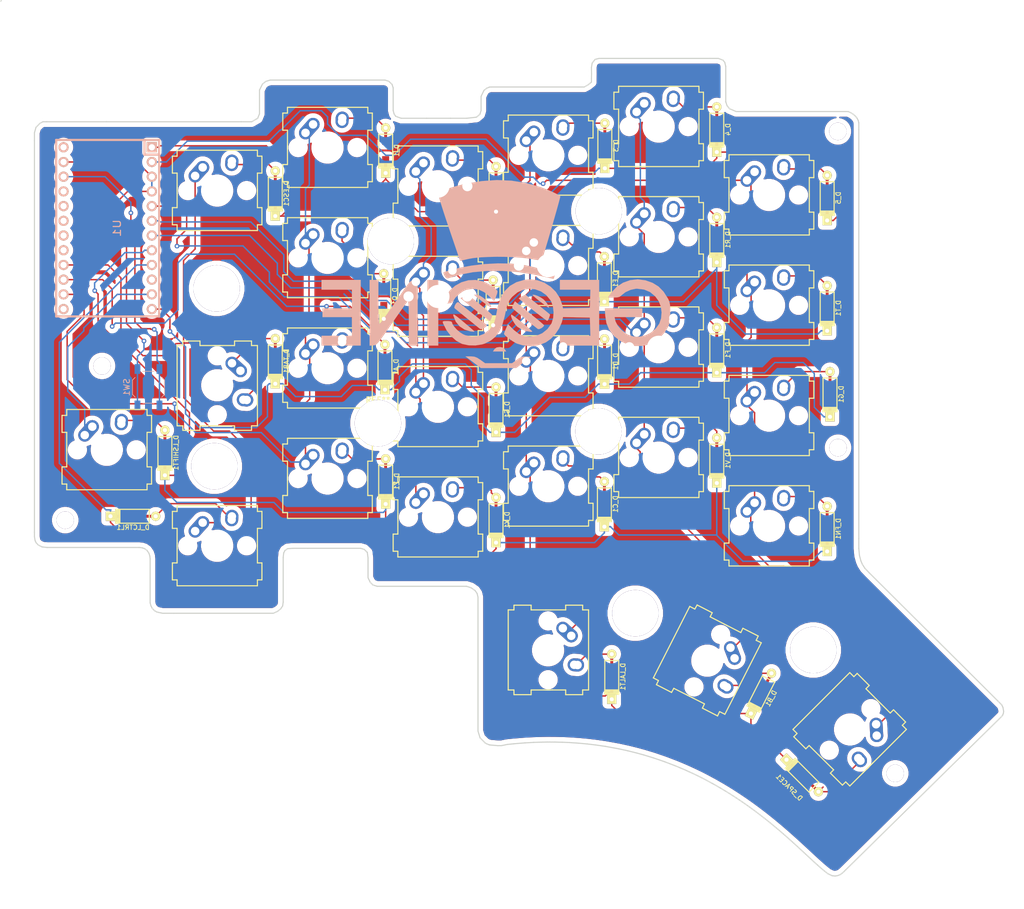
<source format=kicad_pcb>
(kicad_pcb (version 20171130) (host pcbnew "(5.1.6-0-10_14)")
  (layers (0 F.Cu signal) (31 B.Cu signal) (34 B.Paste user) (35 F.Paste user) (36 B.SilkS user) (37 F.SilkS user) (38 B.Mask user) (39 F.Mask user) (44 Edge.Cuts user))
  (net 0 "")
  (net 1 GND)
  (net 2 "Net-(D_1-Pad2)")
  (net 3 "Net-(D_2-Pad2)")
  (net 4 "Net-(D_3-Pad2)")
  (net 5 "Net-(D_4-Pad2)")
  (net 6 "Net-(D_5-Pad2)")
  (net 7 "Net-(U1-Pad10)")
  (net 8 "Net-(U1-Pad13)")
  (net 9 "Net-(U1-Pad17)")
  (net 10 "Net-(U1-Pad18)")
  (net 11 "Net-(U1-Pad19)")
  (net 12 "Net-(U1-Pad20)")
  (net 13 "Net-(U1-Pad21)")
  (net 14 "Net-(U1-Pad24)")
  (net 15 row0)
  (net 16 row2)
  (net 17 "Net-(D_A1-Pad2)")
  (net 18 row4)
  (net 19 "Net-(D_B1-Pad2)")
  (net 20 row3)
  (net 21 "Net-(D_C1-Pad2)")
  (net 22 "Net-(D_D1-Pad2)")
  (net 23 row1)
  (net 24 "Net-(D_E1-Pad2)")
  (net 25 "Net-(D_ESC1-Pad2)")
  (net 26 "Net-(D_F1-Pad2)")
  (net 27 "Net-(D_FN1-Pad2)")
  (net 28 "Net-(D_G1-Pad2)")
  (net 29 "Net-(D_LALT1-Pad2)")
  (net 30 "Net-(D_LCTRL1-Pad2)")
  (net 31 "Net-(D_LSHIFT1-Pad2)")
  (net 32 "Net-(D_Q1-Pad2)")
  (net 33 "Net-(D_R1-Pad2)")
  (net 34 "Net-(D_S1-Pad2)")
  (net 35 "Net-(D_SPACE1-Pad2)")
  (net 36 "Net-(D_T1-Pad2)")
  (net 37 "Net-(D_TAB1-Pad2)")
  (net 38 "Net-(D_V1-Pad2)")
  (net 39 "Net-(D_W1-Pad2)")
  (net 40 "Net-(D_X1-Pad2)")
  (net 41 "Net-(D_Z1-Pad2)")
  (net 42 col2)
  (net 43 col3)
  (net 44 col4)
  (net 45 col5)
  (net 46 col6)
  (net 47 col1)
  (net 48 col0)
  (net 49 "Net-(SW1-Pad2)")
  (module Geopad:logo1 (layer B.Cu) (at 200.66 134.4676 180)
    (fp_text reference G*** hide)
    (fp_text value LOGO hide)
  )
  (module MX_Alps_Hybrid:MX-1U-NoLED (layer F.Cu) (at 152.527 153.6827 270)
    (fp_text reference K_TAB1)
    (fp_text value KEYSW)
    (pad 1 thru_hole circle (at -2.5 -4 270) (size 2.25 2.25) (drill 1.47) (layers *.Cu B.Mask) (net 47 col1))
    (pad 1 thru_hole oval (at -3.81 -2.54 318.0996) (size 4.211556 2.25) (drill 1.47 (offset 0.980778 0)) (layers *.Cu B.Mask) (net 47 col1))
    (pad 2 thru_hole oval (at 2.5 -4.5 356.0548) (size 2.831378 2.25) (drill 1.47 (offset 0.290689 0)) (layers *.Cu B.Mask) (net 37 "Net-(D_TAB1-Pad2)"))
    (pad 2 thru_hole circle (at 2.54 -5.08 270) (size 2.25 2.25) (drill 1.47) (layers *.Cu B.Mask) (net 37 "Net-(D_TAB1-Pad2)"))
    (pad "" np_thru_hole circle (at 0 0 270) (size 3.9878 3.9878) (drill 3.9878) (layers *.Cu *.Mask))
    (pad "" np_thru_hole circle (at -5.08 0 318.0996) (size 1.75 1.75) (drill 1.75) (layers *.Cu *.Mask))
    (pad "" np_thru_hole circle (at 5.08 0 318.0996) (size 1.75 1.75) (drill 1.75) (layers *.Cu *.Mask))
  )
  (module MountingHole:MountingHole_3mm_Pad (layer F.Cu) (at 218.313 161.6456)
    (fp_text reference REF** hide)
    (fp_text value MountingHole_8mm_Pad)
    (pad 1 thru_hole circle (at 0 0) (size 8 8) (drill 8) (layers *.Cu *.Mask))
  )
  (module MountingHole:MountingHole_3mm_Pad (layer F.Cu) (at 180.2638 160.2359)
    (fp_text reference REF** (at 0 -4) (layer F.SilkS))
    (fp_text value MountingHole_8mm_Pad)
    (pad 1 thru_hole circle (at 0 0) (size 8 8) (drill 8) (layers *.Cu *.Mask))
  )
  (module MountingHole:MountingHole_3mm_Pad (layer F.Cu) (at 152.019 167.6654)
    (fp_text reference REF** hide)
    (fp_text value MountingHole_8mm_Pad)
    (pad 1 thru_hole circle (at 0 0) (size 8 8) (drill 8) (layers *.Cu *.Mask))
  )
  (module MountingHole:MountingHole_3mm_Pad (layer F.Cu) (at 182.4863 128.778)
    (fp_text reference REF** hide)
    (fp_text value MountingHole_8mm_Pad)
    (pad 1 thru_hole circle (at 0 0) (size 8 8) (drill 8) (layers *.Cu *.Mask))
  )
  (module MountingHole:MountingHole_3mm_Pad (layer F.Cu) (at 218.3892 123.6091)
    (fp_text reference REF** hide)
    (fp_text value MountingHole_8mm_Pad)
    (pad 1 thru_hole circle (at 0 0) (size 8 8) (drill 8) (layers *.Cu *.Mask))
  )
  (module MountingHole:MountingHole_3mm_Pad (layer F.Cu) (at 152.4254 136.9568)
    (fp_text reference REF** hide)
    (fp_text value MountingHole_8mm_Pad)
    (pad 1 thru_hole circle (at 0 0) (size 8 8) (drill 8) (layers *.Cu *.Mask))
  )
  (module MountingHole:MountingHole_3mm_Pad (layer F.Cu) (at 224.6757 193.04)
    (fp_text reference REF** hide)
    (fp_text value MountingHole_8mm_Pad)
    (pad 1 thru_hole circle (at 0 0) (size 8 8) (drill 8) (layers *.Cu *.Mask))
  )
  (module MountingHole:MountingHole_3mm_Pad (layer F.Cu) (at 255.397 199.4027)
    (fp_text reference REF** hide)
    (fp_text value MountingHole_8mm_Pad)
    (pad 1 thru_hole circle (at 0 0) (size 8 8) (drill 8) (layers *.Cu *.Mask))
  )
  (module MountingHole:MountingHole_3mm_Pad (layer F.Cu) (at 269.5448 220.7006)
    (fp_text reference REF** hide)
    (fp_text value MountingHole_3mm_Pad)
    (pad 1 thru_hole circle (at 0 0) (size 3 3) (drill 3) (layers *.Cu *.Mask))
  )
  (module MountingHole:MountingHole_3mm_Pad (layer F.Cu) (at 259.6642 164.465)
    (fp_text reference REF** hide)
    (fp_text value MountingHole_3mm_Pad)
    (pad 1 thru_hole circle (at 0 0) (size 3 3) (drill 3) (layers *.Cu *.Mask))
  )
  (module MountingHole:MountingHole_3mm_Pad (layer F.Cu) (at 259.6388 109.8423)
    (fp_text reference REF** hide)
    (fp_text value MountingHole_3mm_Pad)
    (pad 1 thru_hole circle (at 0 0) (size 3 3) (drill 3) (layers *.Cu *.Mask))
  )
  (module MountingHole:MountingHole_3mm_Pad (layer F.Cu) (at 126.2888 176.9745)
    (fp_text reference REF** hide)
    (fp_text value MountingHole_3mm_Pad)
    (pad 1 thru_hole circle (at 0 0) (size 3 3) (drill 3) (layers *.Cu *.Mask))
  )
  (module MountingHole:MountingHole_3mm_Pad (layer F.Cu) (at 132.6388 150.3426)
    (fp_text reference REF** hide)
    (fp_text value MountingHole_3mm_Pad)
    (pad 1 thru_hole circle (at 0 0) (size 3 3) (drill 3) (layers *.Cu *.Mask))
  )
  (module MX_Alps_Hybrid:MX-1U-NoLED (layer F.Cu) (at 152.5143 120.0658)
    (fp_text reference K_ESC1)
    (fp_text value KEYSW)
    (pad 1 thru_hole circle (at -2.5 -4) (size 2.25 2.25) (drill 1.47) (layers *.Cu B.Mask) (net 47 col1))
    (pad 1 thru_hole oval (at -3.81 -2.54 48.0996) (size 4.211556 2.25) (drill 1.47 (offset 0.980778 0)) (layers *.Cu B.Mask) (net 47 col1))
    (pad 2 thru_hole oval (at 2.5 -4.5 86.0548) (size 2.831378 2.25) (drill 1.47 (offset 0.290689 0)) (layers *.Cu B.Mask) (net 25 "Net-(D_ESC1-Pad2)"))
    (pad 2 thru_hole circle (at 2.54 -5.08) (size 2.25 2.25) (drill 1.47) (layers *.Cu B.Mask) (net 25 "Net-(D_ESC1-Pad2)"))
    (pad "" np_thru_hole circle (at 0 0) (size 3.9878 3.9878) (drill 3.9878) (layers *.Cu *.Mask))
    (pad "" np_thru_hole circle (at -5.08 0 48.0996) (size 1.75 1.75) (drill 1.75) (layers *.Cu *.Mask))
    (pad "" np_thru_hole circle (at 5.08 0 48.0996) (size 1.75 1.75) (drill 1.75) (layers *.Cu *.Mask))
  )
  (module keyboard_parts:D_SOD123_axial (layer F.Cu) (at 162.5393 120.5658 90)
    (fp_text reference D_ESC1 (at 0 1.925 90) (layer F.SilkS) (effects (font (size 0.8 0.8)) (justify mirror)))
    (fp_text value D hide)
    (pad 1 smd rect (at -2.7 0 90) (size 2.5 0.5) (layers F.Cu) (net 15 row0))
    (pad 1 smd rect (at -1.575 0 90) (size 1.2 1.2) (layers F.Cu F.Paste F.Mask) (net 15 row0))
    (pad 1 thru_hole rect (at -3.9 0 90) (size 1.6 1.6) (drill 0.7) (layers *.Cu *.Mask F.SilkS) (net 15 row0))
    (pad 2 smd rect (at 1.575 0 90) (size 1.2 1.2) (layers F.Cu F.Paste F.Mask) (net 25 "Net-(D_ESC1-Pad2)"))
    (pad 2 smd rect (at 2.7 0 90) (size 2.5 0.5) (layers F.Cu) (net 25 "Net-(D_ESC1-Pad2)"))
    (pad 2 thru_hole circle (at 3.9 0 90) (size 1.6 1.6) (drill 0.7) (layers *.Cu *.Mask F.SilkS) (net 25 "Net-(D_ESC1-Pad2)"))
  )
  (module MX_Alps_Hybrid:MX-1U-NoLED (layer F.Cu) (at 171.5643 112.6363)
    (fp_text reference K_1)
    (fp_text value KEYSW)
    (pad 1 thru_hole circle (at -2.5 -4) (size 2.25 2.25) (drill 1.47) (layers *.Cu B.Mask) (net 42 col2))
    (pad 1 thru_hole oval (at -3.81 -2.54 48.0996) (size 4.211556 2.25) (drill 1.47 (offset 0.980778 0)) (layers *.Cu B.Mask) (net 42 col2))
    (pad 2 thru_hole oval (at 2.5 -4.5 86.0548) (size 2.831378 2.25) (drill 1.47 (offset 0.290689 0)) (layers *.Cu B.Mask) (net 2 "Net-(D_1-Pad2)"))
    (pad 2 thru_hole circle (at 2.54 -5.08) (size 2.25 2.25) (drill 1.47) (layers *.Cu B.Mask) (net 2 "Net-(D_1-Pad2)"))
    (pad "" np_thru_hole circle (at 0 0) (size 3.9878 3.9878) (drill 3.9878) (layers *.Cu *.Mask))
    (pad "" np_thru_hole circle (at -5.08 0 48.0996) (size 1.75 1.75) (drill 1.75) (layers *.Cu *.Mask))
    (pad "" np_thru_hole circle (at 5.08 0 48.0996) (size 1.75 1.75) (drill 1.75) (layers *.Cu *.Mask))
  )
  (module keyboard_parts:D_SOD123_axial (layer F.Cu) (at 181.5893 113.1363 90)
    (fp_text reference D_1 (at 0 1.925 90) (layer F.SilkS) (effects (font (size 0.8 0.8)) (justify mirror)))
    (fp_text value D hide)
    (pad 1 smd rect (at -2.7 0 90) (size 2.5 0.5) (layers F.Cu) (net 15 row0))
    (pad 1 smd rect (at -1.575 0 90) (size 1.2 1.2) (layers F.Cu F.Paste F.Mask) (net 15 row0))
    (pad 1 thru_hole rect (at -3.9 0 90) (size 1.6 1.6) (drill 0.7) (layers *.Cu *.Mask F.SilkS) (net 15 row0))
    (pad 2 smd rect (at 1.575 0 90) (size 1.2 1.2) (layers F.Cu F.Paste F.Mask) (net 2 "Net-(D_1-Pad2)"))
    (pad 2 smd rect (at 2.7 0 90) (size 2.5 0.5) (layers F.Cu) (net 2 "Net-(D_1-Pad2)"))
    (pad 2 thru_hole circle (at 3.9 0 90) (size 1.6 1.6) (drill 0.7) (layers *.Cu *.Mask F.SilkS) (net 2 "Net-(D_1-Pad2)"))
  )
  (module MX_Alps_Hybrid:MX-1U-NoLED (layer F.Cu) (at 190.6143 119.3038)
    (fp_text reference K_2)
    (fp_text value KEYSW)
    (pad 1 thru_hole circle (at -2.5 -4) (size 2.25 2.25) (drill 1.47) (layers *.Cu B.Mask) (net 43 col3))
    (pad 1 thru_hole oval (at -3.81 -2.54 48.0996) (size 4.211556 2.25) (drill 1.47 (offset 0.980778 0)) (layers *.Cu B.Mask) (net 43 col3))
    (pad 2 thru_hole oval (at 2.5 -4.5 86.0548) (size 2.831378 2.25) (drill 1.47 (offset 0.290689 0)) (layers *.Cu B.Mask) (net 3 "Net-(D_2-Pad2)"))
    (pad 2 thru_hole circle (at 2.54 -5.08) (size 2.25 2.25) (drill 1.47) (layers *.Cu B.Mask) (net 3 "Net-(D_2-Pad2)"))
    (pad "" np_thru_hole circle (at 0 0) (size 3.9878 3.9878) (drill 3.9878) (layers *.Cu *.Mask))
    (pad "" np_thru_hole circle (at -5.08 0 48.0996) (size 1.75 1.75) (drill 1.75) (layers *.Cu *.Mask))
    (pad "" np_thru_hole circle (at 5.08 0 48.0996) (size 1.75 1.75) (drill 1.75) (layers *.Cu *.Mask))
  )
  (module keyboard_parts:D_SOD123_axial (layer F.Cu) (at 200.6393 119.8038 90)
    (fp_text reference D_2 (at 0 1.925 90) (layer F.SilkS) (effects (font (size 0.8 0.8)) (justify mirror)))
    (fp_text value D hide)
    (pad 1 smd rect (at -2.7 0 90) (size 2.5 0.5) (layers F.Cu) (net 15 row0))
    (pad 1 smd rect (at -1.575 0 90) (size 1.2 1.2) (layers F.Cu F.Paste F.Mask) (net 15 row0))
    (pad 1 thru_hole rect (at -3.9 0 90) (size 1.6 1.6) (drill 0.7) (layers *.Cu *.Mask F.SilkS) (net 15 row0))
    (pad 2 smd rect (at 1.575 0 90) (size 1.2 1.2) (layers F.Cu F.Paste F.Mask) (net 3 "Net-(D_2-Pad2)"))
    (pad 2 smd rect (at 2.7 0 90) (size 2.5 0.5) (layers F.Cu) (net 3 "Net-(D_2-Pad2)"))
    (pad 2 thru_hole circle (at 3.9 0 90) (size 1.6 1.6) (drill 0.7) (layers *.Cu *.Mask F.SilkS) (net 3 "Net-(D_2-Pad2)"))
  )
  (module MX_Alps_Hybrid:MX-1U-NoLED (layer F.Cu) (at 209.6643 113.9698)
    (fp_text reference K_3)
    (fp_text value KEYSW)
    (pad 1 thru_hole circle (at -2.5 -4) (size 2.25 2.25) (drill 1.47) (layers *.Cu B.Mask) (net 44 col4))
    (pad 1 thru_hole oval (at -3.81 -2.54 48.0996) (size 4.211556 2.25) (drill 1.47 (offset 0.980778 0)) (layers *.Cu B.Mask) (net 44 col4))
    (pad 2 thru_hole oval (at 2.5 -4.5 86.0548) (size 2.831378 2.25) (drill 1.47 (offset 0.290689 0)) (layers *.Cu B.Mask) (net 4 "Net-(D_3-Pad2)"))
    (pad 2 thru_hole circle (at 2.54 -5.08) (size 2.25 2.25) (drill 1.47) (layers *.Cu B.Mask) (net 4 "Net-(D_3-Pad2)"))
    (pad "" np_thru_hole circle (at 0 0) (size 3.9878 3.9878) (drill 3.9878) (layers *.Cu *.Mask))
    (pad "" np_thru_hole circle (at -5.08 0 48.0996) (size 1.75 1.75) (drill 1.75) (layers *.Cu *.Mask))
    (pad "" np_thru_hole circle (at 5.08 0 48.0996) (size 1.75 1.75) (drill 1.75) (layers *.Cu *.Mask))
  )
  (module keyboard_parts:D_SOD123_axial (layer F.Cu) (at 219.4179 112.3188 90)
    (fp_text reference D_3 (at 0 1.925 90) (layer F.SilkS) (effects (font (size 0.8 0.8)) (justify mirror)))
    (fp_text value D hide)
    (pad 1 smd rect (at -2.7 0 90) (size 2.5 0.5) (layers F.Cu) (net 15 row0))
    (pad 1 smd rect (at -1.575 0 90) (size 1.2 1.2) (layers F.Cu F.Paste F.Mask) (net 15 row0))
    (pad 1 thru_hole rect (at -3.9 0 90) (size 1.6 1.6) (drill 0.7) (layers *.Cu *.Mask F.SilkS) (net 15 row0))
    (pad 2 smd rect (at 1.575 0 90) (size 1.2 1.2) (layers F.Cu F.Paste F.Mask) (net 4 "Net-(D_3-Pad2)"))
    (pad 2 smd rect (at 2.7 0 90) (size 2.5 0.5) (layers F.Cu) (net 4 "Net-(D_3-Pad2)"))
    (pad 2 thru_hole circle (at 3.9 0 90) (size 1.6 1.6) (drill 0.7) (layers *.Cu *.Mask F.SilkS) (net 4 "Net-(D_3-Pad2)"))
  )
  (module MX_Alps_Hybrid:MX-1U-NoLED (layer F.Cu) (at 228.7143 109.0168)
    (fp_text reference K_4)
    (fp_text value KEYSW)
    (pad 1 thru_hole circle (at -2.5 -4) (size 2.25 2.25) (drill 1.47) (layers *.Cu B.Mask) (net 45 col5))
    (pad 1 thru_hole oval (at -3.81 -2.54 48.0996) (size 4.211556 2.25) (drill 1.47 (offset 0.980778 0)) (layers *.Cu B.Mask) (net 45 col5))
    (pad 2 thru_hole oval (at 2.5 -4.5 86.0548) (size 2.831378 2.25) (drill 1.47 (offset 0.290689 0)) (layers *.Cu B.Mask) (net 5 "Net-(D_4-Pad2)"))
    (pad 2 thru_hole circle (at 2.54 -5.08) (size 2.25 2.25) (drill 1.47) (layers *.Cu B.Mask) (net 5 "Net-(D_4-Pad2)"))
    (pad "" np_thru_hole circle (at 0 0) (size 3.9878 3.9878) (drill 3.9878) (layers *.Cu *.Mask))
    (pad "" np_thru_hole circle (at -5.08 0 48.0996) (size 1.75 1.75) (drill 1.75) (layers *.Cu *.Mask))
    (pad "" np_thru_hole circle (at 5.08 0 48.0996) (size 1.75 1.75) (drill 1.75) (layers *.Cu *.Mask))
  )
  (module keyboard_parts:D_SOD123_axial (layer F.Cu) (at 238.7393 109.5168 90)
    (fp_text reference D_4 (at 0 1.925 90) (layer F.SilkS) (effects (font (size 0.8 0.8)) (justify mirror)))
    (fp_text value D hide)
    (pad 1 smd rect (at -2.7 0 90) (size 2.5 0.5) (layers F.Cu) (net 15 row0))
    (pad 1 smd rect (at -1.575 0 90) (size 1.2 1.2) (layers F.Cu F.Paste F.Mask) (net 15 row0))
    (pad 1 thru_hole rect (at -3.9 0 90) (size 1.6 1.6) (drill 0.7) (layers *.Cu *.Mask F.SilkS) (net 15 row0))
    (pad 2 smd rect (at 1.575 0 90) (size 1.2 1.2) (layers F.Cu F.Paste F.Mask) (net 5 "Net-(D_4-Pad2)"))
    (pad 2 smd rect (at 2.7 0 90) (size 2.5 0.5) (layers F.Cu) (net 5 "Net-(D_4-Pad2)"))
    (pad 2 thru_hole circle (at 3.9 0 90) (size 1.6 1.6) (drill 0.7) (layers *.Cu *.Mask F.SilkS) (net 5 "Net-(D_4-Pad2)"))
  )
  (module MX_Alps_Hybrid:MX-1U-NoLED (layer F.Cu) (at 247.7643 120.8278)
    (fp_text reference K_5)
    (fp_text value KEYSW)
    (pad 1 thru_hole circle (at -2.5 -4) (size 2.25 2.25) (drill 1.47) (layers *.Cu B.Mask) (net 46 col6))
    (pad 1 thru_hole oval (at -3.81 -2.54 48.0996) (size 4.211556 2.25) (drill 1.47 (offset 0.980778 0)) (layers *.Cu B.Mask) (net 46 col6))
    (pad 2 thru_hole oval (at 2.5 -4.5 86.0548) (size 2.831378 2.25) (drill 1.47 (offset 0.290689 0)) (layers *.Cu B.Mask) (net 6 "Net-(D_5-Pad2)"))
    (pad 2 thru_hole circle (at 2.54 -5.08) (size 2.25 2.25) (drill 1.47) (layers *.Cu B.Mask) (net 6 "Net-(D_5-Pad2)"))
    (pad "" np_thru_hole circle (at 0 0) (size 3.9878 3.9878) (drill 3.9878) (layers *.Cu *.Mask))
    (pad "" np_thru_hole circle (at -5.08 0 48.0996) (size 1.75 1.75) (drill 1.75) (layers *.Cu *.Mask))
    (pad "" np_thru_hole circle (at 5.08 0 48.0996) (size 1.75 1.75) (drill 1.75) (layers *.Cu *.Mask))
  )
  (module keyboard_parts:D_SOD123_axial (layer F.Cu) (at 257.7893 121.3278 90)
    (fp_text reference D_5 (at 0 1.925 90) (layer F.SilkS) (effects (font (size 0.8 0.8)) (justify mirror)))
    (fp_text value D hide)
    (pad 1 smd rect (at -2.7 0 90) (size 2.5 0.5) (layers F.Cu) (net 15 row0))
    (pad 1 smd rect (at -1.575 0 90) (size 1.2 1.2) (layers F.Cu F.Paste F.Mask) (net 15 row0))
    (pad 1 thru_hole rect (at -3.9 0 90) (size 1.6 1.6) (drill 0.7) (layers *.Cu *.Mask F.SilkS) (net 15 row0))
    (pad 2 smd rect (at 1.575 0 90) (size 1.2 1.2) (layers F.Cu F.Paste F.Mask) (net 6 "Net-(D_5-Pad2)"))
    (pad 2 smd rect (at 2.7 0 90) (size 2.5 0.5) (layers F.Cu) (net 6 "Net-(D_5-Pad2)"))
    (pad 2 thru_hole circle (at 3.9 0 90) (size 1.6 1.6) (drill 0.7) (layers *.Cu *.Mask F.SilkS) (net 6 "Net-(D_5-Pad2)"))
  )
  (module MX_Alps_Hybrid:MX-1U-NoLED (layer F.Cu) (at 171.5643 131.6863)
    (fp_text reference K_Q1)
    (fp_text value KEYSW)
    (pad 1 thru_hole circle (at -2.5 -4) (size 2.25 2.25) (drill 1.47) (layers *.Cu B.Mask) (net 42 col2))
    (pad 1 thru_hole oval (at -3.81 -2.54 48.0996) (size 4.211556 2.25) (drill 1.47 (offset 0.980778 0)) (layers *.Cu B.Mask) (net 42 col2))
    (pad 2 thru_hole oval (at 2.5 -4.5 86.0548) (size 2.831378 2.25) (drill 1.47 (offset 0.290689 0)) (layers *.Cu B.Mask) (net 32 "Net-(D_Q1-Pad2)"))
    (pad 2 thru_hole circle (at 2.54 -5.08) (size 2.25 2.25) (drill 1.47) (layers *.Cu B.Mask) (net 32 "Net-(D_Q1-Pad2)"))
    (pad "" np_thru_hole circle (at 0 0) (size 3.9878 3.9878) (drill 3.9878) (layers *.Cu *.Mask))
    (pad "" np_thru_hole circle (at -5.08 0 48.0996) (size 1.75 1.75) (drill 1.75) (layers *.Cu *.Mask))
    (pad "" np_thru_hole circle (at 5.08 0 48.0996) (size 1.75 1.75) (drill 1.75) (layers *.Cu *.Mask))
  )
  (module keyboard_parts:D_SOD123_axial (layer F.Cu) (at 181.2671 138.3157 90)
    (fp_text reference D_Q1 (at 0 1.925 90) (layer F.SilkS) (effects (font (size 0.8 0.8)) (justify mirror)))
    (fp_text value D hide)
    (pad 1 smd rect (at -2.7 0 90) (size 2.5 0.5) (layers F.Cu) (net 23 row1))
    (pad 1 smd rect (at -1.575 0 90) (size 1.2 1.2) (layers F.Cu F.Paste F.Mask) (net 23 row1))
    (pad 1 thru_hole rect (at -3.9 0 90) (size 1.6 1.6) (drill 0.7) (layers *.Cu *.Mask F.SilkS) (net 23 row1))
    (pad 2 smd rect (at 1.575 0 90) (size 1.2 1.2) (layers F.Cu F.Paste F.Mask) (net 32 "Net-(D_Q1-Pad2)"))
    (pad 2 smd rect (at 2.7 0 90) (size 2.5 0.5) (layers F.Cu) (net 32 "Net-(D_Q1-Pad2)"))
    (pad 2 thru_hole circle (at 3.9 0 90) (size 1.6 1.6) (drill 0.7) (layers *.Cu *.Mask F.SilkS) (net 32 "Net-(D_Q1-Pad2)"))
  )
  (module MX_Alps_Hybrid:MX-1U-NoLED (layer F.Cu) (at 190.6143 138.3538)
    (fp_text reference K_W1)
    (fp_text value KEYSW)
    (pad 1 thru_hole circle (at -2.5 -4) (size 2.25 2.25) (drill 1.47) (layers *.Cu B.Mask) (net 43 col3))
    (pad 1 thru_hole oval (at -3.81 -2.54 48.0996) (size 4.211556 2.25) (drill 1.47 (offset 0.980778 0)) (layers *.Cu B.Mask) (net 43 col3))
    (pad 2 thru_hole oval (at 2.5 -4.5 86.0548) (size 2.831378 2.25) (drill 1.47 (offset 0.290689 0)) (layers *.Cu B.Mask) (net 39 "Net-(D_W1-Pad2)"))
    (pad 2 thru_hole circle (at 2.54 -5.08) (size 2.25 2.25) (drill 1.47) (layers *.Cu B.Mask) (net 39 "Net-(D_W1-Pad2)"))
    (pad "" np_thru_hole circle (at 0 0) (size 3.9878 3.9878) (drill 3.9878) (layers *.Cu *.Mask))
    (pad "" np_thru_hole circle (at -5.08 0 48.0996) (size 1.75 1.75) (drill 1.75) (layers *.Cu *.Mask))
    (pad "" np_thru_hole circle (at 5.08 0 48.0996) (size 1.75 1.75) (drill 1.75) (layers *.Cu *.Mask))
  )
  (module keyboard_parts:D_SOD123_axial (layer F.Cu) (at 200.1393 139.4206 90)
    (fp_text reference D_W1 (at 0 1.925 90) (layer F.SilkS) (effects (font (size 0.8 0.8)) (justify mirror)))
    (fp_text value D hide)
    (pad 1 smd rect (at -2.7 0 90) (size 2.5 0.5) (layers F.Cu) (net 23 row1))
    (pad 1 smd rect (at -1.575 0 90) (size 1.2 1.2) (layers F.Cu F.Paste F.Mask) (net 23 row1))
    (pad 1 thru_hole rect (at -3.9 0 90) (size 1.6 1.6) (drill 0.7) (layers *.Cu *.Mask F.SilkS) (net 23 row1))
    (pad 2 smd rect (at 1.575 0 90) (size 1.2 1.2) (layers F.Cu F.Paste F.Mask) (net 39 "Net-(D_W1-Pad2)"))
    (pad 2 smd rect (at 2.7 0 90) (size 2.5 0.5) (layers F.Cu) (net 39 "Net-(D_W1-Pad2)"))
    (pad 2 thru_hole circle (at 3.9 0 90) (size 1.6 1.6) (drill 0.7) (layers *.Cu *.Mask F.SilkS) (net 39 "Net-(D_W1-Pad2)"))
  )
  (module MX_Alps_Hybrid:MX-1U-NoLED (layer F.Cu) (at 209.6643 133.0198)
    (fp_text reference K_E1)
    (fp_text value KEYSW)
    (pad 1 thru_hole circle (at -2.5 -4) (size 2.25 2.25) (drill 1.47) (layers *.Cu B.Mask) (net 44 col4))
    (pad 1 thru_hole oval (at -3.81 -2.54 48.0996) (size 4.211556 2.25) (drill 1.47 (offset 0.980778 0)) (layers *.Cu B.Mask) (net 44 col4))
    (pad 2 thru_hole oval (at 2.5 -4.5 86.0548) (size 2.831378 2.25) (drill 1.47 (offset 0.290689 0)) (layers *.Cu B.Mask) (net 24 "Net-(D_E1-Pad2)"))
    (pad 2 thru_hole circle (at 2.54 -5.08) (size 2.25 2.25) (drill 1.47) (layers *.Cu B.Mask) (net 24 "Net-(D_E1-Pad2)"))
    (pad "" np_thru_hole circle (at 0 0) (size 3.9878 3.9878) (drill 3.9878) (layers *.Cu *.Mask))
    (pad "" np_thru_hole circle (at -5.08 0 48.0996) (size 1.75 1.75) (drill 1.75) (layers *.Cu *.Mask))
    (pad "" np_thru_hole circle (at 5.08 0 48.0996) (size 1.75 1.75) (drill 1.75) (layers *.Cu *.Mask))
  )
  (module keyboard_parts:D_SOD123_axial (layer F.Cu) (at 219.3417 135.3566 90)
    (fp_text reference D_E1 (at 0 1.925 90) (layer F.SilkS) (effects (font (size 0.8 0.8)) (justify mirror)))
    (fp_text value D hide)
    (pad 1 smd rect (at -2.7 0 90) (size 2.5 0.5) (layers F.Cu) (net 23 row1))
    (pad 1 smd rect (at -1.575 0 90) (size 1.2 1.2) (layers F.Cu F.Paste F.Mask) (net 23 row1))
    (pad 1 thru_hole rect (at -3.9 0 90) (size 1.6 1.6) (drill 0.7) (layers *.Cu *.Mask F.SilkS) (net 23 row1))
    (pad 2 smd rect (at 1.575 0 90) (size 1.2 1.2) (layers F.Cu F.Paste F.Mask) (net 24 "Net-(D_E1-Pad2)"))
    (pad 2 smd rect (at 2.7 0 90) (size 2.5 0.5) (layers F.Cu) (net 24 "Net-(D_E1-Pad2)"))
    (pad 2 thru_hole circle (at 3.9 0 90) (size 1.6 1.6) (drill 0.7) (layers *.Cu *.Mask F.SilkS) (net 24 "Net-(D_E1-Pad2)"))
  )
  (module MX_Alps_Hybrid:MX-1U-NoLED (layer F.Cu) (at 228.7143 128.0668)
    (fp_text reference K_R1)
    (fp_text value KEYSW)
    (pad 1 thru_hole circle (at -2.5 -4) (size 2.25 2.25) (drill 1.47) (layers *.Cu B.Mask) (net 45 col5))
    (pad 1 thru_hole oval (at -3.81 -2.54 48.0996) (size 4.211556 2.25) (drill 1.47 (offset 0.980778 0)) (layers *.Cu B.Mask) (net 45 col5))
    (pad 2 thru_hole oval (at 2.5 -4.5 86.0548) (size 2.831378 2.25) (drill 1.47 (offset 0.290689 0)) (layers *.Cu B.Mask) (net 33 "Net-(D_R1-Pad2)"))
    (pad 2 thru_hole circle (at 2.54 -5.08) (size 2.25 2.25) (drill 1.47) (layers *.Cu B.Mask) (net 33 "Net-(D_R1-Pad2)"))
    (pad "" np_thru_hole circle (at 0 0) (size 3.9878 3.9878) (drill 3.9878) (layers *.Cu *.Mask))
    (pad "" np_thru_hole circle (at -5.08 0 48.0996) (size 1.75 1.75) (drill 1.75) (layers *.Cu *.Mask))
    (pad "" np_thru_hole circle (at 5.08 0 48.0996) (size 1.75 1.75) (drill 1.75) (layers *.Cu *.Mask))
  )
  (module keyboard_parts:D_SOD123_axial (layer F.Cu) (at 238.7393 128.5668 90)
    (fp_text reference D_R1 (at 0 1.925 90) (layer F.SilkS) (effects (font (size 0.8 0.8)) (justify mirror)))
    (fp_text value D hide)
    (pad 1 smd rect (at -2.7 0 90) (size 2.5 0.5) (layers F.Cu) (net 23 row1))
    (pad 1 smd rect (at -1.575 0 90) (size 1.2 1.2) (layers F.Cu F.Paste F.Mask) (net 23 row1))
    (pad 1 thru_hole rect (at -3.9 0 90) (size 1.6 1.6) (drill 0.7) (layers *.Cu *.Mask F.SilkS) (net 23 row1))
    (pad 2 smd rect (at 1.575 0 90) (size 1.2 1.2) (layers F.Cu F.Paste F.Mask) (net 33 "Net-(D_R1-Pad2)"))
    (pad 2 smd rect (at 2.7 0 90) (size 2.5 0.5) (layers F.Cu) (net 33 "Net-(D_R1-Pad2)"))
    (pad 2 thru_hole circle (at 3.9 0 90) (size 1.6 1.6) (drill 0.7) (layers *.Cu *.Mask F.SilkS) (net 33 "Net-(D_R1-Pad2)"))
  )
  (module MX_Alps_Hybrid:MX-1U-NoLED (layer F.Cu) (at 247.7643 139.8778)
    (fp_text reference K_T1)
    (fp_text value KEYSW)
    (pad 1 thru_hole circle (at -2.5 -4) (size 2.25 2.25) (drill 1.47) (layers *.Cu B.Mask) (net 46 col6))
    (pad 1 thru_hole oval (at -3.81 -2.54 48.0996) (size 4.211556 2.25) (drill 1.47 (offset 0.980778 0)) (layers *.Cu B.Mask) (net 46 col6))
    (pad 2 thru_hole oval (at 2.5 -4.5 86.0548) (size 2.831378 2.25) (drill 1.47 (offset 0.290689 0)) (layers *.Cu B.Mask) (net 36 "Net-(D_T1-Pad2)"))
    (pad 2 thru_hole circle (at 2.54 -5.08) (size 2.25 2.25) (drill 1.47) (layers *.Cu B.Mask) (net 36 "Net-(D_T1-Pad2)"))
    (pad "" np_thru_hole circle (at 0 0) (size 3.9878 3.9878) (drill 3.9878) (layers *.Cu *.Mask))
    (pad "" np_thru_hole circle (at -5.08 0 48.0996) (size 1.75 1.75) (drill 1.75) (layers *.Cu *.Mask))
    (pad "" np_thru_hole circle (at 5.08 0 48.0996) (size 1.75 1.75) (drill 1.75) (layers *.Cu *.Mask))
  )
  (module keyboard_parts:D_SOD123_axial (layer F.Cu) (at 257.7893 140.3778 90)
    (fp_text reference D_T1 (at 0 1.925 90) (layer F.SilkS) (effects (font (size 0.8 0.8)) (justify mirror)))
    (fp_text value D hide)
    (pad 1 smd rect (at -2.7 0 90) (size 2.5 0.5) (layers F.Cu) (net 23 row1))
    (pad 1 smd rect (at -1.575 0 90) (size 1.2 1.2) (layers F.Cu F.Paste F.Mask) (net 23 row1))
    (pad 1 thru_hole rect (at -3.9 0 90) (size 1.6 1.6) (drill 0.7) (layers *.Cu *.Mask F.SilkS) (net 23 row1))
    (pad 2 smd rect (at 1.575 0 90) (size 1.2 1.2) (layers F.Cu F.Paste F.Mask) (net 36 "Net-(D_T1-Pad2)"))
    (pad 2 smd rect (at 2.7 0 90) (size 2.5 0.5) (layers F.Cu) (net 36 "Net-(D_T1-Pad2)"))
    (pad 2 thru_hole circle (at 3.9 0 90) (size 1.6 1.6) (drill 0.7) (layers *.Cu *.Mask F.SilkS) (net 36 "Net-(D_T1-Pad2)"))
  )
  (module keyboard_parts:D_SOD123_axial (layer F.Cu) (at 162.5393 149.5218 90)
    (fp_text reference D_TAB1 (at 0 1.925 90) (layer F.SilkS) (effects (font (size 0.8 0.8)) (justify mirror)))
    (fp_text value D hide)
    (pad 1 smd rect (at -2.7 0 90) (size 2.5 0.5) (layers F.Cu) (net 16 row2))
    (pad 1 smd rect (at -1.575 0 90) (size 1.2 1.2) (layers F.Cu F.Paste F.Mask) (net 16 row2))
    (pad 1 thru_hole rect (at -3.9 0 90) (size 1.6 1.6) (drill 0.7) (layers *.Cu *.Mask F.SilkS) (net 16 row2))
    (pad 2 smd rect (at 1.575 0 90) (size 1.2 1.2) (layers F.Cu F.Paste F.Mask) (net 37 "Net-(D_TAB1-Pad2)"))
    (pad 2 smd rect (at 2.7 0 90) (size 2.5 0.5) (layers F.Cu) (net 37 "Net-(D_TAB1-Pad2)"))
    (pad 2 thru_hole circle (at 3.9 0 90) (size 1.6 1.6) (drill 0.7) (layers *.Cu *.Mask F.SilkS) (net 37 "Net-(D_TAB1-Pad2)"))
  )
  (module MX_Alps_Hybrid:MX-1U-NoLED (layer F.Cu) (at 171.5643 150.7363)
    (fp_text reference K_A1)
    (fp_text value KEYSW)
    (pad 1 thru_hole circle (at -2.5 -4) (size 2.25 2.25) (drill 1.47) (layers *.Cu B.Mask) (net 42 col2))
    (pad 1 thru_hole oval (at -3.81 -2.54 48.0996) (size 4.211556 2.25) (drill 1.47 (offset 0.980778 0)) (layers *.Cu B.Mask) (net 42 col2))
    (pad 2 thru_hole oval (at 2.5 -4.5 86.0548) (size 2.831378 2.25) (drill 1.47 (offset 0.290689 0)) (layers *.Cu B.Mask) (net 17 "Net-(D_A1-Pad2)"))
    (pad 2 thru_hole circle (at 2.54 -5.08) (size 2.25 2.25) (drill 1.47) (layers *.Cu B.Mask) (net 17 "Net-(D_A1-Pad2)"))
    (pad "" np_thru_hole circle (at 0 0) (size 3.9878 3.9878) (drill 3.9878) (layers *.Cu *.Mask))
    (pad "" np_thru_hole circle (at -5.08 0 48.0996) (size 1.75 1.75) (drill 1.75) (layers *.Cu *.Mask))
    (pad "" np_thru_hole circle (at 5.08 0 48.0996) (size 1.75 1.75) (drill 1.75) (layers *.Cu *.Mask))
  )
  (module keyboard_parts:D_SOD123_axial (layer F.Cu) (at 181.4703 150.546 90)
    (fp_text reference D_A1 (at 0 1.925 90) (layer F.SilkS) (effects (font (size 0.8 0.8)) (justify mirror)))
    (fp_text value D hide)
    (pad 1 smd rect (at -2.7 0 90) (size 2.5 0.5) (layers F.Cu) (net 16 row2))
    (pad 1 smd rect (at -1.575 0 90) (size 1.2 1.2) (layers F.Cu F.Paste F.Mask) (net 16 row2))
    (pad 1 thru_hole rect (at -3.9 0 90) (size 1.6 1.6) (drill 0.7) (layers *.Cu *.Mask F.SilkS) (net 16 row2))
    (pad 2 smd rect (at 1.575 0 90) (size 1.2 1.2) (layers F.Cu F.Paste F.Mask) (net 17 "Net-(D_A1-Pad2)"))
    (pad 2 smd rect (at 2.7 0 90) (size 2.5 0.5) (layers F.Cu) (net 17 "Net-(D_A1-Pad2)"))
    (pad 2 thru_hole circle (at 3.9 0 90) (size 1.6 1.6) (drill 0.7) (layers *.Cu *.Mask F.SilkS) (net 17 "Net-(D_A1-Pad2)"))
  )
  (module MX_Alps_Hybrid:MX-1U-NoLED (layer F.Cu) (at 190.6143 157.4038)
    (fp_text reference K_S1)
    (fp_text value KEYSW)
    (pad 1 thru_hole circle (at -2.5 -4) (size 2.25 2.25) (drill 1.47) (layers *.Cu B.Mask) (net 43 col3))
    (pad 1 thru_hole oval (at -3.81 -2.54 48.0996) (size 4.211556 2.25) (drill 1.47 (offset 0.980778 0)) (layers *.Cu B.Mask) (net 43 col3))
    (pad 2 thru_hole oval (at 2.5 -4.5 86.0548) (size 2.831378 2.25) (drill 1.47 (offset 0.290689 0)) (layers *.Cu B.Mask) (net 34 "Net-(D_S1-Pad2)"))
    (pad 2 thru_hole circle (at 2.54 -5.08) (size 2.25 2.25) (drill 1.47) (layers *.Cu B.Mask) (net 34 "Net-(D_S1-Pad2)"))
    (pad "" np_thru_hole circle (at 0 0) (size 3.9878 3.9878) (drill 3.9878) (layers *.Cu *.Mask))
    (pad "" np_thru_hole circle (at -5.08 0 48.0996) (size 1.75 1.75) (drill 1.75) (layers *.Cu *.Mask))
    (pad "" np_thru_hole circle (at 5.08 0 48.0996) (size 1.75 1.75) (drill 1.75) (layers *.Cu *.Mask))
  )
  (module keyboard_parts:D_SOD123_axial (layer F.Cu) (at 200.6393 157.9038 90)
    (fp_text reference D_S1 (at 0 1.925 90) (layer F.SilkS) (effects (font (size 0.8 0.8)) (justify mirror)))
    (fp_text value D hide)
    (pad 1 smd rect (at -2.7 0 90) (size 2.5 0.5) (layers F.Cu) (net 16 row2))
    (pad 1 smd rect (at -1.575 0 90) (size 1.2 1.2) (layers F.Cu F.Paste F.Mask) (net 16 row2))
    (pad 1 thru_hole rect (at -3.9 0 90) (size 1.6 1.6) (drill 0.7) (layers *.Cu *.Mask F.SilkS) (net 16 row2))
    (pad 2 smd rect (at 1.575 0 90) (size 1.2 1.2) (layers F.Cu F.Paste F.Mask) (net 34 "Net-(D_S1-Pad2)"))
    (pad 2 smd rect (at 2.7 0 90) (size 2.5 0.5) (layers F.Cu) (net 34 "Net-(D_S1-Pad2)"))
    (pad 2 thru_hole circle (at 3.9 0 90) (size 1.6 1.6) (drill 0.7) (layers *.Cu *.Mask F.SilkS) (net 34 "Net-(D_S1-Pad2)"))
  )
  (module MX_Alps_Hybrid:MX-1U-NoLED (layer F.Cu) (at 209.6643 152.0698)
    (fp_text reference K_D1)
    (fp_text value KEYSW)
    (pad 1 thru_hole circle (at -2.5 -4) (size 2.25 2.25) (drill 1.47) (layers *.Cu B.Mask) (net 44 col4))
    (pad 1 thru_hole oval (at -3.81 -2.54 48.0996) (size 4.211556 2.25) (drill 1.47 (offset 0.980778 0)) (layers *.Cu B.Mask) (net 44 col4))
    (pad 2 thru_hole oval (at 2.5 -4.5 86.0548) (size 2.831378 2.25) (drill 1.47 (offset 0.290689 0)) (layers *.Cu B.Mask) (net 22 "Net-(D_D1-Pad2)"))
    (pad 2 thru_hole circle (at 2.54 -5.08) (size 2.25 2.25) (drill 1.47) (layers *.Cu B.Mask) (net 22 "Net-(D_D1-Pad2)"))
    (pad "" np_thru_hole circle (at 0 0) (size 3.9878 3.9878) (drill 3.9878) (layers *.Cu *.Mask))
    (pad "" np_thru_hole circle (at -5.08 0 48.0996) (size 1.75 1.75) (drill 1.75) (layers *.Cu *.Mask))
    (pad "" np_thru_hole circle (at 5.08 0 48.0996) (size 1.75 1.75) (drill 1.75) (layers *.Cu *.Mask))
  )
  (module keyboard_parts:D_SOD123_axial (layer F.Cu) (at 219.3671 149.5806 90)
    (fp_text reference D_D1 (at 0 1.925 90) (layer F.SilkS) (effects (font (size 0.8 0.8)) (justify mirror)))
    (fp_text value D hide)
    (pad 1 smd rect (at -2.7 0 90) (size 2.5 0.5) (layers F.Cu) (net 16 row2))
    (pad 1 smd rect (at -1.575 0 90) (size 1.2 1.2) (layers F.Cu F.Paste F.Mask) (net 16 row2))
    (pad 1 thru_hole rect (at -3.9 0 90) (size 1.6 1.6) (drill 0.7) (layers *.Cu *.Mask F.SilkS) (net 16 row2))
    (pad 2 smd rect (at 1.575 0 90) (size 1.2 1.2) (layers F.Cu F.Paste F.Mask) (net 22 "Net-(D_D1-Pad2)"))
    (pad 2 smd rect (at 2.7 0 90) (size 2.5 0.5) (layers F.Cu) (net 22 "Net-(D_D1-Pad2)"))
    (pad 2 thru_hole circle (at 3.9 0 90) (size 1.6 1.6) (drill 0.7) (layers *.Cu *.Mask F.SilkS) (net 22 "Net-(D_D1-Pad2)"))
  )
  (module MX_Alps_Hybrid:MX-1U-NoLED (layer F.Cu) (at 228.7143 147.1168)
    (fp_text reference K_F1)
    (fp_text value KEYSW)
    (pad 1 thru_hole circle (at -2.5 -4) (size 2.25 2.25) (drill 1.47) (layers *.Cu B.Mask) (net 45 col5))
    (pad 1 thru_hole oval (at -3.81 -2.54 48.0996) (size 4.211556 2.25) (drill 1.47 (offset 0.980778 0)) (layers *.Cu B.Mask) (net 45 col5))
    (pad 2 thru_hole oval (at 2.5 -4.5 86.0548) (size 2.831378 2.25) (drill 1.47 (offset 0.290689 0)) (layers *.Cu B.Mask) (net 26 "Net-(D_F1-Pad2)"))
    (pad 2 thru_hole circle (at 2.54 -5.08) (size 2.25 2.25) (drill 1.47) (layers *.Cu B.Mask) (net 26 "Net-(D_F1-Pad2)"))
    (pad "" np_thru_hole circle (at 0 0) (size 3.9878 3.9878) (drill 3.9878) (layers *.Cu *.Mask))
    (pad "" np_thru_hole circle (at -5.08 0 48.0996) (size 1.75 1.75) (drill 1.75) (layers *.Cu *.Mask))
    (pad "" np_thru_hole circle (at 5.08 0 48.0996) (size 1.75 1.75) (drill 1.75) (layers *.Cu *.Mask))
  )
  (module keyboard_parts:D_SOD123_axial (layer F.Cu) (at 238.7393 147.6168 90)
    (fp_text reference D_F1 (at 0 1.925 90) (layer F.SilkS) (effects (font (size 0.8 0.8)) (justify mirror)))
    (fp_text value D hide)
    (pad 1 smd rect (at -2.7 0 90) (size 2.5 0.5) (layers F.Cu) (net 16 row2))
    (pad 1 smd rect (at -1.575 0 90) (size 1.2 1.2) (layers F.Cu F.Paste F.Mask) (net 16 row2))
    (pad 1 thru_hole rect (at -3.9 0 90) (size 1.6 1.6) (drill 0.7) (layers *.Cu *.Mask F.SilkS) (net 16 row2))
    (pad 2 smd rect (at 1.575 0 90) (size 1.2 1.2) (layers F.Cu F.Paste F.Mask) (net 26 "Net-(D_F1-Pad2)"))
    (pad 2 smd rect (at 2.7 0 90) (size 2.5 0.5) (layers F.Cu) (net 26 "Net-(D_F1-Pad2)"))
    (pad 2 thru_hole circle (at 3.9 0 90) (size 1.6 1.6) (drill 0.7) (layers *.Cu *.Mask F.SilkS) (net 26 "Net-(D_F1-Pad2)"))
  )
  (module MX_Alps_Hybrid:MX-1U-NoLED (layer F.Cu) (at 247.7643 158.9278)
    (fp_text reference K_G1)
    (fp_text value KEYSW)
    (pad 1 thru_hole circle (at -2.5 -4) (size 2.25 2.25) (drill 1.47) (layers *.Cu B.Mask) (net 46 col6))
    (pad 1 thru_hole oval (at -3.81 -2.54 48.0996) (size 4.211556 2.25) (drill 1.47 (offset 0.980778 0)) (layers *.Cu B.Mask) (net 46 col6))
    (pad 2 thru_hole oval (at 2.5 -4.5 86.0548) (size 2.831378 2.25) (drill 1.47 (offset 0.290689 0)) (layers *.Cu B.Mask) (net 28 "Net-(D_G1-Pad2)"))
    (pad 2 thru_hole circle (at 2.54 -5.08) (size 2.25 2.25) (drill 1.47) (layers *.Cu B.Mask) (net 28 "Net-(D_G1-Pad2)"))
    (pad "" np_thru_hole circle (at 0 0) (size 3.9878 3.9878) (drill 3.9878) (layers *.Cu *.Mask))
    (pad "" np_thru_hole circle (at -5.08 0 48.0996) (size 1.75 1.75) (drill 1.75) (layers *.Cu *.Mask))
    (pad "" np_thru_hole circle (at 5.08 0 48.0996) (size 1.75 1.75) (drill 1.75) (layers *.Cu *.Mask))
  )
  (module keyboard_parts:D_SOD123_axial (layer F.Cu) (at 258.2799 155.2321 90)
    (fp_text reference D_G1 (at 0 1.925 90) (layer F.SilkS) (effects (font (size 0.8 0.8)) (justify mirror)))
    (fp_text value D hide)
    (pad 1 smd rect (at -2.7 0 90) (size 2.5 0.5) (layers F.Cu) (net 16 row2))
    (pad 1 smd rect (at -1.575 0 90) (size 1.2 1.2) (layers F.Cu F.Paste F.Mask) (net 16 row2))
    (pad 1 thru_hole rect (at -3.9 0 90) (size 1.6 1.6) (drill 0.7) (layers *.Cu *.Mask F.SilkS) (net 16 row2))
    (pad 2 smd rect (at 1.575 0 90) (size 1.2 1.2) (layers F.Cu F.Paste F.Mask) (net 28 "Net-(D_G1-Pad2)"))
    (pad 2 smd rect (at 2.7 0 90) (size 2.5 0.5) (layers F.Cu) (net 28 "Net-(D_G1-Pad2)"))
    (pad 2 thru_hole circle (at 3.9 0 90) (size 1.6 1.6) (drill 0.7) (layers *.Cu *.Mask F.SilkS) (net 28 "Net-(D_G1-Pad2)"))
  )
  (module MX_Alps_Hybrid:MX-1U-NoLED (layer F.Cu) (at 133.4643 164.8333)
    (fp_text reference K_LSHIFT1)
    (fp_text value KEYSW)
    (pad 1 thru_hole circle (at -2.5 -4) (size 2.25 2.25) (drill 1.47) (layers *.Cu B.Mask) (net 48 col0))
    (pad 1 thru_hole oval (at -3.81 -2.54 48.0996) (size 4.211556 2.25) (drill 1.47 (offset 0.980778 0)) (layers *.Cu B.Mask) (net 48 col0))
    (pad 2 thru_hole oval (at 2.5 -4.5 86.0548) (size 2.831378 2.25) (drill 1.47 (offset 0.290689 0)) (layers *.Cu B.Mask) (net 31 "Net-(D_LSHIFT1-Pad2)"))
    (pad 2 thru_hole circle (at 2.54 -5.08) (size 2.25 2.25) (drill 1.47) (layers *.Cu B.Mask) (net 31 "Net-(D_LSHIFT1-Pad2)"))
    (pad "" np_thru_hole circle (at 0 0) (size 3.9878 3.9878) (drill 3.9878) (layers *.Cu *.Mask))
    (pad "" np_thru_hole circle (at -5.08 0 48.0996) (size 1.75 1.75) (drill 1.75) (layers *.Cu *.Mask))
    (pad "" np_thru_hole circle (at 5.08 0 48.0996) (size 1.75 1.75) (drill 1.75) (layers *.Cu *.Mask))
  )
  (module keyboard_parts:D_SOD123_axial (layer F.Cu) (at 143.4893 165.3333 90)
    (fp_text reference D_LSHIFT1 (at 0 1.925 90) (layer F.SilkS) (effects (font (size 0.8 0.8)) (justify mirror)))
    (fp_text value D hide)
    (pad 1 smd rect (at -2.7 0 90) (size 2.5 0.5) (layers F.Cu) (net 20 row3))
    (pad 1 smd rect (at -1.575 0 90) (size 1.2 1.2) (layers F.Cu F.Paste F.Mask) (net 20 row3))
    (pad 1 thru_hole rect (at -3.9 0 90) (size 1.6 1.6) (drill 0.7) (layers *.Cu *.Mask F.SilkS) (net 20 row3))
    (pad 2 smd rect (at 1.575 0 90) (size 1.2 1.2) (layers F.Cu F.Paste F.Mask) (net 31 "Net-(D_LSHIFT1-Pad2)"))
    (pad 2 smd rect (at 2.7 0 90) (size 2.5 0.5) (layers F.Cu) (net 31 "Net-(D_LSHIFT1-Pad2)"))
    (pad 2 thru_hole circle (at 3.9 0 90) (size 1.6 1.6) (drill 0.7) (layers *.Cu *.Mask F.SilkS) (net 31 "Net-(D_LSHIFT1-Pad2)"))
  )
  (module MX_Alps_Hybrid:MX-1U-NoLED (layer F.Cu) (at 171.5643 169.7863)
    (fp_text reference K_Z1)
    (fp_text value KEYSW)
    (pad 1 thru_hole circle (at -2.5 -4) (size 2.25 2.25) (drill 1.47) (layers *.Cu B.Mask) (net 42 col2))
    (pad 1 thru_hole oval (at -3.81 -2.54 48.0996) (size 4.211556 2.25) (drill 1.47 (offset 0.980778 0)) (layers *.Cu B.Mask) (net 42 col2))
    (pad 2 thru_hole oval (at 2.5 -4.5 86.0548) (size 2.831378 2.25) (drill 1.47 (offset 0.290689 0)) (layers *.Cu B.Mask) (net 41 "Net-(D_Z1-Pad2)"))
    (pad 2 thru_hole circle (at 2.54 -5.08) (size 2.25 2.25) (drill 1.47) (layers *.Cu B.Mask) (net 41 "Net-(D_Z1-Pad2)"))
    (pad "" np_thru_hole circle (at 0 0) (size 3.9878 3.9878) (drill 3.9878) (layers *.Cu *.Mask))
    (pad "" np_thru_hole circle (at -5.08 0 48.0996) (size 1.75 1.75) (drill 1.75) (layers *.Cu *.Mask))
    (pad "" np_thru_hole circle (at 5.08 0 48.0996) (size 1.75 1.75) (drill 1.75) (layers *.Cu *.Mask))
  )
  (module keyboard_parts:D_SOD123_axial (layer F.Cu) (at 181.5893 170.2863 90)
    (fp_text reference D_Z1 (at 0 1.925 90) (layer F.SilkS) (effects (font (size 0.8 0.8)) (justify mirror)))
    (fp_text value D hide)
    (pad 1 smd rect (at -2.7 0 90) (size 2.5 0.5) (layers F.Cu) (net 20 row3))
    (pad 1 smd rect (at -1.575 0 90) (size 1.2 1.2) (layers F.Cu F.Paste F.Mask) (net 20 row3))
    (pad 1 thru_hole rect (at -3.9 0 90) (size 1.6 1.6) (drill 0.7) (layers *.Cu *.Mask F.SilkS) (net 20 row3))
    (pad 2 smd rect (at 1.575 0 90) (size 1.2 1.2) (layers F.Cu F.Paste F.Mask) (net 41 "Net-(D_Z1-Pad2)"))
    (pad 2 smd rect (at 2.7 0 90) (size 2.5 0.5) (layers F.Cu) (net 41 "Net-(D_Z1-Pad2)"))
    (pad 2 thru_hole circle (at 3.9 0 90) (size 1.6 1.6) (drill 0.7) (layers *.Cu *.Mask F.SilkS) (net 41 "Net-(D_Z1-Pad2)"))
  )
  (module MX_Alps_Hybrid:MX-1U-NoLED (layer F.Cu) (at 190.6143 176.4538)
    (fp_text reference K_X1)
    (fp_text value KEYSW)
    (pad 1 thru_hole circle (at -2.5 -4) (size 2.25 2.25) (drill 1.47) (layers *.Cu B.Mask) (net 43 col3))
    (pad 1 thru_hole oval (at -3.81 -2.54 48.0996) (size 4.211556 2.25) (drill 1.47 (offset 0.980778 0)) (layers *.Cu B.Mask) (net 43 col3))
    (pad 2 thru_hole oval (at 2.5 -4.5 86.0548) (size 2.831378 2.25) (drill 1.47 (offset 0.290689 0)) (layers *.Cu B.Mask) (net 40 "Net-(D_X1-Pad2)"))
    (pad 2 thru_hole circle (at 2.54 -5.08) (size 2.25 2.25) (drill 1.47) (layers *.Cu B.Mask) (net 40 "Net-(D_X1-Pad2)"))
    (pad "" np_thru_hole circle (at 0 0) (size 3.9878 3.9878) (drill 3.9878) (layers *.Cu *.Mask))
    (pad "" np_thru_hole circle (at -5.08 0 48.0996) (size 1.75 1.75) (drill 1.75) (layers *.Cu *.Mask))
    (pad "" np_thru_hole circle (at 5.08 0 48.0996) (size 1.75 1.75) (drill 1.75) (layers *.Cu *.Mask))
  )
  (module keyboard_parts:D_SOD123_axial (layer F.Cu) (at 200.6393 176.9538 90)
    (fp_text reference D_X1 (at 0 1.925 90) (layer F.SilkS) (effects (font (size 0.8 0.8)) (justify mirror)))
    (fp_text value D hide)
    (pad 1 smd rect (at -2.7 0 90) (size 2.5 0.5) (layers F.Cu) (net 20 row3))
    (pad 1 smd rect (at -1.575 0 90) (size 1.2 1.2) (layers F.Cu F.Paste F.Mask) (net 20 row3))
    (pad 1 thru_hole rect (at -3.9 0 90) (size 1.6 1.6) (drill 0.7) (layers *.Cu *.Mask F.SilkS) (net 20 row3))
    (pad 2 smd rect (at 1.575 0 90) (size 1.2 1.2) (layers F.Cu F.Paste F.Mask) (net 40 "Net-(D_X1-Pad2)"))
    (pad 2 smd rect (at 2.7 0 90) (size 2.5 0.5) (layers F.Cu) (net 40 "Net-(D_X1-Pad2)"))
    (pad 2 thru_hole circle (at 3.9 0 90) (size 1.6 1.6) (drill 0.7) (layers *.Cu *.Mask F.SilkS) (net 40 "Net-(D_X1-Pad2)"))
  )
  (module MX_Alps_Hybrid:MX-1U-NoLED (layer F.Cu) (at 209.6643 171.1198)
    (fp_text reference K_C1)
    (fp_text value KEYSW)
    (pad 1 thru_hole circle (at -2.5 -4) (size 2.25 2.25) (drill 1.47) (layers *.Cu B.Mask) (net 44 col4))
    (pad 1 thru_hole oval (at -3.81 -2.54 48.0996) (size 4.211556 2.25) (drill 1.47 (offset 0.980778 0)) (layers *.Cu B.Mask) (net 44 col4))
    (pad 2 thru_hole oval (at 2.5 -4.5 86.0548) (size 2.831378 2.25) (drill 1.47 (offset 0.290689 0)) (layers *.Cu B.Mask) (net 21 "Net-(D_C1-Pad2)"))
    (pad 2 thru_hole circle (at 2.54 -5.08) (size 2.25 2.25) (drill 1.47) (layers *.Cu B.Mask) (net 21 "Net-(D_C1-Pad2)"))
    (pad "" np_thru_hole circle (at 0 0) (size 3.9878 3.9878) (drill 3.9878) (layers *.Cu *.Mask))
    (pad "" np_thru_hole circle (at -5.08 0 48.0996) (size 1.75 1.75) (drill 1.75) (layers *.Cu *.Mask))
    (pad "" np_thru_hole circle (at 5.08 0 48.0996) (size 1.75 1.75) (drill 1.75) (layers *.Cu *.Mask))
  )
  (module keyboard_parts:D_SOD123_axial (layer F.Cu) (at 219.3417 174.2059 90)
    (fp_text reference D_C1 (at 0 1.925 90) (layer F.SilkS) (effects (font (size 0.8 0.8)) (justify mirror)))
    (fp_text value D hide)
    (pad 1 smd rect (at -2.7 0 90) (size 2.5 0.5) (layers F.Cu) (net 20 row3))
    (pad 1 smd rect (at -1.575 0 90) (size 1.2 1.2) (layers F.Cu F.Paste F.Mask) (net 20 row3))
    (pad 1 thru_hole rect (at -3.9 0 90) (size 1.6 1.6) (drill 0.7) (layers *.Cu *.Mask F.SilkS) (net 20 row3))
    (pad 2 smd rect (at 1.575 0 90) (size 1.2 1.2) (layers F.Cu F.Paste F.Mask) (net 21 "Net-(D_C1-Pad2)"))
    (pad 2 smd rect (at 2.7 0 90) (size 2.5 0.5) (layers F.Cu) (net 21 "Net-(D_C1-Pad2)"))
    (pad 2 thru_hole circle (at 3.9 0 90) (size 1.6 1.6) (drill 0.7) (layers *.Cu *.Mask F.SilkS) (net 21 "Net-(D_C1-Pad2)"))
  )
  (module MX_Alps_Hybrid:MX-1U-NoLED (layer F.Cu) (at 228.7143 166.1668)
    (fp_text reference K_V1)
    (fp_text value KEYSW)
    (pad 1 thru_hole circle (at -2.5 -4) (size 2.25 2.25) (drill 1.47) (layers *.Cu B.Mask) (net 45 col5))
    (pad 1 thru_hole oval (at -3.81 -2.54 48.0996) (size 4.211556 2.25) (drill 1.47 (offset 0.980778 0)) (layers *.Cu B.Mask) (net 45 col5))
    (pad 2 thru_hole oval (at 2.5 -4.5 86.0548) (size 2.831378 2.25) (drill 1.47 (offset 0.290689 0)) (layers *.Cu B.Mask) (net 38 "Net-(D_V1-Pad2)"))
    (pad 2 thru_hole circle (at 2.54 -5.08) (size 2.25 2.25) (drill 1.47) (layers *.Cu B.Mask) (net 38 "Net-(D_V1-Pad2)"))
    (pad "" np_thru_hole circle (at 0 0) (size 3.9878 3.9878) (drill 3.9878) (layers *.Cu *.Mask))
    (pad "" np_thru_hole circle (at -5.08 0 48.0996) (size 1.75 1.75) (drill 1.75) (layers *.Cu *.Mask))
    (pad "" np_thru_hole circle (at 5.08 0 48.0996) (size 1.75 1.75) (drill 1.75) (layers *.Cu *.Mask))
  )
  (module keyboard_parts:D_SOD123_axial (layer F.Cu) (at 238.7393 166.6668 90)
    (fp_text reference D_V1 (at 0 1.925 90) (layer F.SilkS) (effects (font (size 0.8 0.8)) (justify mirror)))
    (fp_text value D hide)
    (pad 1 smd rect (at -2.7 0 90) (size 2.5 0.5) (layers F.Cu) (net 20 row3))
    (pad 1 smd rect (at -1.575 0 90) (size 1.2 1.2) (layers F.Cu F.Paste F.Mask) (net 20 row3))
    (pad 1 thru_hole rect (at -3.9 0 90) (size 1.6 1.6) (drill 0.7) (layers *.Cu *.Mask F.SilkS) (net 20 row3))
    (pad 2 smd rect (at 1.575 0 90) (size 1.2 1.2) (layers F.Cu F.Paste F.Mask) (net 38 "Net-(D_V1-Pad2)"))
    (pad 2 smd rect (at 2.7 0 90) (size 2.5 0.5) (layers F.Cu) (net 38 "Net-(D_V1-Pad2)"))
    (pad 2 thru_hole circle (at 3.9 0 90) (size 1.6 1.6) (drill 0.7) (layers *.Cu *.Mask F.SilkS) (net 38 "Net-(D_V1-Pad2)"))
  )
  (module MX_Alps_Hybrid:MX-1U-NoLED (layer F.Cu) (at 247.7643 177.9778)
    (fp_text reference K_FN1)
    (fp_text value KEYSW)
    (pad 1 thru_hole circle (at -2.5 -4) (size 2.25 2.25) (drill 1.47) (layers *.Cu B.Mask) (net 46 col6))
    (pad 1 thru_hole oval (at -3.81 -2.54 48.0996) (size 4.211556 2.25) (drill 1.47 (offset 0.980778 0)) (layers *.Cu B.Mask) (net 46 col6))
    (pad 2 thru_hole oval (at 2.5 -4.5 86.0548) (size 2.831378 2.25) (drill 1.47 (offset 0.290689 0)) (layers *.Cu B.Mask) (net 27 "Net-(D_FN1-Pad2)"))
    (pad 2 thru_hole circle (at 2.54 -5.08) (size 2.25 2.25) (drill 1.47) (layers *.Cu B.Mask) (net 27 "Net-(D_FN1-Pad2)"))
    (pad "" np_thru_hole circle (at 0 0) (size 3.9878 3.9878) (drill 3.9878) (layers *.Cu *.Mask))
    (pad "" np_thru_hole circle (at -5.08 0 48.0996) (size 1.75 1.75) (drill 1.75) (layers *.Cu *.Mask))
    (pad "" np_thru_hole circle (at 5.08 0 48.0996) (size 1.75 1.75) (drill 1.75) (layers *.Cu *.Mask))
  )
  (module keyboard_parts:D_SOD123_axial (layer F.Cu) (at 257.7893 178.4778 90)
    (fp_text reference D_FN1 (at 0 1.925 90) (layer F.SilkS) (effects (font (size 0.8 0.8)) (justify mirror)))
    (fp_text value D hide)
    (pad 1 smd rect (at -2.7 0 90) (size 2.5 0.5) (layers F.Cu) (net 20 row3))
    (pad 1 smd rect (at -1.575 0 90) (size 1.2 1.2) (layers F.Cu F.Paste F.Mask) (net 20 row3))
    (pad 1 thru_hole rect (at -3.9 0 90) (size 1.6 1.6) (drill 0.7) (layers *.Cu *.Mask F.SilkS) (net 20 row3))
    (pad 2 smd rect (at 1.575 0 90) (size 1.2 1.2) (layers F.Cu F.Paste F.Mask) (net 27 "Net-(D_FN1-Pad2)"))
    (pad 2 smd rect (at 2.7 0 90) (size 2.5 0.5) (layers F.Cu) (net 27 "Net-(D_FN1-Pad2)"))
    (pad 2 thru_hole circle (at 3.9 0 90) (size 1.6 1.6) (drill 0.7) (layers *.Cu *.Mask F.SilkS) (net 27 "Net-(D_FN1-Pad2)"))
  )
  (module MX_Alps_Hybrid:MX-1U-NoLED (layer F.Cu) (at 152.5143 181.4068)
    (fp_text reference K_LCTRL1)
    (fp_text value KEYSW)
    (pad 1 thru_hole circle (at -2.5 -4) (size 2.25 2.25) (drill 1.47) (layers *.Cu B.Mask) (net 47 col1))
    (pad 1 thru_hole oval (at -3.81 -2.54 48.0996) (size 4.211556 2.25) (drill 1.47 (offset 0.980778 0)) (layers *.Cu B.Mask) (net 47 col1))
    (pad 2 thru_hole oval (at 2.5 -4.5 86.0548) (size 2.831378 2.25) (drill 1.47 (offset 0.290689 0)) (layers *.Cu B.Mask) (net 30 "Net-(D_LCTRL1-Pad2)"))
    (pad 2 thru_hole circle (at 2.54 -5.08) (size 2.25 2.25) (drill 1.47) (layers *.Cu B.Mask) (net 30 "Net-(D_LCTRL1-Pad2)"))
    (pad "" np_thru_hole circle (at 0 0) (size 3.9878 3.9878) (drill 3.9878) (layers *.Cu *.Mask))
    (pad "" np_thru_hole circle (at -5.08 0 48.0996) (size 1.75 1.75) (drill 1.75) (layers *.Cu *.Mask))
    (pad "" np_thru_hole circle (at 5.08 0 48.0996) (size 1.75 1.75) (drill 1.75) (layers *.Cu *.Mask))
  )
  (module keyboard_parts:D_SOD123_axial (layer F.Cu) (at 137.998 176.3014)
    (fp_text reference D_LCTRL1 (at 0 1.925) (layer F.SilkS) (effects (font (size 0.8 0.8)) (justify mirror)))
    (fp_text value D hide)
    (pad 1 smd rect (at -2.7 0) (size 2.5 0.5) (layers F.Cu) (net 18 row4))
    (pad 1 smd rect (at -1.575 0) (size 1.2 1.2) (layers F.Cu F.Paste F.Mask) (net 18 row4))
    (pad 1 thru_hole rect (at -3.9 0) (size 1.6 1.6) (drill 0.7) (layers *.Cu *.Mask F.SilkS) (net 18 row4))
    (pad 2 smd rect (at 1.575 0) (size 1.2 1.2) (layers F.Cu F.Paste F.Mask) (net 30 "Net-(D_LCTRL1-Pad2)"))
    (pad 2 smd rect (at 2.7 0) (size 2.5 0.5) (layers F.Cu) (net 30 "Net-(D_LCTRL1-Pad2)"))
    (pad 2 thru_hole circle (at 3.9 0) (size 1.6 1.6) (drill 0.7) (layers *.Cu *.Mask F.SilkS) (net 30 "Net-(D_LCTRL1-Pad2)"))
  )
  (module MX_Alps_Hybrid:MX-1U-NoLED (layer F.Cu) (at 209.6262 199.4535 270)
    (fp_text reference K_LALT1)
    (fp_text value KEYSW)
    (pad 1 thru_hole circle (at -2.5 -4 270) (size 2.25 2.25) (drill 1.47) (layers *.Cu B.Mask) (net 44 col4))
    (pad 1 thru_hole oval (at -3.81 -2.54 318.0996) (size 4.211556 2.25) (drill 1.47 (offset 0.980778 0)) (layers *.Cu B.Mask) (net 44 col4))
    (pad 2 thru_hole oval (at 2.5 -4.5 356.0548) (size 2.831378 2.25) (drill 1.47 (offset 0.290689 0)) (layers *.Cu B.Mask) (net 29 "Net-(D_LALT1-Pad2)"))
    (pad 2 thru_hole circle (at 2.54 -5.08 270) (size 2.25 2.25) (drill 1.47) (layers *.Cu B.Mask) (net 29 "Net-(D_LALT1-Pad2)"))
    (pad "" np_thru_hole circle (at 0 0 270) (size 3.9878 3.9878) (drill 3.9878) (layers *.Cu *.Mask))
    (pad "" np_thru_hole circle (at -5.08 0 318.0996) (size 1.75 1.75) (drill 1.75) (layers *.Cu *.Mask))
    (pad "" np_thru_hole circle (at 5.08 0 318.0996) (size 1.75 1.75) (drill 1.75) (layers *.Cu *.Mask))
  )
  (module keyboard_parts:D_SOD123_axial (layer F.Cu) (at 220.6117 204.0128 90)
    (fp_text reference D_LALT1 (at 0 1.925 90) (layer F.SilkS) (effects (font (size 0.8 0.8)) (justify mirror)))
    (fp_text value D hide)
    (pad 1 smd rect (at -2.7 0 90) (size 2.5 0.5) (layers F.Cu) (net 18 row4))
    (pad 1 smd rect (at -1.575 0 90) (size 1.2 1.2) (layers F.Cu F.Paste F.Mask) (net 18 row4))
    (pad 1 thru_hole rect (at -3.9 0 90) (size 1.6 1.6) (drill 0.7) (layers *.Cu *.Mask F.SilkS) (net 18 row4))
    (pad 2 smd rect (at 1.575 0 90) (size 1.2 1.2) (layers F.Cu F.Paste F.Mask) (net 29 "Net-(D_LALT1-Pad2)"))
    (pad 2 smd rect (at 2.7 0 90) (size 2.5 0.5) (layers F.Cu) (net 29 "Net-(D_LALT1-Pad2)"))
    (pad 2 thru_hole circle (at 3.9 0 90) (size 1.6 1.6) (drill 0.7) (layers *.Cu *.Mask F.SilkS) (net 29 "Net-(D_LALT1-Pad2)"))
  )
  (module MX_Alps_Hybrid:MX-1U-NoLED (layer F.Cu) (at 237.109 201.2442 243)
    (fp_text reference K_B1)
    (fp_text value KEYSW)
    (pad 1 thru_hole circle (at -2.5 -4 243) (size 2.25 2.25) (drill 1.47) (layers *.Cu B.Mask) (net 45 col5))
    (pad 1 thru_hole oval (at -3.81 -2.54 291.0996) (size 4.211556 2.25) (drill 1.47 (offset 0.980778 0)) (layers *.Cu B.Mask) (net 45 col5))
    (pad 2 thru_hole oval (at 2.5 -4.5 329.0548) (size 2.831378 2.25) (drill 1.47 (offset 0.290689 0)) (layers *.Cu B.Mask) (net 19 "Net-(D_B1-Pad2)"))
    (pad 2 thru_hole circle (at 2.54 -5.08 243) (size 2.25 2.25) (drill 1.47) (layers *.Cu B.Mask) (net 19 "Net-(D_B1-Pad2)"))
    (pad "" np_thru_hole circle (at 0 0 243) (size 3.9878 3.9878) (drill 3.9878) (layers *.Cu *.Mask))
    (pad "" np_thru_hole circle (at -5.08 0 291.0996) (size 1.75 1.75) (drill 1.75) (layers *.Cu *.Mask))
    (pad "" np_thru_hole circle (at 5.08 0 291.0996) (size 1.75 1.75) (drill 1.75) (layers *.Cu *.Mask))
  )
  (module keyboard_parts:D_SOD123_axial (layer F.Cu) (at 246.4054 206.8957 63)
    (fp_text reference D_B1 (at 0 1.925 63) (layer F.SilkS) (effects (font (size 0.8 0.8)) (justify mirror)))
    (fp_text value D hide)
    (pad 1 smd rect (at -2.7 0 63) (size 2.5 0.5) (layers F.Cu) (net 18 row4))
    (pad 1 smd rect (at -1.575 0 63) (size 1.2 1.2) (layers F.Cu F.Paste F.Mask) (net 18 row4))
    (pad 1 thru_hole rect (at -3.9 0 63) (size 1.6 1.6) (drill 0.7) (layers *.Cu *.Mask F.SilkS) (net 18 row4))
    (pad 2 smd rect (at 1.575 0 63) (size 1.2 1.2) (layers F.Cu F.Paste F.Mask) (net 19 "Net-(D_B1-Pad2)"))
    (pad 2 smd rect (at 2.7 0 63) (size 2.5 0.5) (layers F.Cu) (net 19 "Net-(D_B1-Pad2)"))
    (pad 2 thru_hole circle (at 3.9 0 63) (size 1.6 1.6) (drill 0.7) (layers *.Cu *.Mask F.SilkS) (net 19 "Net-(D_B1-Pad2)"))
  )
  (module MX_Alps_Hybrid:MX-1U-NoLED (layer F.Cu) (at 261.747 213.1187 225)
    (fp_text reference K_SPACE1)
    (fp_text value KEYSW)
    (pad 1 thru_hole circle (at -2.5 -4 225) (size 2.25 2.25) (drill 1.47) (layers *.Cu B.Mask) (net 46 col6))
    (pad 1 thru_hole oval (at -3.81 -2.54 273.0996) (size 4.211556 2.25) (drill 1.47 (offset 0.980778 0)) (layers *.Cu B.Mask) (net 46 col6))
    (pad 2 thru_hole oval (at 2.5 -4.5 311.0548) (size 2.831378 2.25) (drill 1.47 (offset 0.290689 0)) (layers *.Cu B.Mask) (net 35 "Net-(D_SPACE1-Pad2)"))
    (pad 2 thru_hole circle (at 2.54 -5.08 225) (size 2.25 2.25) (drill 1.47) (layers *.Cu B.Mask) (net 35 "Net-(D_SPACE1-Pad2)"))
    (pad "" np_thru_hole circle (at 0 0 225) (size 3.9878 3.9878) (drill 3.9878) (layers *.Cu *.Mask))
    (pad "" np_thru_hole circle (at -5.08 0 273.0996) (size 1.75 1.75) (drill 1.75) (layers *.Cu *.Mask))
    (pad "" np_thru_hole circle (at 5.08 0 273.0996) (size 1.75 1.75) (drill 1.75) (layers *.Cu *.Mask))
  )
  (module keyboard_parts:D_SOD123_axial (layer F.Cu) (at 253.5301 221.107 315)
    (fp_text reference D_SPACE1 (at -0.188585 3.044307 135) (layer F.SilkS) (effects (font (size 0.8 0.8)) (justify mirror)))
    (fp_text value D hide)
    (pad 1 smd rect (at -2.7 0 315) (size 2.5 0.5) (layers F.Cu) (net 18 row4))
    (pad 1 smd rect (at -1.575 0 315) (size 1.2 1.2) (layers F.Cu F.Paste F.Mask) (net 18 row4))
    (pad 1 thru_hole rect (at -3.9 0 315) (size 1.6 1.6) (drill 0.7) (layers *.Cu *.Mask F.SilkS) (net 18 row4))
    (pad 2 smd rect (at 1.575 0 315) (size 1.2 1.2) (layers F.Cu F.Paste F.Mask) (net 35 "Net-(D_SPACE1-Pad2)"))
    (pad 2 smd rect (at 2.7 0 315) (size 2.5 0.5) (layers F.Cu) (net 35 "Net-(D_SPACE1-Pad2)"))
    (pad 2 thru_hole circle (at 3.9 0 315) (size 1.6 1.6) (drill 0.7) (layers *.Cu *.Mask F.SilkS) (net 35 "Net-(D_SPACE1-Pad2)"))
  )
  (module Button_Switch_SMD:SW_SPST_TL3342 (layer B.Cu) (at 140.6525 154.0256 270)
    (fp_text reference SW1 (at 0 3.75 90) (layer B.SilkS) (effects (justify mirror)))
    (fp_text value SWITCH_PUSH)
    (pad 1 smd rect (at -3.15 1.9 270) (size 1.7 1) (layers B.Cu B.Paste B.Mask) (net 1 GND))
    (pad 1 smd rect (at 3.15 1.9 270) (size 1.7 1) (layers B.Cu B.Paste B.Mask) (net 1 GND))
    (pad 2 smd rect (at -3.15 -1.9 270) (size 1.7 1) (layers B.Cu B.Paste B.Mask) (net 49 "Net-(SW1-Pad2)"))
    (pad 2 smd rect (at 3.15 -1.9 270) (size 1.7 1) (layers B.Cu B.Paste B.Mask) (net 49 "Net-(SW1-Pad2)"))
  )
  (module ardunio_pro_micro:ARDUINO_PRO_MICRO (layer B.Cu) (at 133.6167 126.5555 270)
    (fp_text reference U1 (at 0 -1.625 90) (layer B.SilkS) (effects (font (size 1.27 1.524) (thickness 0.2032)) (justify mirror)))
    (fp_text value ARDUINO_PRO_MICRO hide)
    (pad 1 thru_hole rect (at -13.97 -7.62 270) (size 1.7526 1.7526) (drill 1.0922) (layers *.Cu *.SilkS *.Mask) (net 15 row0))
    (pad 2 thru_hole circle (at -11.43 -7.62 270) (size 1.7526 1.7526) (drill 1.0922) (layers *.Cu *.SilkS *.Mask) (net 46 col6))
    (pad 3 thru_hole circle (at -8.89 -7.62 270) (size 1.7526 1.7526) (drill 1.0922) (layers *.Cu *.SilkS *.Mask) (net 1 GND))
    (pad 4 thru_hole circle (at -6.35 -7.62 270) (size 1.7526 1.7526) (drill 1.0922) (layers *.Cu *.SilkS *.Mask) (net 1 GND))
    (pad 5 thru_hole circle (at -3.81 -7.62 270) (size 1.7526 1.7526) (drill 1.0922) (layers *.Cu *.SilkS *.Mask) (net 45 col5))
    (pad 6 thru_hole circle (at -1.27 -7.62 270) (size 1.7526 1.7526) (drill 1.0922) (layers *.Cu *.SilkS *.Mask) (net 44 col4))
    (pad 7 thru_hole circle (at 1.27 -7.62 270) (size 1.7526 1.7526) (drill 1.0922) (layers *.Cu *.SilkS *.Mask) (net 23 row1))
    (pad 8 thru_hole circle (at 3.81 -7.62 270) (size 1.7526 1.7526) (drill 1.0922) (layers *.Cu *.SilkS *.Mask) (net 20 row3))
    (pad 9 thru_hole circle (at 6.35 -7.62 270) (size 1.7526 1.7526) (drill 1.0922) (layers *.Cu *.SilkS *.Mask) (net 18 row4))
    (pad 10 thru_hole circle (at 8.89 -7.62 270) (size 1.7526 1.7526) (drill 1.0922) (layers *.Cu *.SilkS *.Mask) (net 7 "Net-(U1-Pad10)"))
    (pad 11 thru_hole circle (at 11.43 -7.62 270) (size 1.7526 1.7526) (drill 1.0922) (layers *.Cu *.SilkS *.Mask) (net 48 col0))
    (pad 13 thru_hole circle (at 13.97 7.62 270) (size 1.7526 1.7526) (drill 1.0922) (layers *.Cu *.SilkS *.Mask) (net 8 "Net-(U1-Pad13)"))
    (pad 14 thru_hole circle (at 11.43 7.62 270) (size 1.7526 1.7526) (drill 1.0922) (layers *.Cu *.SilkS *.Mask) (net 42 col2))
    (pad 15 thru_hole circle (at 8.89 7.62 270) (size 1.7526 1.7526) (drill 1.0922) (layers *.Cu *.SilkS *.Mask) (net 43 col3))
    (pad 16 thru_hole circle (at 6.35 7.62 270) (size 1.7526 1.7526) (drill 1.0922) (layers *.Cu *.SilkS *.Mask) (net 47 col1))
    (pad 17 thru_hole circle (at 3.81 7.62 270) (size 1.7526 1.7526) (drill 1.0922) (layers *.Cu *.SilkS *.Mask) (net 9 "Net-(U1-Pad17)"))
    (pad 18 thru_hole circle (at 1.27 7.62 270) (size 1.7526 1.7526) (drill 1.0922) (layers *.Cu *.SilkS *.Mask) (net 10 "Net-(U1-Pad18)"))
    (pad 19 thru_hole circle (at -1.27 7.62 270) (size 1.7526 1.7526) (drill 1.0922) (layers *.Cu *.SilkS *.Mask) (net 11 "Net-(U1-Pad19)"))
    (pad 20 thru_hole circle (at -3.81 7.62 270) (size 1.7526 1.7526) (drill 1.0922) (layers *.Cu *.SilkS *.Mask) (net 12 "Net-(U1-Pad20)"))
    (pad 21 thru_hole circle (at -6.35 7.62 270) (size 1.7526 1.7526) (drill 1.0922) (layers *.Cu *.SilkS *.Mask) (net 13 "Net-(U1-Pad21)"))
    (pad 22 thru_hole circle (at -8.89 7.62 270) (size 1.7526 1.7526) (drill 1.0922) (layers *.Cu *.SilkS *.Mask) (net 49 "Net-(SW1-Pad2)"))
    (pad 23 thru_hole circle (at -11.43 7.62 270) (size 1.7526 1.7526) (drill 1.0922) (layers *.Cu *.SilkS *.Mask) (net 1 GND))
    (pad 12 thru_hole circle (at 13.97 -7.62 270) (size 1.7526 1.7526) (drill 1.0922) (layers *.Cu *.SilkS *.Mask) (net 16 row2))
    (pad 24 thru_hole circle (at -13.97 7.62 270) (size 1.7526 1.7526) (drill 1.0922) (layers *.Cu *.SilkS *.Mask) (net 14 "Net-(U1-Pad24)"))
  )
  (gr_line (start 224.962458 217.198433) (end 226.153427 217.527785) (layer Edge.Cuts) (width 0.2))
  (gr_line (start 210.757296 215.296741) (end 212.081935 215.327058) (layer Edge.Cuts) (width 0.2))
  (gr_line (start 200.915002 215.913757) (end 201.585418 215.913757) (layer Edge.Cuts) (width 0.2))
  (gr_line (start 198.787656 215.471752) (end 199.111495 215.640906) (layer Edge.Cuts) (width 0.2))
  (gr_line (start 178.922029 187.696703) (end 179.409683 188.181428) (layer Edge.Cuts) (width 0.2))
  (gr_line (start 179.409683 188.181428) (end 180.136426 188.397091) (layer Edge.Cuts) (width 0.2))
  (gr_line (start 178.548926 186.9157) (end 178.922029 187.696703) (layer Edge.Cuts) (width 0.2))
  (gr_line (start 164.671736 181.900674) (end 165.602084 181.835562) (layer Edge.Cuts) (width 0.2))
  (gr_line (start 177.869036 182.010573) (end 178.421802 182.541806) (layer Edge.Cuts) (width 0.2))
  (gr_line (start 163.98978 182.639647) (end 164.208371 182.219345) (layer Edge.Cuts) (width 0.2))
  (gr_line (start 178.421802 182.541806) (end 178.548926 183.493686) (layer Edge.Cuts) (width 0.2))
  (gr_line (start 165.602084 181.835562) (end 168.159723 181.835562) (layer Edge.Cuts) (width 0.2))
  (gr_line (start 168.159723 181.835562) (end 177.243579 181.835562) (layer Edge.Cuts) (width 0.2))
  (gr_line (start 209.434723 215.294329) (end 210.757296 215.296741) (layer Edge.Cuts) (width 0.2))
  (gr_line (start 205.635472 215.436956) (end 207.148903 215.354274) (layer Edge.Cuts) (width 0.2))
  (gr_line (start 163.908992 183.423062) (end 163.98978 182.639647) (layer Edge.Cuts) (width 0.2))
  (gr_line (start 217.890021 215.804892) (end 219.507838 216.04157) (layer Edge.Cuts) (width 0.2))
  (gr_line (start 164.208371 182.219345) (end 164.671736 181.900674) (layer Edge.Cuts) (width 0.2))
  (gr_line (start 203.698639 215.594397) (end 205.635472 215.436956) (layer Edge.Cuts) (width 0.2))
  (gr_line (start 233.977239 220.4289) (end 234.552915 220.694861) (layer Edge.Cuts) (width 0.2))
  (gr_line (start 232.864473 219.934528) (end 233.977239 220.4289) (layer Edge.Cuts) (width 0.2))
  (gr_line (start 231.657656 219.429477) (end 232.864473 219.934528) (layer Edge.Cuts) (width 0.2))
  (gr_line (start 229.729781 218.690504) (end 231.657656 219.429477) (layer Edge.Cuts) (width 0.2))
  (gr_line (start 214.886242 215.486566) (end 216.402429 215.627814) (layer Edge.Cuts) (width 0.2))
  (gr_line (start 213.304944 215.380801) (end 214.886242 215.486566) (layer Edge.Cuts) (width 0.2))
  (gr_line (start 202.564169 215.710841) (end 203.698639 215.594397) (layer Edge.Cuts) (width 0.2))
  (gr_line (start 180.136426 188.397091) (end 195.552711 188.397091) (layer Edge.Cuts) (width 0.2))
  (gr_line (start 163.908992 191.113549) (end 163.908992 183.423062) (layer Edge.Cuts) (width 0.2))
  (gr_line (start 226.153427 217.527785) (end 227.776067 218.0225) (layer Edge.Cuts) (width 0.2))
  (gr_line (start 162.923695 192.73171) (end 163.460785 192.304863) (layer Edge.Cuts) (width 0.2))
  (gr_line (start 223.38357 216.804659) (end 224.962458 217.198433) (layer Edge.Cuts) (width 0.2))
  (gr_line (start 221.793314 216.458082) (end 223.38357 216.804659) (layer Edge.Cuts) (width 0.2))
  (gr_line (start 208.469408 215.309832) (end 209.434723 215.294329) (layer Edge.Cuts) (width 0.2))
  (gr_line (start 199.536275 215.793179) (end 200.915002 215.913757) (layer Edge.Cuts) (width 0.2))
  (gr_line (start 216.402429 215.627814) (end 217.890021 215.804892) (layer Edge.Cuts) (width 0.2))
  (gr_line (start 219.507838 216.04157) (end 221.793314 216.458082) (layer Edge.Cuts) (width 0.2))
  (gr_line (start 197.528301 213.409173) (end 197.889347 214.578783) (layer Edge.Cuts) (width 0.2))
  (gr_line (start 207.148903 215.354274) (end 208.469408 215.309832) (layer Edge.Cuts) (width 0.2))
  (gr_line (start 199.111495 215.640906) (end 199.536275 215.793179) (layer Edge.Cuts) (width 0.2))
  (gr_line (start 197.889347 214.578783) (end 198.787656 215.471752) (layer Edge.Cuts) (width 0.2))
  (gr_line (start 197.375167 189.642148) (end 197.528301 190.267089) (layer Edge.Cuts) (width 0.2))
  (gr_line (start 163.460785 192.304863) (end 163.802711 191.803601) (layer Edge.Cuts) (width 0.2))
  (gr_line (start 163.802711 191.803601) (end 163.908992 191.113549) (layer Edge.Cuts) (width 0.2))
  (gr_line (start 178.548926 183.493686) (end 178.548926 186.9157) (layer Edge.Cuts) (width 0.2))
  (gr_line (start 177.243579 181.835562) (end 177.869036 182.010573) (layer Edge.Cuts) (width 0.2))
  (gr_line (start 197.03393 189.141231) (end 197.375167 189.642148) (layer Edge.Cuts) (width 0.2))
  (gr_line (start 197.528301 190.267089) (end 197.528301 213.409173) (layer Edge.Cuts) (width 0.2))
  (gr_line (start 227.776067 218.0225) (end 229.729781 218.690504) (layer Edge.Cuts) (width 0.2))
  (gr_line (start 212.081935 215.327058) (end 213.304944 215.380801) (layer Edge.Cuts) (width 0.2))
  (gr_line (start 201.585418 215.913757) (end 202.564169 215.710841) (layer Edge.Cuts) (width 0.2))
  (gr_line (start 195.552711 188.397091) (end 196.333887 188.65065) (layer Edge.Cuts) (width 0.2))
  (gr_line (start 196.333887 188.65065) (end 197.03393 189.141231) (layer Edge.Cuts) (width 0.2))
  (gr_line (start 142.112907 192.849532) (end 143.095103 193.053482) (layer Edge.Cuts) (width 0.2))
  (gr_line (start 141.702424 192.611476) (end 142.112907 192.849532) (layer Edge.Cuts) (width 0.2))
  (gr_line (start 141.082479 191.784309) (end 141.304515 192.20151) (layer Edge.Cuts) (width 0.2))
  (gr_line (start 140.94278 183.670075) (end 140.94278 191.254797) (layer Edge.Cuts) (width 0.2))
  (gr_line (start 140.731423 182.682711) (end 140.892137 183.179149) (layer Edge.Cuts) (width 0.2))
  (gr_line (start 140.392771 182.190751) (end 140.731423 182.682711) (layer Edge.Cuts) (width 0.2))
  (gr_line (start 139.038159 181.694313) (end 139.515994 181.738755) (layer Edge.Cuts) (width 0.2))
  (gr_line (start 121.089039 180.521947) (end 121.278864 180.892295) (layer Edge.Cuts) (width 0.2))
  (gr_line (start 123.180557 181.694313) (end 139.038159 181.694313) (layer Edge.Cuts) (width 0.2))
  (gr_line (start 139.966095 181.886205) (end 140.392771 182.190751) (layer Edge.Cuts) (width 0.2))
  (gr_line (start 122.295856 181.597506) (end 123.180557 181.694313) (layer Edge.Cuts) (width 0.2))
  (gr_line (start 121.651451 181.276423) (end 122.295856 181.597506) (layer Edge.Cuts) (width 0.2))
  (gr_line (start 121.278864 180.892295) (end 121.651451 181.276423) (layer Edge.Cuts) (width 0.2))
  (gr_line (start 120.975523 179.824315) (end 121.089039 180.521947) (layer Edge.Cuts) (width 0.2))
  (gr_line (start 120.975523 179.057781) (end 120.975523 179.824315) (layer Edge.Cuts) (width 0.2))
  (gr_line (start 161.650904 100.978826) (end 160.892122 101.217055) (layer Edge.Cuts) (width 0.2))
  (gr_line (start 121.240107 109.141291) (end 120.975523 110.080596) (layer Edge.Cuts) (width 0.2))
  (gr_line (start 214.990973 102.178409) (end 199.539548 102.178409) (layer Edge.Cuts) (width 0.2))
  (gr_line (start 121.903115 108.468808) (end 121.240107 109.141291) (layer Edge.Cuts) (width 0.2))
  (gr_line (start 123.09219 108.175631) (end 122.445546 108.175631) (layer Edge.Cuts) (width 0.2))
  (gr_line (start 199.038803 102.375468) (end 198.554423 102.766314) (layer Edge.Cuts) (width 0.2))
  (gr_line (start 122.445546 108.175631) (end 121.903115 108.468808) (layer Edge.Cuts) (width 0.2))
  (gr_line (start 158.475904 108.175631) (end 156.66499 108.175631) (layer Edge.Cuts) (width 0.2))
  (gr_line (start 160.323509 101.677319) (end 159.816391 102.707575) (layer Edge.Cuts) (width 0.2))
  (gr_line (start 199.539548 102.178409) (end 199.038803 102.375468) (layer Edge.Cuts) (width 0.2))
  (gr_line (start 183.328134 107.241493) (end 183.048393 106.838589) (layer Edge.Cuts) (width 0.2))
  (gr_line (start 217.10764 100.731985) (end 217.10764 101.331776) (layer Edge.Cuts) (width 0.2))
  (gr_line (start 217.10764 101.331776) (end 216.496825 101.825631) (layer Edge.Cuts) (width 0.2))
  (gr_line (start 182.888023 102.319485) (end 182.683385 101.705569) (layer Edge.Cuts) (width 0.2))
  (gr_line (start 183.048393 106.838589) (end 182.888023 106.235353) (layer Edge.Cuts) (width 0.2))
  (gr_line (start 192.765973 107.57584) (end 188.65029 107.57584) (layer Edge.Cuts) (width 0.2))
  (gr_line (start 198.057468 106.235353) (end 197.862303 106.888026) (layer Edge.Cuts) (width 0.2))
  (gr_line (start 198.057468 105.56511) (end 198.057468 106.235353) (layer Edge.Cuts) (width 0.2))
  (gr_line (start 215.837778 102.178409) (end 214.990973 102.178409) (layer Edge.Cuts) (width 0.2))
  (gr_line (start 184.263822 107.57584) (end 183.328134 107.241493) (layer Edge.Cuts) (width 0.2))
  (gr_line (start 133.381657 108.175631) (end 123.09219 108.175631) (layer Edge.Cuts) (width 0.2))
  (gr_line (start 156.66499 108.175631) (end 133.381657 108.175631) (layer Edge.Cuts) (width 0.2))
  (gr_line (start 198.057468 104.271649) (end 198.057468 105.56511) (layer Edge.Cuts) (width 0.2))
  (gr_line (start 181.476912 100.978826) (end 161.650904 100.978826) (layer Edge.Cuts) (width 0.2))
  (gr_line (start 139.515994 181.738755) (end 139.966095 181.886205) (layer Edge.Cuts) (width 0.2))
  (gr_line (start 159.816391 102.707575) (end 159.816391 106.79966) (layer Edge.Cuts) (width 0.2))
  (gr_line (start 182.128035 101.187255) (end 181.476912 100.978826) (layer Edge.Cuts) (width 0.2))
  (gr_line (start 197.862303 106.888026) (end 197.257172 107.388771) (layer Edge.Cuts) (width 0.2))
  (gr_line (start 217.10764 98.791707) (end 217.122798 99.922388) (layer Edge.Cuts) (width 0.2))
  (gr_line (start 162.215211 193.053482) (end 162.923695 192.73171) (layer Edge.Cuts) (width 0.2))
  (gr_line (start 145.052779 193.053482) (end 162.215211 193.053482) (layer Edge.Cuts) (width 0.2))
  (gr_line (start 143.095103 193.053482) (end 145.052779 193.053482) (layer Edge.Cuts) (width 0.2))
  (gr_line (start 160.892122 101.217055) (end 160.323509 101.677319) (layer Edge.Cuts) (width 0.2))
  (gr_line (start 217.122798 99.922388) (end 217.10764 100.731985) (layer Edge.Cuts) (width 0.2))
  (gr_line (start 141.304515 192.20151) (end 141.702424 192.611476) (layer Edge.Cuts) (width 0.2))
  (gr_line (start 140.94278 191.254797) (end 141.082479 191.784309) (layer Edge.Cuts) (width 0.2))
  (gr_line (start 140.892137 183.179149) (end 140.94278 183.670075) (layer Edge.Cuts) (width 0.2))
  (gr_line (start 159.816391 106.79966) (end 159.501854 107.57584) (layer Edge.Cuts) (width 0.2))
  (gr_line (start 198.057468 103.801049) (end 198.057468 104.271649) (layer Edge.Cuts) (width 0.2))
  (gr_line (start 182.683385 101.705569) (end 182.128035 101.187255) (layer Edge.Cuts) (width 0.2))
  (gr_line (start 197.257172 107.388771) (end 195.588196 107.57584) (layer Edge.Cuts) (width 0.2))
  (gr_line (start 216.496825 101.825631) (end 215.837778 102.178409) (layer Edge.Cuts) (width 0.2))
  (gr_line (start 195.588196 107.57584) (end 192.765973 107.57584) (layer Edge.Cuts) (width 0.2))
  (gr_line (start 120.975523 110.080596) (end 120.975523 111.444337) (layer Edge.Cuts) (width 0.2))
  (gr_line (start 182.888023 106.235353) (end 182.888023 102.319485) (layer Edge.Cuts) (width 0.2))
  (gr_line (start 159.501854 107.57584) (end 158.475904 108.175631) (layer Edge.Cuts) (width 0.2))
  (gr_line (start 198.554423 102.766314) (end 198.057468 103.801049) (layer Edge.Cuts) (width 0.2))
  (gr_line (start 120.975523 111.444337) (end 120.975523 179.057781) (layer Edge.Cuts) (width 0.2))
  (gr_line (start 188.65029 107.57584) (end 184.263822 107.57584) (layer Edge.Cuts) (width 0.2))
  (gr_line (start 217.23442 98.042571) (end 217.10764 98.791707) (layer Edge.Cuts) (width 0.2))
  (gr_line (start 218.412987 97.23952) (end 217.739471 97.40764) (layer Edge.Cuts) (width 0.2))
  (gr_line (start 237.568751 97.23952) (end 218.412987 97.23952) (layer Edge.Cuts) (width 0.2))
  (gr_line (start 239.015002 97.23952) (end 237.568751 97.23952) (layer Edge.Cuts) (width 0.2))
  (gr_line (start 239.819088 97.548717) (end 239.015002 97.23952) (layer Edge.Cuts) (width 0.2))
  (gr_line (start 240.121567 97.939908) (end 239.819088 97.548717) (layer Edge.Cuts) (width 0.2))
  (gr_line (start 240.285209 98.615319) (end 240.121567 97.939908) (layer Edge.Cuts) (width 0.2))
  (gr_line (start 240.506729 105.386481) (end 240.285209 104.718305) (layer Edge.Cuts) (width 0.2))
  (gr_line (start 240.943911 105.934768) (end 240.506729 105.386481) (layer Edge.Cuts) (width 0.2))
  (gr_line (start 242.084238 106.411742) (end 240.943911 105.934768) (layer Edge.Cuts) (width 0.2))
  (gr_line (start 217.739471 97.40764) (end 217.23442 98.042571) (layer Edge.Cuts) (width 0.2))
  (gr_line (start 240.285209 104.718305) (end 240.285209 98.615319) (layer Edge.Cuts) (width 0.2))
  (gr_line (start 261.416391 106.411742) (end 242.084238 106.411742) (layer Edge.Cuts) (width 0.2))
  (gr_line (start 262.335887 106.918171) (end 261.948658 106.662028) (layer Edge.Cuts) (width 0.2))
  (gr_line (start 261.948658 106.662028) (end 261.416391 106.411742) (layer Edge.Cuts) (width 0.2))
  (gr_line (start 262.938779 107.543456) (end 262.672128 107.214966) (layer Edge.Cuts) (width 0.2))
  (gr_line (start 266.313594 187.327389) (end 265.07715 186.094733) (layer Edge.Cuts) (width 0.2))
  (gr_line (start 263.250904 108.35202) (end 263.137561 107.920349) (layer Edge.Cuts) (width 0.2))
  (gr_line (start 263.250904 109.533687) (end 263.250904 108.35202) (layer Edge.Cuts) (width 0.2))
  (gr_line (start 263.250904 180.177437) (end 263.250904 109.533687) (layer Edge.Cuts) (width 0.2))
  (gr_line (start 254.586834 235.126366) (end 255.556628 236.024158) (layer Edge.Cuts) (width 0.2))
  (gr_line (start 263.250904 181.853132) (end 263.250904 180.177437) (layer Edge.Cuts) (width 0.2))
  (gr_line (start 264.299592 185.286514) (end 263.856208 184.584748) (layer Edge.Cuts) (width 0.2))
  (gr_line (start 256.617029 236.976382) (end 257.387696 237.623371) (layer Edge.Cuts) (width 0.2))
  (gr_line (start 287.874724 210.904589) (end 288.078674 210.649996) (layer Edge.Cuts) (width 0.2))
  (gr_line (start 255.556628 236.024158) (end 256.617029 236.976382) (layer Edge.Cuts) (width 0.2))
  (gr_line (start 244.270151 226.428189) (end 245.421157 227.269137) (layer Edge.Cuts) (width 0.2))
  (gr_line (start 236.984118 221.909602) (end 237.887078 222.396738) (layer Edge.Cuts) (width 0.2))
  (gr_line (start 288.244728 209.981647) (end 288.138963 209.334314) (layer Edge.Cuts) (width 0.2))
  (gr_line (start 249.349255 230.404518) (end 250.485448 231.384992) (layer Edge.Cuts) (width 0.2))
  (gr_line (start 250.485448 231.384992) (end 252.059856 232.790936) (layer Edge.Cuts) (width 0.2))
  (gr_line (start 288.078674 210.649996) (end 288.214755 210.297907) (layer Edge.Cuts) (width 0.2))
  (gr_line (start 263.38733 235.011644) (end 287.874724 210.904589) (layer Edge.Cuts) (width 0.2))
  (gr_line (start 261.031574 237.330538) (end 262.054767 236.323537) (layer Edge.Cuts) (width 0.2))
  (gr_line (start 259.609783 238.356143) (end 259.939479 238.230397) (layer Edge.Cuts) (width 0.2))
  (gr_line (start 259.167433 238.430557) (end 259.609783 238.356143) (layer Edge.Cuts) (width 0.2))
  (gr_line (start 253.853717 234.443548) (end 254.586834 235.126366) (layer Edge.Cuts) (width 0.2))
  (gr_line (start 263.856208 184.584748) (end 263.617807 184.01803) (layer Edge.Cuts) (width 0.2))
  (gr_line (start 287.336256 208.285971) (end 266.313594 187.327389) (layer Edge.Cuts) (width 0.2))
  (gr_line (start 239.865596 223.53362) (end 240.90636 224.171651) (layer Edge.Cuts) (width 0.2))
  (gr_line (start 258.649979 238.375091) (end 259.167433 238.430557) (layer Edge.Cuts) (width 0.2))
  (gr_line (start 237.887078 222.396738) (end 238.915439 222.975514) (layer Edge.Cuts) (width 0.2))
  (gr_line (start 287.910209 208.858202) (end 287.336256 208.285971) (layer Edge.Cuts) (width 0.2))
  (gr_line (start 265.07715 186.094733) (end 264.299592 185.286514) (layer Edge.Cuts) (width 0.2))
  (gr_line (start 259.939479 238.230397) (end 260.289156 238.02128) (layer Edge.Cuts) (width 0.2))
  (gr_line (start 240.90636 224.171651) (end 242.054954 224.909935) (layer Edge.Cuts) (width 0.2))
  (gr_line (start 246.877055 228.38328) (end 247.961915 229.250756) (layer Edge.Cuts) (width 0.2))
  (gr_line (start 235.441405 221.121708) (end 236.180722 221.492401) (layer Edge.Cuts) (width 0.2))
  (gr_line (start 238.915439 222.975514) (end 239.865596 223.53362) (layer Edge.Cuts) (width 0.2))
  (gr_line (start 263.617807 184.01803) (end 263.36666 183.096811) (layer Edge.Cuts) (width 0.2))
  (gr_line (start 247.961915 229.250756) (end 249.349255 230.404518) (layer Edge.Cuts) (width 0.2))
  (gr_line (start 245.421157 227.269137) (end 246.877055 228.38328) (layer Edge.Cuts) (width 0.2))
  (gr_line (start 288.138963 209.334314) (end 287.910209 208.858202) (layer Edge.Cuts) (width 0.2))
  (gr_line (start 288.214755 210.297907) (end 288.244728 209.981647) (layer Edge.Cuts) (width 0.2))
  (gr_line (start 242.054954 224.909935) (end 243.313792 225.755706) (layer Edge.Cuts) (width 0.2))
  (gr_line (start 260.289156 238.02128) (end 260.640556 237.7157) (layer Edge.Cuts) (width 0.2))
  (gr_line (start 257.924098 238.032648) (end 258.649979 238.375091) (layer Edge.Cuts) (width 0.2))
  (gr_line (start 252.059856 232.790936) (end 253.853717 234.443548) (layer Edge.Cuts) (width 0.2))
  (gr_line (start 236.180722 221.492401) (end 236.984118 221.909602) (layer Edge.Cuts) (width 0.2))
  (gr_line (start 234.552915 220.694861) (end 235.441405 221.121708) (layer Edge.Cuts) (width 0.2))
  (gr_line (start 260.640556 237.7157) (end 261.031574 237.330538) (layer Edge.Cuts) (width 0.2))
  (gr_line (start 263.36666 183.096811) (end 263.250904 181.853132) (layer Edge.Cuts) (width 0.2))
  (gr_line (start 262.672128 107.214966) (end 262.335887 106.918171) (layer Edge.Cuts) (width 0.2))
  (gr_line (start 263.137561 107.920349) (end 262.938779 107.543456) (layer Edge.Cuts) (width 0.2))
  (gr_line (start 257.387696 237.623371) (end 257.924098 238.032648) (layer Edge.Cuts) (width 0.2))
  (gr_line (start 243.313792 225.755706) (end 244.270151 226.428189) (layer Edge.Cuts) (width 0.2))
  (gr_line (start 262.054767 236.323537) (end 263.38733 235.011644) (layer Edge.Cuts) (width 0.2))
  (gr_line (start 254.709893 123.785558) (end 254.709893 117.823648) (layer F.SilkS) (width 0.2))
  (gr_line (start 255.486073 126.713545) (end 255.486073 123.785558) (layer F.SilkS) (width 0.2))
  (gr_line (start 254.709893 127.736738) (end 254.709893 126.713545) (layer F.SilkS) (width 0.2))
  (gr_line (start 240.845795 127.736738) (end 254.709893 127.736738) (layer F.SilkS) (width 0.2))
  (gr_line (start 240.845795 126.713545) (end 240.845795 127.736738) (layer F.SilkS) (width 0.2))
  (gr_line (start 240.03413 126.713545) (end 240.845795 126.713545) (layer F.SilkS) (width 0.2))
  (gr_line (start 240.03413 123.785558) (end 240.03413 126.713545) (layer F.SilkS) (width 0.2))
  (gr_line (start 240.845795 123.785558) (end 240.03413 123.785558) (layer F.SilkS) (width 0.2))
  (gr_line (start 178.50972 138.566913) (end 178.50972 137.579032) (layer F.SilkS) (width 0.2))
  (gr_line (start 163.834303 125.725836) (end 163.834303 128.689135) (layer F.SilkS) (width 0.2))
  (gr_line (start 221.795795 121.104413) (end 221.795795 122.127434) (layer F.SilkS) (width 0.2))
  (gr_line (start 221.795795 134.968683) (end 235.659893 134.968683) (layer F.SilkS) (width 0.2))
  (gr_line (start 221.795795 122.127434) (end 220.98413 122.127434) (layer F.SilkS) (width 0.2))
  (gr_line (start 220.98413 122.127434) (end 220.98413 125.055593) (layer F.SilkS) (width 0.2))
  (gr_line (start 240.845795 117.823648) (end 240.845795 123.785558) (layer F.SilkS) (width 0.2))
  (gr_line (start 240.03413 117.823648) (end 240.845795 117.823648) (layer F.SilkS) (width 0.2))
  (gr_line (start 240.03413 114.860349) (end 240.03413 117.823648) (layer F.SilkS) (width 0.2))
  (gr_line (start 235.659893 131.017503) (end 235.659893 125.055593) (layer F.SilkS) (width 0.2))
  (gr_line (start 178.50972 128.689135) (end 179.2859 128.689135) (layer F.SilkS) (width 0.2))
  (gr_line (start 240.845795 114.860349) (end 240.03413 114.860349) (layer F.SilkS) (width 0.2))
  (gr_line (start 235.659893 125.055593) (end 236.436073 125.055593) (layer F.SilkS) (width 0.2))
  (gr_line (start 164.645623 124.737955) (end 164.645623 125.725836) (layer F.SilkS) (width 0.2))
  (gr_line (start 164.645623 134.615733) (end 163.834303 134.615733) (layer F.SilkS) (width 0.2))
  (gr_line (start 236.436073 131.017503) (end 235.659893 131.017503) (layer F.SilkS) (width 0.2))
  (gr_line (start 235.659893 134.968683) (end 235.659893 133.945489) (layer F.SilkS) (width 0.2))
  (gr_line (start 236.436073 133.945489) (end 236.436073 131.017503) (layer F.SilkS) (width 0.2))
  (gr_line (start 236.436073 125.055593) (end 236.436073 122.127434) (layer F.SilkS) (width 0.2))
  (gr_line (start 179.2859 137.579032) (end 179.2859 134.615733) (layer F.SilkS) (width 0.2))
  (gr_line (start 164.645623 125.725836) (end 163.834303 125.725836) (layer F.SilkS) (width 0.2))
  (gr_line (start 220.98413 133.945489) (end 221.795795 133.945489) (layer F.SilkS) (width 0.2))
  (gr_line (start 178.50972 137.579032) (end 179.2859 137.579032) (layer F.SilkS) (width 0.2))
  (gr_line (start 221.795795 131.017503) (end 220.98413 131.017503) (layer F.SilkS) (width 0.2))
  (gr_line (start 235.659893 133.945489) (end 236.436073 133.945489) (layer F.SilkS) (width 0.2))
  (gr_line (start 178.50972 134.615733) (end 178.50972 128.689135) (layer F.SilkS) (width 0.2))
  (gr_line (start 179.2859 134.615733) (end 178.50972 134.615733) (layer F.SilkS) (width 0.2))
  (gr_line (start 220.98413 131.017503) (end 220.98413 133.945489) (layer F.SilkS) (width 0.2))
  (gr_line (start 221.795795 125.055593) (end 221.795795 131.017503) (layer F.SilkS) (width 0.2))
  (gr_line (start 163.834303 137.579032) (end 164.645623 137.579032) (layer F.SilkS) (width 0.2))
  (gr_line (start 220.98413 125.055593) (end 221.795795 125.055593) (layer F.SilkS) (width 0.2))
  (gr_line (start 178.50972 125.725836) (end 178.50972 124.737955) (layer F.SilkS) (width 0.2))
  (gr_line (start 164.645623 138.566913) (end 178.50972 138.566913) (layer F.SilkS) (width 0.2))
  (gr_line (start 179.2859 125.725836) (end 178.50972 125.725836) (layer F.SilkS) (width 0.2))
  (gr_line (start 179.2859 128.689135) (end 179.2859 125.725836) (layer F.SilkS) (width 0.2))
  (gr_line (start 235.659893 121.104413) (end 221.795795 121.104413) (layer F.SilkS) (width 0.2))
  (gr_line (start 236.436073 122.127434) (end 235.659893 122.127434) (layer F.SilkS) (width 0.2))
  (gr_line (start 255.486073 117.823648) (end 255.486073 114.860349) (layer F.SilkS) (width 0.2))
  (gr_line (start 178.50972 124.737955) (end 164.645623 124.737955) (layer F.SilkS) (width 0.2))
  (gr_line (start 254.709893 117.823648) (end 255.486073 117.823648) (layer F.SilkS) (width 0.2))
  (gr_line (start 255.486073 123.785558) (end 254.709893 123.785558) (layer F.SilkS) (width 0.2))
  (gr_line (start 254.709893 126.713545) (end 255.486073 126.713545) (layer F.SilkS) (width 0.2))
  (gr_line (start 235.659893 122.127434) (end 235.659893 121.104413) (layer F.SilkS) (width 0.2))
  (gr_line (start 164.645623 128.689135) (end 164.645623 134.615733) (layer F.SilkS) (width 0.2))
  (gr_line (start 164.645623 137.579032) (end 164.645623 138.566913) (layer F.SilkS) (width 0.2))
  (gr_line (start 163.834303 128.689135) (end 164.645623 128.689135) (layer F.SilkS) (width 0.2))
  (gr_line (start 221.795795 133.945489) (end 221.795795 134.968683) (layer F.SilkS) (width 0.2))
  (gr_line (start 240.845795 113.872468) (end 240.845795 114.860349) (layer F.SilkS) (width 0.2))
  (gr_line (start 163.834303 134.615733) (end 163.834303 137.579032) (layer F.SilkS) (width 0.2))
  (gr_line (start 216.609893 126.078614) (end 202.745795 126.078614) (layer F.SilkS) (width 0.2))
  (gr_line (start 216.609893 127.066495) (end 216.609893 126.078614) (layer F.SilkS) (width 0.2))
  (gr_line (start 197.55972 132.393302) (end 197.55972 131.40542) (layer F.SilkS) (width 0.2))
  (gr_line (start 198.3359 132.393302) (end 197.55972 132.393302) (layer F.SilkS) (width 0.2))
  (gr_line (start 202.745795 135.956392) (end 201.93413 135.956392) (layer F.SilkS) (width 0.2))
  (gr_line (start 216.609893 139.907572) (end 216.609893 138.91969) (layer F.SilkS) (width 0.2))
  (gr_line (start 217.386073 127.066495) (end 216.609893 127.066495) (layer F.SilkS) (width 0.2))
  (gr_line (start 202.745795 127.066495) (end 201.93413 127.066495) (layer F.SilkS) (width 0.2))
  (gr_line (start 217.386073 130.029794) (end 217.386073 127.066495) (layer F.SilkS) (width 0.2))
  (gr_line (start 201.93413 127.066495) (end 201.93413 130.029794) (layer F.SilkS) (width 0.2))
  (gr_line (start 198.3359 141.283198) (end 197.55972 141.283198) (layer F.SilkS) (width 0.2))
  (gr_line (start 198.3359 144.246497) (end 198.3359 141.283198) (layer F.SilkS) (width 0.2))
  (gr_line (start 216.609893 130.029794) (end 217.386073 130.029794) (layer F.SilkS) (width 0.2))
  (gr_line (start 216.609893 135.956392) (end 216.609893 130.029794) (layer F.SilkS) (width 0.2))
  (gr_line (start 217.386073 135.956392) (end 216.609893 135.956392) (layer F.SilkS) (width 0.2))
  (gr_line (start 216.609893 138.91969) (end 217.386073 138.91969) (layer F.SilkS) (width 0.2))
  (gr_line (start 254.709893 146.786738) (end 254.709893 145.763545) (layer F.SilkS) (width 0.2))
  (gr_line (start 182.884303 144.246497) (end 183.695623 144.246497) (layer F.SilkS) (width 0.2))
  (gr_line (start 202.745795 139.907572) (end 216.609893 139.907572) (layer F.SilkS) (width 0.2))
  (gr_line (start 202.745795 138.91969) (end 202.745795 139.907572) (layer F.SilkS) (width 0.2))
  (gr_line (start 240.845795 136.873648) (end 240.845795 142.835558) (layer F.SilkS) (width 0.2))
  (gr_line (start 254.709893 133.910349) (end 254.709893 132.922468) (layer F.SilkS) (width 0.2))
  (gr_line (start 197.55972 145.234378) (end 197.55972 144.246497) (layer F.SilkS) (width 0.2))
  (gr_line (start 255.486073 136.873648) (end 255.486073 133.910349) (layer F.SilkS) (width 0.2))
  (gr_line (start 235.659893 141.177434) (end 235.659893 140.154413) (layer F.SilkS) (width 0.2))
  (gr_line (start 197.55972 141.283198) (end 197.55972 135.3566) (layer F.SilkS) (width 0.2))
  (gr_line (start 197.55972 144.246497) (end 198.3359 144.246497) (layer F.SilkS) (width 0.2))
  (gr_line (start 201.93413 138.91969) (end 202.745795 138.91969) (layer F.SilkS) (width 0.2))
  (gr_line (start 197.55972 131.40542) (end 183.695623 131.40542) (layer F.SilkS) (width 0.2))
  (gr_line (start 183.695623 144.246497) (end 183.695623 145.234378) (layer F.SilkS) (width 0.2))
  (gr_line (start 198.3359 135.3566) (end 198.3359 132.393302) (layer F.SilkS) (width 0.2))
  (gr_line (start 183.695623 135.3566) (end 183.695623 141.283198) (layer F.SilkS) (width 0.2))
  (gr_line (start 240.03413 136.873648) (end 240.845795 136.873648) (layer F.SilkS) (width 0.2))
  (gr_line (start 255.486073 133.910349) (end 254.709893 133.910349) (layer F.SilkS) (width 0.2))
  (gr_line (start 255.486073 142.835558) (end 254.709893 142.835558) (layer F.SilkS) (width 0.2))
  (gr_line (start 254.709893 145.763545) (end 255.486073 145.763545) (layer F.SilkS) (width 0.2))
  (gr_line (start 240.03413 145.763545) (end 240.845795 145.763545) (layer F.SilkS) (width 0.2))
  (gr_line (start 240.03413 142.835558) (end 240.03413 145.763545) (layer F.SilkS) (width 0.2))
  (gr_line (start 240.845795 133.910349) (end 240.03413 133.910349) (layer F.SilkS) (width 0.2))
  (gr_line (start 235.659893 140.154413) (end 221.795795 140.154413) (layer F.SilkS) (width 0.2))
  (gr_line (start 240.845795 142.835558) (end 240.03413 142.835558) (layer F.SilkS) (width 0.2))
  (gr_line (start 201.93413 130.029794) (end 202.745795 130.029794) (layer F.SilkS) (width 0.2))
  (gr_line (start 201.93413 135.956392) (end 201.93413 138.91969) (layer F.SilkS) (width 0.2))
  (gr_line (start 202.745795 130.029794) (end 202.745795 135.956392) (layer F.SilkS) (width 0.2))
  (gr_line (start 182.884303 141.283198) (end 182.884303 144.246497) (layer F.SilkS) (width 0.2))
  (gr_line (start 197.55972 135.3566) (end 198.3359 135.3566) (layer F.SilkS) (width 0.2))
  (gr_line (start 183.695623 131.40542) (end 183.695623 132.393302) (layer F.SilkS) (width 0.2))
  (gr_line (start 254.709893 132.922468) (end 240.845795 132.922468) (layer F.SilkS) (width 0.2))
  (gr_line (start 202.745795 126.078614) (end 202.745795 127.066495) (layer F.SilkS) (width 0.2))
  (gr_line (start 217.386073 138.91969) (end 217.386073 135.956392) (layer F.SilkS) (width 0.2))
  (gr_line (start 254.709893 142.835558) (end 254.709893 136.873648) (layer F.SilkS) (width 0.2))
  (gr_line (start 236.436073 144.105593) (end 236.436073 141.177434) (layer F.SilkS) (width 0.2))
  (gr_line (start 255.486073 145.763545) (end 255.486073 142.835558) (layer F.SilkS) (width 0.2))
  (gr_line (start 240.845795 146.786738) (end 254.709893 146.786738) (layer F.SilkS) (width 0.2))
  (gr_line (start 236.436073 141.177434) (end 235.659893 141.177434) (layer F.SilkS) (width 0.2))
  (gr_line (start 240.845795 145.763545) (end 240.845795 146.786738) (layer F.SilkS) (width 0.2))
  (gr_line (start 240.845795 132.922468) (end 240.845795 133.910349) (layer F.SilkS) (width 0.2))
  (gr_line (start 182.884303 135.3566) (end 183.695623 135.3566) (layer F.SilkS) (width 0.2))
  (gr_line (start 183.695623 141.283198) (end 182.884303 141.283198) (layer F.SilkS) (width 0.2))
  (gr_line (start 182.884303 132.393302) (end 182.884303 135.3566) (layer F.SilkS) (width 0.2))
  (gr_line (start 183.695623 132.393302) (end 182.884303 132.393302) (layer F.SilkS) (width 0.2))
  (gr_line (start 254.709893 136.873648) (end 255.486073 136.873648) (layer F.SilkS) (width 0.2))
  (gr_line (start 240.03413 133.910349) (end 240.03413 136.873648) (layer F.SilkS) (width 0.2))
  (gr_line (start 183.695623 145.234378) (end 197.55972 145.234378) (layer F.SilkS) (width 0.2))
  (gr_line (start 235.659893 144.105593) (end 236.436073 144.105593) (layer F.SilkS) (width 0.2))
  (gr_line (start 235.659893 150.067503) (end 235.659893 144.105593) (layer F.SilkS) (width 0.2))
  (gr_line (start 236.436073 150.067503) (end 235.659893 150.067503) (layer F.SilkS) (width 0.2))
  (gr_line (start 236.436073 152.995489) (end 236.436073 150.067503) (layer F.SilkS) (width 0.2))
  (gr_line (start 235.659893 152.995489) (end 236.436073 152.995489) (layer F.SilkS) (width 0.2))
  (gr_line (start 235.659893 154.018683) (end 235.659893 152.995489) (layer F.SilkS) (width 0.2))
  (gr_line (start 221.795795 154.018683) (end 235.659893 154.018683) (layer F.SilkS) (width 0.2))
  (gr_line (start 220.98413 150.067503) (end 220.98413 152.995489) (layer F.SilkS) (width 0.2))
  (gr_line (start 221.795795 144.105593) (end 221.795795 150.067503) (layer F.SilkS) (width 0.2))
  (gr_line (start 220.98413 141.177434) (end 220.98413 144.105593) (layer F.SilkS) (width 0.2))
  (gr_line (start 221.795795 141.177434) (end 220.98413 141.177434) (layer F.SilkS) (width 0.2))
  (gr_line (start 221.795795 140.154413) (end 221.795795 141.177434) (layer F.SilkS) (width 0.2))
  (gr_line (start 178.50972 143.787955) (end 164.645623 143.787955) (layer F.SilkS) (width 0.2))
  (gr_line (start 178.50972 144.775836) (end 178.50972 143.787955) (layer F.SilkS) (width 0.2))
  (gr_line (start 179.2859 144.775836) (end 178.50972 144.775836) (layer F.SilkS) (width 0.2))
  (gr_line (start 201.93413 146.116495) (end 201.93413 149.079794) (layer F.SilkS) (width 0.2))
  (gr_line (start 158.436872 146.821878) (end 158.436872 146.045698) (layer F.SilkS) (width 0.2))
  (gr_line (start 217.386073 157.96969) (end 217.386073 155.006392) (layer F.SilkS) (width 0.2))
  (gr_line (start 164.645623 144.775836) (end 163.834303 144.775836) (layer F.SilkS) (width 0.2))
  (gr_line (start 217.386073 155.006392) (end 216.609893 155.006392) (layer F.SilkS) (width 0.2))
  (gr_line (start 216.609893 155.006392) (end 216.609893 149.079794) (layer F.SilkS) (width 0.2))
  (gr_line (start 179.2859 147.739135) (end 179.2859 144.775836) (layer F.SilkS) (width 0.2))
  (gr_line (start 178.50972 147.739135) (end 179.2859 147.739135) (layer F.SilkS) (width 0.2))
  (gr_line (start 178.50972 153.665733) (end 178.50972 147.739135) (layer F.SilkS) (width 0.2))
  (gr_line (start 163.834303 153.665733) (end 163.834303 156.629032) (layer F.SilkS) (width 0.2))
  (gr_line (start 201.93413 157.96969) (end 202.745795 157.96969) (layer F.SilkS) (width 0.2))
  (gr_line (start 179.2859 153.665733) (end 178.50972 153.665733) (layer F.SilkS) (width 0.2))
  (gr_line (start 163.834303 156.629032) (end 164.645623 156.629032) (layer F.SilkS) (width 0.2))
  (gr_line (start 159.459893 160.685976) (end 159.459893 146.821878) (layer F.SilkS) (width 0.2))
  (gr_line (start 155.508713 146.821878) (end 149.546803 146.821878) (layer F.SilkS) (width 0.2))
  (gr_line (start 164.645623 153.665733) (end 163.834303 153.665733) (layer F.SilkS) (width 0.2))
  (gr_line (start 163.834303 144.775836) (end 163.834303 147.739135) (layer F.SilkS) (width 0.2))
  (gr_line (start 164.645623 147.739135) (end 164.645623 153.665733) (layer F.SilkS) (width 0.2))
  (gr_line (start 164.645623 156.629032) (end 164.645623 157.616913) (layer F.SilkS) (width 0.2))
  (gr_line (start 202.745795 149.079794) (end 202.745795 155.006392) (layer F.SilkS) (width 0.2))
  (gr_line (start 159.459893 146.821878) (end 158.436872 146.821878) (layer F.SilkS) (width 0.2))
  (gr_line (start 216.609893 145.128614) (end 202.745795 145.128614) (layer F.SilkS) (width 0.2))
  (gr_line (start 201.93413 149.079794) (end 202.745795 149.079794) (layer F.SilkS) (width 0.2))
  (gr_line (start 217.386073 146.116495) (end 216.609893 146.116495) (layer F.SilkS) (width 0.2))
  (gr_line (start 163.834303 147.739135) (end 164.645623 147.739135) (layer F.SilkS) (width 0.2))
  (gr_line (start 201.93413 155.006392) (end 201.93413 157.96969) (layer F.SilkS) (width 0.2))
  (gr_line (start 202.745795 155.006392) (end 201.93413 155.006392) (layer F.SilkS) (width 0.2))
  (gr_line (start 216.609893 146.116495) (end 216.609893 145.128614) (layer F.SilkS) (width 0.2))
  (gr_line (start 217.386073 149.079794) (end 217.386073 146.116495) (layer F.SilkS) (width 0.2))
  (gr_line (start 149.546803 146.045698) (end 146.583504 146.045698) (layer F.SilkS) (width 0.2))
  (gr_line (start 216.609893 149.079794) (end 217.386073 149.079794) (layer F.SilkS) (width 0.2))
  (gr_line (start 216.609893 158.957572) (end 216.609893 157.96969) (layer F.SilkS) (width 0.2))
  (gr_line (start 202.745795 146.116495) (end 201.93413 146.116495) (layer F.SilkS) (width 0.2))
  (gr_line (start 202.745795 158.957572) (end 216.609893 158.957572) (layer F.SilkS) (width 0.2))
  (gr_line (start 202.745795 157.96969) (end 202.745795 158.957572) (layer F.SilkS) (width 0.2))
  (gr_line (start 178.50972 156.629032) (end 179.2859 156.629032) (layer F.SilkS) (width 0.2))
  (gr_line (start 164.645623 157.616913) (end 178.50972 157.616913) (layer F.SilkS) (width 0.2))
  (gr_line (start 221.795795 152.995489) (end 221.795795 154.018683) (layer F.SilkS) (width 0.2))
  (gr_line (start 216.609893 157.96969) (end 217.386073 157.96969) (layer F.SilkS) (width 0.2))
  (gr_line (start 220.98413 152.995489) (end 221.795795 152.995489) (layer F.SilkS) (width 0.2))
  (gr_line (start 221.795795 150.067503) (end 220.98413 150.067503) (layer F.SilkS) (width 0.2))
  (gr_line (start 220.98413 144.105593) (end 221.795795 144.105593) (layer F.SilkS) (width 0.2))
  (gr_line (start 178.50972 157.616913) (end 178.50972 156.629032) (layer F.SilkS) (width 0.2))
  (gr_line (start 155.508713 146.045698) (end 155.508713 146.821878) (layer F.SilkS) (width 0.2))
  (gr_line (start 202.745795 145.128614) (end 202.745795 146.116495) (layer F.SilkS) (width 0.2))
  (gr_line (start 158.436872 146.045698) (end 155.508713 146.045698) (layer F.SilkS) (width 0.2))
  (gr_line (start 164.645623 143.787955) (end 164.645623 144.775836) (layer F.SilkS) (width 0.2))
  (gr_line (start 179.2859 156.629032) (end 179.2859 153.665733) (layer F.SilkS) (width 0.2))
  (gr_line (start 149.546803 146.821878) (end 149.546803 146.045698) (layer F.SilkS) (width 0.2))
  (gr_line (start 145.595623 184.357744) (end 144.784303 184.357744) (layer F.SilkS) (width 0.2))
  (gr_line (start 145.595623 178.395317) (end 145.595623 184.357744) (layer F.SilkS) (width 0.2))
  (gr_line (start 144.784303 178.395317) (end 145.595623 178.395317) (layer F.SilkS) (width 0.2))
  (gr_line (start 144.784303 175.46733) (end 144.784303 178.395317) (layer F.SilkS) (width 0.2))
  (gr_line (start 145.595623 175.46733) (end 144.784303 175.46733) (layer F.SilkS) (width 0.2))
  (gr_line (start 145.595623 174.444482) (end 145.595623 175.46733) (layer F.SilkS) (width 0.2))
  (gr_line (start 235.659893 106.005593) (end 236.436073 106.005593) (layer F.SilkS) (width 0.2))
  (gr_line (start 235.659893 115.918683) (end 235.659893 114.895489) (layer F.SilkS) (width 0.2))
  (gr_line (start 221.795795 115.918683) (end 235.659893 115.918683) (layer F.SilkS) (width 0.2))
  (gr_line (start 235.659893 102.054413) (end 221.795795 102.054413) (layer F.SilkS) (width 0.2))
  (gr_line (start 236.436073 106.005593) (end 236.436073 103.077434) (layer F.SilkS) (width 0.2))
  (gr_line (start 235.659893 103.077434) (end 235.659893 102.054413) (layer F.SilkS) (width 0.2))
  (gr_line (start 236.436073 111.967503) (end 235.659893 111.967503) (layer F.SilkS) (width 0.2))
  (gr_line (start 235.659893 114.895489) (end 236.436073 114.895489) (layer F.SilkS) (width 0.2))
  (gr_line (start 236.436073 103.077434) (end 235.659893 103.077434) (layer F.SilkS) (width 0.2))
  (gr_line (start 236.436073 114.895489) (end 236.436073 111.967503) (layer F.SilkS) (width 0.2))
  (gr_line (start 235.659893 111.967503) (end 235.659893 106.005593) (layer F.SilkS) (width 0.2))
  (gr_line (start 206.69663 191.659968) (end 203.733504 191.659968) (layer F.SilkS) (width 0.2))
  (gr_line (start 206.69663 192.471633) (end 206.69663 191.659968) (layer F.SilkS) (width 0.2))
  (gr_line (start 212.658713 192.471633) (end 206.69663 192.471633) (layer F.SilkS) (width 0.2))
  (gr_line (start 212.658713 191.659968) (end 212.658713 192.471633) (layer F.SilkS) (width 0.2))
  (gr_line (start 215.586699 191.659968) (end 212.658713 191.659968) (layer F.SilkS) (width 0.2))
  (gr_line (start 216.609893 192.471633) (end 215.586699 192.471633) (layer F.SilkS) (width 0.2))
  (gr_line (start 216.609893 206.300246) (end 216.609893 192.471633) (layer F.SilkS) (width 0.2))
  (gr_line (start 215.586699 207.11191) (end 215.586699 206.300246) (layer F.SilkS) (width 0.2))
  (gr_line (start 212.658713 207.11191) (end 215.586699 207.11191) (layer F.SilkS) (width 0.2))
  (gr_line (start 206.69663 206.300246) (end 212.658713 206.300246) (layer F.SilkS) (width 0.2))
  (gr_line (start 203.733504 207.11191) (end 206.69663 207.11191) (layer F.SilkS) (width 0.2))
  (gr_line (start 202.745795 206.300246) (end 203.733504 206.300246) (layer F.SilkS) (width 0.2))
  (gr_line (start 203.733504 192.471633) (end 202.745795 192.471633) (layer F.SilkS) (width 0.2))
  (gr_line (start 235.342255 191.624828) (end 234.954337 192.330384) (layer F.SilkS) (width 0.2))
  (gr_line (start 245.890448 196.986775) (end 243.244615 195.646288) (layer F.SilkS) (width 0.2))
  (gr_line (start 246.419615 198.151217) (end 245.53767 197.727815) (layer F.SilkS) (width 0.2))
  (gr_line (start 202.745795 192.471633) (end 202.745795 206.300246) (layer F.SilkS) (width 0.2))
  (gr_line (start 237.952948 192.965315) (end 235.342255 191.624828) (layer F.SilkS) (width 0.2))
  (gr_line (start 242.891837 196.387328) (end 237.60017 193.67087) (layer F.SilkS) (width 0.2))
  (gr_line (start 215.586699 192.471633) (end 215.586699 191.659968) (layer F.SilkS) (width 0.2))
  (gr_line (start 215.586699 206.300246) (end 216.609893 206.300246) (layer F.SilkS) (width 0.2))
  (gr_line (start 237.60017 193.67087) (end 237.952948 192.965315) (layer F.SilkS) (width 0.2))
  (gr_line (start 212.658713 206.300246) (end 212.658713 207.11191) (layer F.SilkS) (width 0.2))
  (gr_line (start 206.69663 207.11191) (end 206.69663 206.300246) (layer F.SilkS) (width 0.2))
  (gr_line (start 203.733504 206.300246) (end 203.733504 207.11191) (layer F.SilkS) (width 0.2))
  (gr_line (start 203.733504 191.659968) (end 203.733504 192.471633) (layer F.SilkS) (width 0.2))
  (gr_line (start 243.244615 195.646288) (end 242.891837 196.387328) (layer F.SilkS) (width 0.2))
  (gr_line (start 245.53767 197.727815) (end 245.890448 196.986775) (layer F.SilkS) (width 0.2))
  (gr_line (start 197.55972 163.296497) (end 198.3359 163.296497) (layer F.SilkS) (width 0.2))
  (gr_line (start 197.55972 164.284206) (end 197.55972 163.296497) (layer F.SilkS) (width 0.2))
  (gr_line (start 197.55972 151.443302) (end 197.55972 150.45542) (layer F.SilkS) (width 0.2))
  (gr_line (start 145.595795 160.685976) (end 146.583504 160.685976) (layer F.SilkS) (width 0.2))
  (gr_line (start 158.436872 160.685976) (end 159.459893 160.685976) (layer F.SilkS) (width 0.2))
  (gr_line (start 197.55972 160.333198) (end 197.55972 154.4066) (layer F.SilkS) (width 0.2))
  (gr_line (start 158.436872 161.462156) (end 158.436872 160.685976) (layer F.SilkS) (width 0.2))
  (gr_line (start 197.55972 154.4066) (end 198.3359 154.4066) (layer F.SilkS) (width 0.2))
  (gr_line (start 182.884303 160.333198) (end 182.884303 163.296497) (layer F.SilkS) (width 0.2))
  (gr_line (start 183.695623 160.333198) (end 182.884303 160.333198) (layer F.SilkS) (width 0.2))
  (gr_line (start 240.03413 155.923648) (end 240.845795 155.923648) (layer F.SilkS) (width 0.2))
  (gr_line (start 183.695623 150.45542) (end 183.695623 151.443302) (layer F.SilkS) (width 0.2))
  (gr_line (start 155.508713 161.462156) (end 158.436872 161.462156) (layer F.SilkS) (width 0.2))
  (gr_line (start 146.583504 160.685976) (end 146.583504 161.462156) (layer F.SilkS) (width 0.2))
  (gr_line (start 141.1859 158.886775) (end 140.40972 158.886775) (layer F.SilkS) (width 0.2))
  (gr_line (start 254.709893 164.813717) (end 255.486073 164.813717) (layer F.SilkS) (width 0.2))
  (gr_line (start 155.508713 160.685976) (end 155.508713 161.462156) (layer F.SilkS) (width 0.2))
  (gr_line (start 146.583504 146.821878) (end 145.595795 146.821878) (layer F.SilkS) (width 0.2))
  (gr_line (start 240.845795 165.836566) (end 254.709893 165.836566) (layer F.SilkS) (width 0.2))
  (gr_line (start 145.595795 146.821878) (end 145.595795 160.685976) (layer F.SilkS) (width 0.2))
  (gr_line (start 146.583504 146.045698) (end 146.583504 146.821878) (layer F.SilkS) (width 0.2))
  (gr_line (start 182.884303 163.296497) (end 183.695623 163.296497) (layer F.SilkS) (width 0.2))
  (gr_line (start 182.884303 154.4066) (end 183.695623 154.4066) (layer F.SilkS) (width 0.2))
  (gr_line (start 183.695623 151.443302) (end 182.884303 151.443302) (layer F.SilkS) (width 0.2))
  (gr_line (start 183.695623 154.4066) (end 183.695623 160.333198) (layer F.SilkS) (width 0.2))
  (gr_line (start 255.486073 152.960349) (end 254.709893 152.960349) (layer F.SilkS) (width 0.2))
  (gr_line (start 141.1859 161.814934) (end 141.1859 158.886775) (layer F.SilkS) (width 0.2))
  (gr_line (start 254.709893 165.836566) (end 254.709893 164.813717) (layer F.SilkS) (width 0.2))
  (gr_line (start 183.695623 164.284206) (end 197.55972 164.284206) (layer F.SilkS) (width 0.2))
  (gr_line (start 240.03413 161.885558) (end 240.03413 164.813717) (layer F.SilkS) (width 0.2))
  (gr_line (start 240.845795 155.923648) (end 240.845795 161.885558) (layer F.SilkS) (width 0.2))
  (gr_line (start 240.845795 151.972468) (end 240.845795 152.960349) (layer F.SilkS) (width 0.2))
  (gr_line (start 140.40972 157.863754) (end 126.545623 157.863754) (layer F.SilkS) (width 0.2))
  (gr_line (start 140.40972 167.777188) (end 140.40972 161.814934) (layer F.SilkS) (width 0.2))
  (gr_line (start 140.40972 158.886775) (end 140.40972 157.863754) (layer F.SilkS) (width 0.2))
  (gr_line (start 198.3359 163.296497) (end 198.3359 160.333198) (layer F.SilkS) (width 0.2))
  (gr_line (start 149.546803 160.685976) (end 155.508713 160.685976) (layer F.SilkS) (width 0.2))
  (gr_line (start 197.55972 150.45542) (end 183.695623 150.45542) (layer F.SilkS) (width 0.2))
  (gr_line (start 254.709893 151.972468) (end 240.845795 151.972468) (layer F.SilkS) (width 0.2))
  (gr_line (start 198.3359 154.4066) (end 198.3359 151.443302) (layer F.SilkS) (width 0.2))
  (gr_line (start 255.486073 161.885558) (end 254.709893 161.885558) (layer F.SilkS) (width 0.2))
  (gr_line (start 255.486073 164.813717) (end 255.486073 161.885558) (layer F.SilkS) (width 0.2))
  (gr_line (start 149.546803 161.462156) (end 149.546803 160.685976) (layer F.SilkS) (width 0.2))
  (gr_line (start 183.695623 163.296497) (end 183.695623 164.284206) (layer F.SilkS) (width 0.2))
  (gr_line (start 198.3359 151.443302) (end 197.55972 151.443302) (layer F.SilkS) (width 0.2))
  (gr_line (start 240.03413 164.813717) (end 240.845795 164.813717) (layer F.SilkS) (width 0.2))
  (gr_line (start 198.3359 160.333198) (end 197.55972 160.333198) (layer F.SilkS) (width 0.2))
  (gr_line (start 146.583504 161.462156) (end 149.546803 161.462156) (layer F.SilkS) (width 0.2))
  (gr_line (start 240.845795 161.885558) (end 240.03413 161.885558) (layer F.SilkS) (width 0.2))
  (gr_line (start 240.03413 152.960349) (end 240.03413 155.923648) (layer F.SilkS) (width 0.2))
  (gr_line (start 240.845795 152.960349) (end 240.03413 152.960349) (layer F.SilkS) (width 0.2))
  (gr_line (start 255.486073 155.923648) (end 255.486073 152.960349) (layer F.SilkS) (width 0.2))
  (gr_line (start 254.709893 152.960349) (end 254.709893 151.972468) (layer F.SilkS) (width 0.2))
  (gr_line (start 254.709893 155.923648) (end 255.486073 155.923648) (layer F.SilkS) (width 0.2))
  (gr_line (start 254.709893 161.885558) (end 254.709893 155.923648) (layer F.SilkS) (width 0.2))
  (gr_line (start 240.845795 164.813717) (end 240.845795 165.836566) (layer F.SilkS) (width 0.2))
  (gr_line (start 140.40972 161.814934) (end 141.1859 161.814934) (layer F.SilkS) (width 0.2))
  (gr_line (start 182.884303 151.443302) (end 182.884303 154.4066) (layer F.SilkS) (width 0.2))
  (gr_line (start 141.1859 167.777188) (end 140.40972 167.777188) (layer F.SilkS) (width 0.2))
  (gr_line (start 141.1859 170.740315) (end 141.1859 167.777188) (layer F.SilkS) (width 0.2))
  (gr_line (start 140.40972 170.740315) (end 141.1859 170.740315) (layer F.SilkS) (width 0.2))
  (gr_line (start 140.40972 171.728024) (end 140.40972 170.740315) (layer F.SilkS) (width 0.2))
  (gr_line (start 126.545623 171.728024) (end 140.40972 171.728024) (layer F.SilkS) (width 0.2))
  (gr_line (start 125.734303 170.740315) (end 126.545623 170.740315) (layer F.SilkS) (width 0.2))
  (gr_line (start 125.734303 167.777188) (end 125.734303 170.740315) (layer F.SilkS) (width 0.2))
  (gr_line (start 126.545623 161.814934) (end 126.545623 167.777188) (layer F.SilkS) (width 0.2))
  (gr_line (start 125.734303 158.886775) (end 125.734303 161.814934) (layer F.SilkS) (width 0.2))
  (gr_line (start 126.545623 157.863754) (end 126.545623 158.886775) (layer F.SilkS) (width 0.2))
  (gr_line (start 235.659893 159.204413) (end 221.795795 159.204413) (layer F.SilkS) (width 0.2))
  (gr_line (start 235.659893 160.227434) (end 235.659893 159.204413) (layer F.SilkS) (width 0.2))
  (gr_line (start 236.436073 160.227434) (end 235.659893 160.227434) (layer F.SilkS) (width 0.2))
  (gr_line (start 235.659893 163.155593) (end 236.436073 163.155593) (layer F.SilkS) (width 0.2))
  (gr_line (start 236.436073 169.117675) (end 235.659893 169.117675) (layer F.SilkS) (width 0.2))
  (gr_line (start 217.386073 168.129622) (end 217.386073 165.166495) (layer F.SilkS) (width 0.2))
  (gr_line (start 236.436073 172.045662) (end 236.436073 169.117675) (layer F.SilkS) (width 0.2))
  (gr_line (start 164.645623 172.716077) (end 163.834303 172.716077) (layer F.SilkS) (width 0.2))
  (gr_line (start 178.50972 172.716077) (end 178.50972 166.78879) (layer F.SilkS) (width 0.2))
  (gr_line (start 163.834303 172.716077) (end 163.834303 175.678859) (layer F.SilkS) (width 0.2))
  (gr_line (start 163.834303 175.678859) (end 164.645623 175.678859) (layer F.SilkS) (width 0.2))
  (gr_line (start 235.659893 169.117675) (end 235.659893 163.155593) (layer F.SilkS) (width 0.2))
  (gr_line (start 235.659893 172.045662) (end 236.436073 172.045662) (layer F.SilkS) (width 0.2))
  (gr_line (start 235.659893 173.06851) (end 235.659893 172.045662) (layer F.SilkS) (width 0.2))
  (gr_line (start 178.50972 162.838299) (end 164.645623 162.838299) (layer F.SilkS) (width 0.2))
  (gr_line (start 164.645623 162.838299) (end 164.645623 163.826008) (layer F.SilkS) (width 0.2))
  (gr_line (start 220.98413 172.045662) (end 221.795795 172.045662) (layer F.SilkS) (width 0.2))
  (gr_line (start 220.98413 169.117675) (end 220.98413 172.045662) (layer F.SilkS) (width 0.2))
  (gr_line (start 221.795795 159.204413) (end 221.795795 160.227434) (layer F.SilkS) (width 0.2))
  (gr_line (start 216.609893 177.019346) (end 217.386073 177.019346) (layer F.SilkS) (width 0.2))
  (gr_line (start 178.50972 163.826008) (end 178.50972 162.838299) (layer F.SilkS) (width 0.2))
  (gr_line (start 178.50972 166.78879) (end 179.2859 166.78879) (layer F.SilkS) (width 0.2))
  (gr_line (start 179.2859 163.826008) (end 178.50972 163.826008) (layer F.SilkS) (width 0.2))
  (gr_line (start 221.795795 173.06851) (end 235.659893 173.06851) (layer F.SilkS) (width 0.2))
  (gr_line (start 221.795795 160.227434) (end 220.98413 160.227434) (layer F.SilkS) (width 0.2))
  (gr_line (start 216.609893 165.166495) (end 216.609893 164.178786) (layer F.SilkS) (width 0.2))
  (gr_line (start 179.2859 175.678859) (end 179.2859 172.716077) (layer F.SilkS) (width 0.2))
  (gr_line (start 217.386073 165.166495) (end 216.609893 165.166495) (layer F.SilkS) (width 0.2))
  (gr_line (start 178.50972 176.666568) (end 178.50972 175.678859) (layer F.SilkS) (width 0.2))
  (gr_line (start 221.795795 172.045662) (end 221.795795 173.06851) (layer F.SilkS) (width 0.2))
  (gr_line (start 179.2859 166.78879) (end 179.2859 163.826008) (layer F.SilkS) (width 0.2))
  (gr_line (start 178.50972 175.678859) (end 179.2859 175.678859) (layer F.SilkS) (width 0.2))
  (gr_line (start 164.645623 176.666568) (end 178.50972 176.666568) (layer F.SilkS) (width 0.2))
  (gr_line (start 164.645623 175.678859) (end 164.645623 176.666568) (layer F.SilkS) (width 0.2))
  (gr_line (start 217.386073 174.056564) (end 216.609893 174.056564) (layer F.SilkS) (width 0.2))
  (gr_line (start 163.834303 166.78879) (end 164.645623 166.78879) (layer F.SilkS) (width 0.2))
  (gr_line (start 216.609893 164.178786) (end 202.745795 164.178786) (layer F.SilkS) (width 0.2))
  (gr_line (start 216.609893 168.129622) (end 217.386073 168.129622) (layer F.SilkS) (width 0.2))
  (gr_line (start 163.834303 163.826008) (end 163.834303 166.78879) (layer F.SilkS) (width 0.2))
  (gr_line (start 164.645623 163.826008) (end 163.834303 163.826008) (layer F.SilkS) (width 0.2))
  (gr_line (start 221.795795 163.155593) (end 221.795795 169.117675) (layer F.SilkS) (width 0.2))
  (gr_line (start 220.98413 160.227434) (end 220.98413 163.155593) (layer F.SilkS) (width 0.2))
  (gr_line (start 126.545623 170.740315) (end 126.545623 171.728024) (layer F.SilkS) (width 0.2))
  (gr_line (start 164.645623 166.78879) (end 164.645623 172.716077) (layer F.SilkS) (width 0.2))
  (gr_line (start 126.545623 167.777188) (end 125.734303 167.777188) (layer F.SilkS) (width 0.2))
  (gr_line (start 125.734303 161.814934) (end 126.545623 161.814934) (layer F.SilkS) (width 0.2))
  (gr_line (start 126.545623 158.886775) (end 125.734303 158.886775) (layer F.SilkS) (width 0.2))
  (gr_line (start 220.98413 163.155593) (end 221.795795 163.155593) (layer F.SilkS) (width 0.2))
  (gr_line (start 216.609893 178.007399) (end 216.609893 177.019346) (layer F.SilkS) (width 0.2))
  (gr_line (start 216.609893 174.056564) (end 216.609893 168.129622) (layer F.SilkS) (width 0.2))
  (gr_line (start 236.436073 163.155593) (end 236.436073 160.227434) (layer F.SilkS) (width 0.2))
  (gr_line (start 179.2859 172.716077) (end 178.50972 172.716077) (layer F.SilkS) (width 0.2))
  (gr_line (start 221.795795 169.117675) (end 220.98413 169.117675) (layer F.SilkS) (width 0.2))
  (gr_line (start 217.386073 177.019346) (end 217.386073 174.056564) (layer F.SilkS) (width 0.2))
  (gr_line (start 201.93413 177.019346) (end 202.745795 177.019346) (layer F.SilkS) (width 0.2))
  (gr_line (start 201.93413 174.056564) (end 201.93413 177.019346) (layer F.SilkS) (width 0.2))
  (gr_line (start 202.745795 174.056564) (end 201.93413 174.056564) (layer F.SilkS) (width 0.2))
  (gr_line (start 197.55972 169.505593) (end 183.695623 169.505593) (layer F.SilkS) (width 0.2))
  (gr_line (start 202.745795 164.178786) (end 202.745795 165.166495) (layer F.SilkS) (width 0.2))
  (gr_line (start 183.695623 173.456428) (end 183.695623 179.38337) (layer F.SilkS) (width 0.2))
  (gr_line (start 182.884303 173.456428) (end 183.695623 173.456428) (layer F.SilkS) (width 0.2))
  (gr_line (start 197.55972 182.346497) (end 198.3359 182.346497) (layer F.SilkS) (width 0.2))
  (gr_line (start 198.3359 173.456428) (end 198.3359 170.493302) (layer F.SilkS) (width 0.2))
  (gr_line (start 202.745795 168.129622) (end 202.745795 174.056564) (layer F.SilkS) (width 0.2))
  (gr_line (start 182.884303 182.346497) (end 183.695623 182.346497) (layer F.SilkS) (width 0.2))
  (gr_line (start 201.93413 168.129622) (end 202.745795 168.129622) (layer F.SilkS) (width 0.2))
  (gr_line (start 183.695623 182.346497) (end 183.695623 183.334206) (layer F.SilkS) (width 0.2))
  (gr_line (start 254.709893 171.022468) (end 240.845795 171.022468) (layer F.SilkS) (width 0.2))
  (gr_line (start 254.709893 172.010522) (end 254.709893 171.022468) (layer F.SilkS) (width 0.2))
  (gr_line (start 202.745795 165.166495) (end 201.93413 165.166495) (layer F.SilkS) (width 0.2))
  (gr_line (start 160.2359 178.395317) (end 160.2359 175.46733) (layer F.SilkS) (width 0.2))
  (gr_line (start 255.486073 180.93573) (end 254.709893 180.93573) (layer F.SilkS) (width 0.2))
  (gr_line (start 201.93413 165.166495) (end 201.93413 168.129622) (layer F.SilkS) (width 0.2))
  (gr_line (start 198.3359 170.493302) (end 197.55972 170.493302) (layer F.SilkS) (width 0.2))
  (gr_line (start 159.45972 188.308579) (end 159.45972 187.285386) (layer F.SilkS) (width 0.2))
  (gr_line (start 240.845795 174.973304) (end 240.845795 180.93573) (layer F.SilkS) (width 0.2))
  (gr_line (start 197.55972 173.456428) (end 198.3359 173.456428) (layer F.SilkS) (width 0.2))
  (gr_line (start 197.55972 179.38337) (end 197.55972 173.456428) (layer F.SilkS) (width 0.2))
  (gr_line (start 240.03413 172.010522) (end 240.03413 174.973304) (layer F.SilkS) (width 0.2))
  (gr_line (start 198.3359 179.38337) (end 197.55972 179.38337) (layer F.SilkS) (width 0.2))
  (gr_line (start 183.695623 169.505593) (end 183.695623 170.493302) (layer F.SilkS) (width 0.2))
  (gr_line (start 255.486073 174.973304) (end 255.486073 172.010522) (layer F.SilkS) (width 0.2))
  (gr_line (start 255.486073 172.010522) (end 254.709893 172.010522) (layer F.SilkS) (width 0.2))
  (gr_line (start 254.709893 180.93573) (end 254.709893 174.973304) (layer F.SilkS) (width 0.2))
  (gr_line (start 183.695623 179.38337) (end 182.884303 179.38337) (layer F.SilkS) (width 0.2))
  (gr_line (start 254.709893 184.88691) (end 254.709893 183.863373) (layer F.SilkS) (width 0.2))
  (gr_line (start 145.595623 188.308579) (end 159.45972 188.308579) (layer F.SilkS) (width 0.2))
  (gr_line (start 240.03413 174.973304) (end 240.845795 174.973304) (layer F.SilkS) (width 0.2))
  (gr_line (start 182.884303 170.493302) (end 182.884303 173.456428) (layer F.SilkS) (width 0.2))
  (gr_line (start 159.45972 174.444482) (end 145.595623 174.444482) (layer F.SilkS) (width 0.2))
  (gr_line (start 160.2359 175.46733) (end 159.45972 175.46733) (layer F.SilkS) (width 0.2))
  (gr_line (start 160.2359 184.357744) (end 159.45972 184.357744) (layer F.SilkS) (width 0.2))
  (gr_line (start 160.2359 187.285386) (end 160.2359 184.357744) (layer F.SilkS) (width 0.2))
  (gr_line (start 144.784303 187.285386) (end 145.595623 187.285386) (layer F.SilkS) (width 0.2))
  (gr_line (start 159.45972 187.285386) (end 160.2359 187.285386) (layer F.SilkS) (width 0.2))
  (gr_line (start 202.745795 178.007399) (end 216.609893 178.007399) (layer F.SilkS) (width 0.2))
  (gr_line (start 202.745795 177.019346) (end 202.745795 178.007399) (layer F.SilkS) (width 0.2))
  (gr_line (start 183.695623 183.334206) (end 197.55972 183.334206) (layer F.SilkS) (width 0.2))
  (gr_line (start 255.486073 183.863373) (end 255.486073 180.93573) (layer F.SilkS) (width 0.2))
  (gr_line (start 198.3359 182.346497) (end 198.3359 179.38337) (layer F.SilkS) (width 0.2))
  (gr_line (start 240.03413 180.93573) (end 240.03413 183.863373) (layer F.SilkS) (width 0.2))
  (gr_line (start 240.845795 180.93573) (end 240.03413 180.93573) (layer F.SilkS) (width 0.2))
  (gr_line (start 183.695623 170.493302) (end 182.884303 170.493302) (layer F.SilkS) (width 0.2))
  (gr_line (start 197.55972 183.334206) (end 197.55972 182.346497) (layer F.SilkS) (width 0.2))
  (gr_line (start 182.884303 179.38337) (end 182.884303 182.346497) (layer F.SilkS) (width 0.2))
  (gr_line (start 240.845795 171.022468) (end 240.845795 172.010522) (layer F.SilkS) (width 0.2))
  (gr_line (start 197.55972 170.493302) (end 197.55972 169.505593) (layer F.SilkS) (width 0.2))
  (gr_line (start 159.45972 175.46733) (end 159.45972 174.444482) (layer F.SilkS) (width 0.2))
  (gr_line (start 159.45972 178.395317) (end 160.2359 178.395317) (layer F.SilkS) (width 0.2))
  (gr_line (start 159.45972 184.357744) (end 159.45972 178.395317) (layer F.SilkS) (width 0.2))
  (gr_line (start 144.784303 184.357744) (end 144.784303 187.285386) (layer F.SilkS) (width 0.2))
  (gr_line (start 240.845795 184.88691) (end 254.709893 184.88691) (layer F.SilkS) (width 0.2))
  (gr_line (start 254.709893 183.863373) (end 255.486073 183.863373) (layer F.SilkS) (width 0.2))
  (gr_line (start 240.845795 183.863373) (end 240.845795 184.88691) (layer F.SilkS) (width 0.2))
  (gr_line (start 240.03413 183.863373) (end 240.845795 183.863373) (layer F.SilkS) (width 0.2))
  (gr_line (start 240.845795 172.010522) (end 240.03413 172.010522) (layer F.SilkS) (width 0.2))
  (gr_line (start 145.595623 187.285386) (end 145.595623 188.308579) (layer F.SilkS) (width 0.2))
  (gr_line (start 254.709893 174.973304) (end 255.486073 174.973304) (layer F.SilkS) (width 0.2))
  (gr_line (start 252.593226 213.814688) (end 252.028575 214.378995) (layer F.SilkS) (width 0.2))
  (gr_line (start 231.320795 206.018093) (end 236.612462 208.699066) (layer F.SilkS) (width 0.2))
  (gr_line (start 264.481906 206.088717) (end 265.046213 205.52441) (layer F.SilkS) (width 0.2))
  (gr_line (start 228.322184 205.383162) (end 230.932533 206.723648) (layer F.SilkS) (width 0.2))
  (gr_line (start 228.674962 204.677606) (end 228.322184 205.383162) (layer F.SilkS) (width 0.2))
  (gr_line (start 227.793017 204.218719) (end 228.674962 204.677606) (layer F.SilkS) (width 0.2))
  (gr_line (start 270.761282 212.403577) (end 271.325588 211.838581) (layer F.SilkS) (width 0.2))
  (gr_line (start 271.466837 213.109133) (end 270.761282 212.403577) (layer F.SilkS) (width 0.2))
  (gr_line (start 254.674408 215.895526) (end 258.907742 220.094064) (layer F.SilkS) (width 0.2))
  (gr_line (start 230.932533 206.723648) (end 231.320795 206.018093) (layer F.SilkS) (width 0.2))
  (gr_line (start 262.964686 203.442884) (end 262.400379 204.006846) (layer F.SilkS) (width 0.2))
  (gr_line (start 251.88767 213.109133) (end 252.593226 213.814688) (layer F.SilkS) (width 0.2))
  (gr_line (start 265.046213 205.52441) (end 262.964686 203.442884) (layer F.SilkS) (width 0.2))
  (gr_line (start 271.325588 211.838581) (end 269.244406 209.721915) (layer F.SilkS) (width 0.2))
  (gr_line (start 262.400379 204.006846) (end 261.694824 203.30129) (layer F.SilkS) (width 0.2))
  (gr_line (start 258.343435 220.658026) (end 260.424962 222.739897) (layer F.SilkS) (width 0.2))
  (gr_line (start 260.989268 222.174901) (end 261.694824 222.880457) (layer F.SilkS) (width 0.2))
  (gr_line (start 236.612462 208.699066) (end 236.259684 209.440106) (layer F.SilkS) (width 0.2))
  (gr_line (start 234.072393 191.871497) (end 227.793017 204.218719) (layer F.SilkS) (width 0.2))
  (gr_line (start 234.954337 192.330384) (end 234.072393 191.871497) (layer F.SilkS) (width 0.2))
  (gr_line (start 261.694824 203.30129) (end 251.88767 213.109133) (layer F.SilkS) (width 0.2))
  (gr_line (start 268.679755 210.28691) (end 264.481906 206.088717) (layer F.SilkS) (width 0.2))
  (gr_line (start 269.244406 209.721915) (end 268.679755 210.28691) (layer F.SilkS) (width 0.2))
  (gr_line (start 260.424962 222.739897) (end 260.989268 222.174901) (layer F.SilkS) (width 0.2))
  (gr_line (start 254.110102 216.460522) (end 254.674408 215.895526) (layer F.SilkS) (width 0.2))
  (gr_line (start 261.694824 222.880457) (end 271.466837 213.109133) (layer F.SilkS) (width 0.2))
  (gr_line (start 252.028575 214.378995) (end 254.110102 216.460522) (layer F.SilkS) (width 0.2))
  (gr_line (start 258.907742 220.094064) (end 258.343435 220.658026) (layer F.SilkS) (width 0.2))
  (gr_line (start 240.140239 210.498439) (end 246.419615 198.151217) (layer F.SilkS) (width 0.2))
  (gr_line (start 239.22281 210.039553) (end 240.140239 210.498439) (layer F.SilkS) (width 0.2))
  (gr_line (start 238.870033 210.780593) (end 239.22281 210.039553) (layer F.SilkS) (width 0.2))
  (gr_line (start 236.259684 209.440106) (end 238.870033 210.780593) (layer F.SilkS) (width 0.2))
  (gr_line (start 164.645623 119.516913) (end 178.50972 119.516913) (layer F.SilkS) (width 0.2))
  (gr_line (start 164.645623 115.565733) (end 163.834303 115.565733) (layer F.SilkS) (width 0.2))
  (gr_line (start 221.795795 106.005593) (end 221.795795 111.967503) (layer F.SilkS) (width 0.2))
  (gr_line (start 221.795795 103.077434) (end 220.98413 103.077434) (layer F.SilkS) (width 0.2))
  (gr_line (start 178.50972 105.687955) (end 164.645623 105.687955) (layer F.SilkS) (width 0.2))
  (gr_line (start 164.645623 106.675836) (end 163.834303 106.675836) (layer F.SilkS) (width 0.2))
  (gr_line (start 178.50972 106.675836) (end 178.50972 105.687955) (layer F.SilkS) (width 0.2))
  (gr_line (start 163.834303 118.529032) (end 164.645623 118.529032) (layer F.SilkS) (width 0.2))
  (gr_line (start 179.2859 118.529032) (end 179.2859 115.565733) (layer F.SilkS) (width 0.2))
  (gr_line (start 163.834303 115.565733) (end 163.834303 118.529032) (layer F.SilkS) (width 0.2))
  (gr_line (start 221.795795 102.054413) (end 221.795795 103.077434) (layer F.SilkS) (width 0.2))
  (gr_line (start 164.645623 118.529032) (end 164.645623 119.516913) (layer F.SilkS) (width 0.2))
  (gr_line (start 163.834303 106.675836) (end 163.834303 109.639135) (layer F.SilkS) (width 0.2))
  (gr_line (start 220.98413 106.005593) (end 221.795795 106.005593) (layer F.SilkS) (width 0.2))
  (gr_line (start 179.2859 109.639135) (end 179.2859 106.675836) (layer F.SilkS) (width 0.2))
  (gr_line (start 178.50972 115.565733) (end 178.50972 109.639135) (layer F.SilkS) (width 0.2))
  (gr_line (start 163.834303 109.639135) (end 164.645623 109.639135) (layer F.SilkS) (width 0.2))
  (gr_line (start 221.795795 114.895489) (end 221.795795 115.918683) (layer F.SilkS) (width 0.2))
  (gr_line (start 220.98413 114.895489) (end 221.795795 114.895489) (layer F.SilkS) (width 0.2))
  (gr_line (start 164.645623 109.639135) (end 164.645623 115.565733) (layer F.SilkS) (width 0.2))
  (gr_line (start 220.98413 111.967503) (end 220.98413 114.895489) (layer F.SilkS) (width 0.2))
  (gr_line (start 221.795795 111.967503) (end 220.98413 111.967503) (layer F.SilkS) (width 0.2))
  (gr_line (start 220.98413 103.077434) (end 220.98413 106.005593) (layer F.SilkS) (width 0.2))
  (gr_line (start 178.50972 109.639135) (end 179.2859 109.639135) (layer F.SilkS) (width 0.2))
  (gr_line (start 178.50972 118.529032) (end 179.2859 118.529032) (layer F.SilkS) (width 0.2))
  (gr_line (start 179.2859 106.675836) (end 178.50972 106.675836) (layer F.SilkS) (width 0.2))
  (gr_line (start 178.50972 119.516913) (end 178.50972 118.529032) (layer F.SilkS) (width 0.2))
  (gr_line (start 179.2859 115.565733) (end 178.50972 115.565733) (layer F.SilkS) (width 0.2))
  (gr_line (start 164.645623 105.687955) (end 164.645623 106.675836) (layer F.SilkS) (width 0.2))
  (gr_line (start 202.745795 116.906392) (end 201.93413 116.906392) (layer F.SilkS) (width 0.2))
  (gr_line (start 202.745795 110.979794) (end 202.745795 116.906392) (layer F.SilkS) (width 0.2))
  (gr_line (start 217.386073 119.86969) (end 217.386073 116.906392) (layer F.SilkS) (width 0.2))
  (gr_line (start 217.386073 108.016495) (end 216.609893 108.016495) (layer F.SilkS) (width 0.2))
  (gr_line (start 216.609893 108.016495) (end 216.609893 107.028614) (layer F.SilkS) (width 0.2))
  (gr_line (start 202.745795 119.86969) (end 202.745795 120.857572) (layer F.SilkS) (width 0.2))
  (gr_line (start 217.386073 110.979794) (end 217.386073 108.016495) (layer F.SilkS) (width 0.2))
  (gr_line (start 202.745795 120.857572) (end 216.609893 120.857572) (layer F.SilkS) (width 0.2))
  (gr_line (start 202.745795 107.028614) (end 202.745795 108.016495) (layer F.SilkS) (width 0.2))
  (gr_line (start 197.55972 112.35542) (end 183.695623 112.35542) (layer F.SilkS) (width 0.2))
  (gr_line (start 216.609893 110.979794) (end 217.386073 110.979794) (layer F.SilkS) (width 0.2))
  (gr_line (start 216.609893 116.906392) (end 216.609893 110.979794) (layer F.SilkS) (width 0.2))
  (gr_line (start 217.386073 116.906392) (end 216.609893 116.906392) (layer F.SilkS) (width 0.2))
  (gr_line (start 216.609893 120.857572) (end 216.609893 119.86969) (layer F.SilkS) (width 0.2))
  (gr_line (start 201.93413 116.906392) (end 201.93413 119.86969) (layer F.SilkS) (width 0.2))
  (gr_line (start 160.2359 114.119309) (end 159.45972 114.119309) (layer F.SilkS) (width 0.2))
  (gr_line (start 197.55972 122.233198) (end 197.55972 116.3066) (layer F.SilkS) (width 0.2))
  (gr_line (start 202.745795 108.016495) (end 201.93413 108.016495) (layer F.SilkS) (width 0.2))
  (gr_line (start 198.3359 113.343302) (end 197.55972 113.343302) (layer F.SilkS) (width 0.2))
  (gr_line (start 159.45972 125.972677) (end 160.2359 125.972677) (layer F.SilkS) (width 0.2))
  (gr_line (start 183.695623 122.233198) (end 182.884303 122.233198) (layer F.SilkS) (width 0.2))
  (gr_line (start 182.884303 116.3066) (end 183.695623 116.3066) (layer F.SilkS) (width 0.2))
  (gr_line (start 145.595623 123.009378) (end 144.784303 123.009378) (layer F.SilkS) (width 0.2))
  (gr_line (start 255.486073 114.860349) (end 254.709893 114.860349) (layer F.SilkS) (width 0.2))
  (gr_line (start 197.55972 113.343302) (end 197.55972 112.35542) (layer F.SilkS) (width 0.2))
  (gr_line (start 201.93413 110.979794) (end 202.745795 110.979794) (layer F.SilkS) (width 0.2))
  (gr_line (start 197.55972 116.3066) (end 198.3359 116.3066) (layer F.SilkS) (width 0.2))
  (gr_line (start 197.55972 125.196497) (end 198.3359 125.196497) (layer F.SilkS) (width 0.2))
  (gr_line (start 183.695623 116.3066) (end 183.695623 122.233198) (layer F.SilkS) (width 0.2))
  (gr_line (start 183.695623 112.35542) (end 183.695623 113.343302) (layer F.SilkS) (width 0.2))
  (gr_line (start 159.45972 126.960558) (end 159.45972 125.972677) (layer F.SilkS) (width 0.2))
  (gr_line (start 145.595623 113.096288) (end 145.595623 114.119309) (layer F.SilkS) (width 0.2))
  (gr_line (start 159.45972 114.119309) (end 159.45972 113.096288) (layer F.SilkS) (width 0.2))
  (gr_line (start 159.45972 123.009378) (end 159.45972 117.047468) (layer F.SilkS) (width 0.2))
  (gr_line (start 160.2359 123.009378) (end 159.45972 123.009378) (layer F.SilkS) (width 0.2))
  (gr_line (start 145.595623 125.972677) (end 145.595623 126.960558) (layer F.SilkS) (width 0.2))
  (gr_line (start 145.595623 114.119309) (end 144.784303 114.119309) (layer F.SilkS) (width 0.2))
  (gr_line (start 254.709893 113.872468) (end 240.845795 113.872468) (layer F.SilkS) (width 0.2))
  (gr_line (start 144.784303 123.009378) (end 144.784303 125.972677) (layer F.SilkS) (width 0.2))
  (gr_line (start 160.2359 125.972677) (end 160.2359 123.009378) (layer F.SilkS) (width 0.2))
  (gr_line (start 216.609893 119.86969) (end 217.386073 119.86969) (layer F.SilkS) (width 0.2))
  (gr_line (start 201.93413 108.016495) (end 201.93413 110.979794) (layer F.SilkS) (width 0.2))
  (gr_line (start 198.3359 122.233198) (end 197.55972 122.233198) (layer F.SilkS) (width 0.2))
  (gr_line (start 144.784303 114.119309) (end 144.784303 117.047468) (layer F.SilkS) (width 0.2))
  (gr_line (start 201.93413 119.86969) (end 202.745795 119.86969) (layer F.SilkS) (width 0.2))
  (gr_line (start 182.884303 125.196497) (end 183.695623 125.196497) (layer F.SilkS) (width 0.2))
  (gr_line (start 182.884303 122.233198) (end 182.884303 125.196497) (layer F.SilkS) (width 0.2))
  (gr_line (start 216.609893 107.028614) (end 202.745795 107.028614) (layer F.SilkS) (width 0.2))
  (gr_line (start 183.695623 113.343302) (end 182.884303 113.343302) (layer F.SilkS) (width 0.2))
  (gr_line (start 254.709893 114.860349) (end 254.709893 113.872468) (layer F.SilkS) (width 0.2))
  (gr_line (start 144.784303 117.047468) (end 145.595623 117.047468) (layer F.SilkS) (width 0.2))
  (gr_line (start 159.45972 113.096288) (end 145.595623 113.096288) (layer F.SilkS) (width 0.2))
  (gr_line (start 160.2359 117.047468) (end 160.2359 114.119309) (layer F.SilkS) (width 0.2))
  (gr_line (start 145.595623 117.047468) (end 145.595623 123.009378) (layer F.SilkS) (width 0.2))
  (gr_line (start 159.45972 117.047468) (end 160.2359 117.047468) (layer F.SilkS) (width 0.2))
  (gr_line (start 144.784303 125.972677) (end 145.595623 125.972677) (layer F.SilkS) (width 0.2))
  (gr_line (start 197.55972 126.184378) (end 197.55972 125.196497) (layer F.SilkS) (width 0.2))
  (gr_line (start 198.3359 125.196497) (end 198.3359 122.233198) (layer F.SilkS) (width 0.2))
  (gr_line (start 183.695623 126.184378) (end 197.55972 126.184378) (layer F.SilkS) (width 0.2))
  (gr_line (start 183.695623 125.196497) (end 183.695623 126.184378) (layer F.SilkS) (width 0.2))
  (gr_line (start 182.884303 113.343302) (end 182.884303 116.3066) (layer F.SilkS) (width 0.2))
  (gr_line (start 145.595623 126.960558) (end 159.45972 126.960558) (layer F.SilkS) (width 0.2))
  (gr_line (start 198.3359 116.3066) (end 198.3359 113.343302) (layer F.SilkS) (width 0.2))
  (gr_arc (start 115.1293 87.2528) (end 115.1293 87.2528) (angle -90) (layer Edge.Cuts) (width 0.2))
  (segment (start 138.6967 115.1255) (end 141.2367 117.6655) (width 0.25) (layer F.Cu) (net 1))
  (segment (start 125.9967 115.1255) (end 138.6967 115.1255) (width 0.25) (layer F.Cu) (net 1))
  (segment (start 138.7525 156.0756) (end 138.7525 150.8756) (width 0.25) (layer B.Cu) (net 1))
  (segment (start 138.7525 157.1756) (end 138.7525 156.0756) (width 0.25) (layer B.Cu) (net 1))
  (segment (start 141.2367 118.904775) (end 141.2367 120.2055) (width 0.25) (layer B.Cu) (net 1))
  (segment (start 141.2367 117.6655) (end 141.2367 118.904775) (width 0.25) (layer B.Cu) (net 1))
  (via (at 139.8778 146.0373) (size 0.8) (drill 0.4) (layers F.Cu B.Cu) (net 1))
  (segment (start 139.8778 146.0373) (end 139.8778 147.5613) (width 0.25) (layer B.Cu) (net 1))
  (segment (start 138.7525 148.6866) (end 138.7525 150.8756) (width 0.25) (layer B.Cu) (net 1))
  (segment (start 139.8778 147.5613) (end 138.7525 148.6866) (width 0.25) (layer B.Cu) (net 1))
  (segment (start 141.2367 120.2055) (end 137.056989 120.2055) (width 0.25) (layer F.Cu) (net 1))
  (segment (start 136.862391 143.021891) (end 139.477801 145.637301) (width 0.25) (layer F.Cu) (net 1))
  (segment (start 136.862391 128.875501) (end 136.862391 143.021891) (width 0.25) (layer F.Cu) (net 1))
  (segment (start 139.477801 145.637301) (end 139.8778 146.0373) (width 0.25) (layer F.Cu) (net 1))
  (segment (start 134.881189 126.8943) (end 136.862391 128.875501) (width 0.25) (layer F.Cu) (net 1))
  (segment (start 134.881189 122.3813) (end 134.881189 126.8943) (width 0.25) (layer F.Cu) (net 1))
  (segment (start 137.056989 120.2055) (end 134.881189 122.3813) (width 0.25) (layer F.Cu) (net 1))
  (segment (start 174.6443 107.5563) (end 174.0643 108.1363) (width 0.25) (layer F.Cu) (net 2))
  (segment (start 179.9093 107.5563) (end 174.6443 107.5563) (width 0.25) (layer F.Cu) (net 2))
  (segment (start 181.5893 109.2363) (end 179.9093 107.5563) (width 0.25) (layer F.Cu) (net 2))
  (segment (start 199.5393 114.8038) (end 200.6393 115.9038) (width 0.25) (layer F.Cu) (net 3))
  (segment (start 193.1143 114.8038) (end 199.5393 114.8038) (width 0.25) (layer F.Cu) (net 3))
  (segment (start 213.2153 108.4188) (end 212.1643 109.4698) (width 0.25) (layer F.Cu) (net 4))
  (segment (start 219.4179 108.4188) (end 213.2153 108.4188) (width 0.25) (layer F.Cu) (net 4))
  (segment (start 231.8343 104.5168) (end 231.2143 104.5168) (width 0.25) (layer F.Cu) (net 5))
  (segment (start 232.9343 105.6168) (end 231.8343 104.5168) (width 0.25) (layer F.Cu) (net 5))
  (segment (start 238.7393 105.6168) (end 232.9343 105.6168) (width 0.25) (layer F.Cu) (net 5))
  (segment (start 256.6893 116.3278) (end 257.7893 117.4278) (width 0.25) (layer F.Cu) (net 6))
  (segment (start 250.2643 116.3278) (end 256.6893 116.3278) (width 0.25) (layer F.Cu) (net 6))
  (segment (start 175.2098 124.4658) (end 181.5893 118.0863) (width 0.25) (layer F.Cu) (net 15))
  (segment (start 162.5393 124.4658) (end 175.2098 124.4658) (width 0.25) (layer F.Cu) (net 15))
  (segment (start 187.2068 123.7038) (end 199.5893 123.7038) (width 0.25) (layer F.Cu) (net 15))
  (segment (start 199.5893 123.7038) (end 200.6393 123.7038) (width 0.25) (layer F.Cu) (net 15))
  (segment (start 181.5893 118.0863) (end 187.2068 123.7038) (width 0.25) (layer F.Cu) (net 15))
  (segment (start 181.5893 117.0363) (end 181.5893 118.0863) (width 0.25) (layer F.Cu) (net 15))
  (segment (start 142.363 112.5855) (end 142.617 112.3315) (width 0.25) (layer F.Cu) (net 15))
  (segment (start 141.2367 112.5855) (end 142.363 112.5855) (width 0.25) (layer F.Cu) (net 15))
  (segment (start 142.617 112.3315) (end 160.9979 112.3315) (width 0.25) (layer F.Cu) (net 15))
  (segment (start 160.9979 112.3315) (end 165.6842 117.0178) (width 0.25) (layer F.Cu) (net 15))
  (segment (start 163.5893 124.4658) (end 162.5393 124.4658) (width 0.25) (layer F.Cu) (net 15))
  (segment (start 165.6842 122.3709) (end 163.5893 124.4658) (width 0.25) (layer F.Cu) (net 15))
  (segment (start 165.6842 117.0178) (end 165.6842 122.3709) (width 0.25) (layer F.Cu) (net 15))
  (segment (start 236.9873 116.2188) (end 238.7393 114.4668) (width 0.25) (layer F.Cu) (net 15))
  (segment (start 238.7393 114.4668) (end 238.7393 113.4168) (width 0.25) (layer F.Cu) (net 15))
  (segment (start 219.4179 116.2188) (end 236.9873 116.2188) (width 0.25) (layer F.Cu) (net 15))
  (segment (start 258.8393 125.2278) (end 260.0833 123.9838) (width 0.25) (layer F.Cu) (net 15))
  (segment (start 257.7893 125.2278) (end 258.8393 125.2278) (width 0.25) (layer F.Cu) (net 15))
  (segment (start 260.0833 123.9838) (end 260.0833 116.2939) (width 0.25) (layer F.Cu) (net 15))
  (segment (start 257.2062 113.4168) (end 238.7393 113.4168) (width 0.25) (layer F.Cu) (net 15))
  (segment (start 260.0833 116.2939) (end 257.2062 113.4168) (width 0.25) (layer F.Cu) (net 15))
  (segment (start 218.3679 116.2188) (end 217.6324 116.9543) (width 0.25) (layer B.Cu) (net 15))
  (segment (start 219.4179 116.2188) (end 218.3679 116.2188) (width 0.25) (layer B.Cu) (net 15))
  (segment (start 217.6324 116.9543) (end 213.5886 116.9543) (width 0.25) (layer B.Cu) (net 15))
  (segment (start 206.8391 123.7038) (end 200.6393 123.7038) (width 0.25) (layer B.Cu) (net 15))
  (segment (start 213.5886 116.9543) (end 206.8391 123.7038) (width 0.25) (layer B.Cu) (net 15))
  (segment (start 257.2299 159.1321) (end 255.5748 157.477) (width 0.25) (layer B.Cu) (net 16))
  (segment (start 258.2799 159.1321) (end 257.2299 159.1321) (width 0.25) (layer B.Cu) (net 16))
  (segment (start 255.5748 157.477) (end 255.5748 151.6634) (width 0.25) (layer B.Cu) (net 16))
  (segment (start 255.5748 151.6634) (end 253.6698 149.7584) (width 0.25) (layer B.Cu) (net 16))
  (segment (start 253.6698 149.7584) (end 248.7676 149.7584) (width 0.25) (layer B.Cu) (net 16))
  (segment (start 247.0092 151.5168) (end 238.7393 151.5168) (width 0.25) (layer B.Cu) (net 16))
  (segment (start 248.7676 149.7584) (end 247.0092 151.5168) (width 0.25) (layer B.Cu) (net 16))
  (segment (start 238.7393 151.5168) (end 225.597 151.5168) (width 0.25) (layer B.Cu) (net 16))
  (segment (start 223.6332 153.4806) (end 219.3671 153.4806) (width 0.25) (layer B.Cu) (net 16))
  (segment (start 225.597 151.5168) (end 223.6332 153.4806) (width 0.25) (layer B.Cu) (net 16))
  (segment (start 218.3171 153.4806) (end 216.0322 155.7655) (width 0.25) (layer B.Cu) (net 16))
  (segment (start 219.3671 153.4806) (end 218.3171 153.4806) (width 0.25) (layer B.Cu) (net 16))
  (segment (start 216.0322 155.7655) (end 209.9183 155.7655) (width 0.25) (layer B.Cu) (net 16))
  (segment (start 203.88 161.8038) (end 200.6393 161.8038) (width 0.25) (layer B.Cu) (net 16))
  (segment (start 209.9183 155.7655) (end 203.88 161.8038) (width 0.25) (layer B.Cu) (net 16))
  (segment (start 199.5893 161.8038) (end 198.5294 160.7439) (width 0.25) (layer B.Cu) (net 16))
  (segment (start 200.6393 161.8038) (end 199.5893 161.8038) (width 0.25) (layer B.Cu) (net 16))
  (segment (start 198.5294 160.7439) (end 198.5294 155.8955) (width 0.25) (layer B.Cu) (net 16))
  (segment (start 198.5294 155.8955) (end 196.3674 153.7335) (width 0.25) (layer B.Cu) (net 16))
  (segment (start 196.3674 153.7335) (end 196.3674 151.0157) (width 0.25) (layer B.Cu) (net 16))
  (segment (start 196.3674 151.0157) (end 195.3514 149.9997) (width 0.25) (layer B.Cu) (net 16))
  (segment (start 195.3514 149.9997) (end 186.1566 149.9997) (width 0.25) (layer B.Cu) (net 16))
  (segment (start 186.1566 149.9997) (end 183.9722 152.1841) (width 0.25) (layer B.Cu) (net 16))
  (segment (start 183.9722 152.9941) (end 183.9722 152.1841) (width 0.25) (layer B.Cu) (net 16))
  (segment (start 182.5203 154.446) (end 183.9722 152.9941) (width 0.25) (layer B.Cu) (net 16))
  (segment (start 181.4703 154.446) (end 182.5203 154.446) (width 0.25) (layer B.Cu) (net 16))
  (segment (start 180.4203 154.446) (end 179.7078 153.7335) (width 0.25) (layer B.Cu) (net 16))
  (segment (start 181.4703 154.446) (end 180.4203 154.446) (width 0.25) (layer B.Cu) (net 16))
  (segment (start 179.7078 153.7335) (end 175.8315 153.7335) (width 0.25) (layer B.Cu) (net 16))
  (segment (start 175.8315 153.7335) (end 173.9265 155.6385) (width 0.25) (layer B.Cu) (net 16))
  (segment (start 173.9265 155.6385) (end 166.0398 155.6385) (width 0.25) (layer B.Cu) (net 16))
  (segment (start 163.8231 153.4218) (end 162.5393 153.4218) (width 0.25) (layer B.Cu) (net 16))
  (segment (start 166.0398 155.6385) (end 163.8231 153.4218) (width 0.25) (layer B.Cu) (net 16))
  (via (at 144.3609 144.3736) (size 0.8) (drill 0.4) (layers F.Cu B.Cu) (net 16))
  (segment (start 144.3609 143.807915) (end 144.3355 143.782515) (width 0.25) (layer F.Cu) (net 16))
  (segment (start 144.3609 144.3736) (end 144.3609 143.807915) (width 0.25) (layer F.Cu) (net 16))
  (segment (start 144.3355 143.6243) (end 144.3609 143.5989) (width 0.25) (layer F.Cu) (net 16))
  (segment (start 144.3355 143.782515) (end 144.3355 143.6243) (width 0.25) (layer F.Cu) (net 16))
  (segment (start 144.3609 143.5989) (end 144.3609 141.9987) (width 0.25) (layer F.Cu) (net 16))
  (segment (start 142.8877 140.5255) (end 141.2367 140.5255) (width 0.25) (layer F.Cu) (net 16))
  (segment (start 144.3609 141.9987) (end 142.8877 140.5255) (width 0.25) (layer F.Cu) (net 16))
  (segment (start 144.3355 144.399) (end 144.3609 144.3736) (width 0.25) (layer B.Cu) (net 16))
  (segment (start 147.0533 147.066) (end 144.3609 144.3736) (width 0.25) (layer B.Cu) (net 16))
  (segment (start 149.4282 160.9979) (end 147.0533 158.623) (width 0.25) (layer B.Cu) (net 16))
  (segment (start 161.1884 153.7227) (end 161.1884 159.1056) (width 0.25) (layer B.Cu) (net 16))
  (segment (start 147.0533 158.623) (end 147.0533 147.066) (width 0.25) (layer B.Cu) (net 16))
  (segment (start 159.2961 160.9979) (end 149.4282 160.9979) (width 0.25) (layer B.Cu) (net 16))
  (segment (start 162.5393 153.4218) (end 161.4893 153.4218) (width 0.25) (layer B.Cu) (net 16))
  (segment (start 161.4893 153.4218) (end 161.1884 153.7227) (width 0.25) (layer B.Cu) (net 16))
  (segment (start 161.1884 159.1056) (end 159.2961 160.9979) (width 0.25) (layer B.Cu) (net 16))
  (segment (start 180.4806 145.6563) (end 181.4703 146.646) (width 0.25) (layer F.Cu) (net 17))
  (segment (start 174.0643 146.2363) (end 174.6443 145.6563) (width 0.25) (layer F.Cu) (net 17))
  (segment (start 174.6443 145.6563) (end 180.4806 145.6563) (width 0.25) (layer F.Cu) (net 17))
  (segment (start 244.634837 212.211737) (end 250.772384 218.349284) (width 0.25) (layer F.Cu) (net 18))
  (segment (start 244.634837 210.370625) (end 244.634837 212.211737) (width 0.25) (layer F.Cu) (net 18))
  (segment (start 220.6117 208.9628) (end 220.6117 207.9128) (width 0.25) (layer F.Cu) (net 18))
  (segment (start 222.019525 210.370625) (end 220.6117 208.9628) (width 0.25) (layer F.Cu) (net 18))
  (segment (start 244.634837 210.370625) (end 222.019525 210.370625) (width 0.25) (layer F.Cu) (net 18))
  (segment (start 136.0706 179.324) (end 134.098 177.3514) (width 0.25) (layer F.Cu) (net 18))
  (segment (start 134.098 177.3514) (end 134.098 176.3014) (width 0.25) (layer F.Cu) (net 18))
  (segment (start 143.7386 182.1307) (end 140.9319 179.324) (width 0.25) (layer F.Cu) (net 18))
  (segment (start 148.717 187.8457) (end 143.7386 182.8673) (width 0.25) (layer F.Cu) (net 18))
  (segment (start 157.9245 187.8457) (end 148.717 187.8457) (width 0.25) (layer F.Cu) (net 18))
  (segment (start 163.4998 177.7238) (end 161.6329 179.5907) (width 0.25) (layer F.Cu) (net 18))
  (segment (start 178.435 177.7238) (end 163.4998 177.7238) (width 0.25) (layer F.Cu) (net 18))
  (segment (start 140.9319 179.324) (end 136.0706 179.324) (width 0.25) (layer F.Cu) (net 18))
  (segment (start 180.467 179.7558) (end 178.435 177.7238) (width 0.25) (layer F.Cu) (net 18))
  (segment (start 201.9427 204.0128) (end 201.9427 191.4652) (width 0.25) (layer F.Cu) (net 18))
  (segment (start 161.6329 184.1373) (end 157.9245 187.8457) (width 0.25) (layer F.Cu) (net 18))
  (segment (start 219.4843 207.3402) (end 205.2701 207.3402) (width 0.25) (layer F.Cu) (net 18))
  (segment (start 220.1117 206.7128) (end 219.4843 207.3402) (width 0.25) (layer F.Cu) (net 18))
  (segment (start 161.6329 179.5907) (end 161.6329 184.1373) (width 0.25) (layer F.Cu) (net 18))
  (segment (start 205.2701 207.3402) (end 201.9427 204.0128) (width 0.25) (layer F.Cu) (net 18))
  (segment (start 220.6117 206.7128) (end 220.1117 206.7128) (width 0.25) (layer F.Cu) (net 18))
  (segment (start 201.9427 191.4652) (end 201.0664 190.5889) (width 0.25) (layer F.Cu) (net 18))
  (segment (start 201.0664 190.5889) (end 201.0664 188.1505) (width 0.25) (layer F.Cu) (net 18))
  (segment (start 201.0664 188.1505) (end 198.6915 185.7756) (width 0.25) (layer F.Cu) (net 18))
  (segment (start 183.8452 185.7756) (end 180.467 182.3974) (width 0.25) (layer F.Cu) (net 18))
  (segment (start 143.7386 182.8673) (end 143.7386 182.1307) (width 0.25) (layer F.Cu) (net 18))
  (segment (start 180.467 182.3974) (end 180.467 179.7558) (width 0.25) (layer F.Cu) (net 18))
  (segment (start 198.6915 185.7756) (end 183.8452 185.7756) (width 0.25) (layer F.Cu) (net 18))
  (segment (start 138.6205 132.9055) (end 141.2367 132.9055) (width 0.25) (layer B.Cu) (net 18))
  (segment (start 134.098 175.2514) (end 134.1501 175.1993) (width 0.25) (layer B.Cu) (net 18))
  (segment (start 125.2728 167.1574) (end 125.2728 146.2532) (width 0.25) (layer B.Cu) (net 18))
  (segment (start 125.2728 146.2532) (end 138.6205 132.9055) (width 0.25) (layer B.Cu) (net 18))
  (segment (start 134.098 176.3014) (end 134.098 175.2514) (width 0.25) (layer B.Cu) (net 18))
  (segment (start 134.1501 175.1993) (end 133.3147 175.1993) (width 0.25) (layer B.Cu) (net 18))
  (segment (start 133.3147 175.1993) (end 125.2728 167.1574) (width 0.25) (layer B.Cu) (net 18))
  (segment (start 239.983553 205.514674) (end 242.554026 205.514674) (width 0.25) (layer F.Cu) (net 19))
  (segment (start 244.647925 203.420775) (end 248.175963 203.420775) (width 0.25) (layer F.Cu) (net 19))
  (segment (start 242.554026 205.514674) (end 244.647925 203.420775) (width 0.25) (layer F.Cu) (net 19))
  (segment (start 256.7393 182.3778) (end 255.0433 184.0738) (width 0.25) (layer B.Cu) (net 20))
  (segment (start 257.7893 182.3778) (end 256.7393 182.3778) (width 0.25) (layer B.Cu) (net 20))
  (segment (start 255.0433 184.0738) (end 243.2558 184.0738) (width 0.25) (layer B.Cu) (net 20))
  (segment (start 238.7393 179.5573) (end 238.7393 170.5668) (width 0.25) (layer B.Cu) (net 20))
  (segment (start 220.3917 178.1059) (end 221.8257 179.5399) (width 0.25) (layer B.Cu) (net 20))
  (segment (start 219.3417 178.1059) (end 220.3917 178.1059) (width 0.25) (layer B.Cu) (net 20))
  (segment (start 243.2558 184.0738) (end 238.6838 179.5399) (width 0.25) (layer B.Cu) (net 20))
  (segment (start 221.8257 179.5399) (end 238.6838 179.5399) (width 0.25) (layer B.Cu) (net 20))
  (segment (start 238.6838 179.5399) (end 238.7393 179.5573) (width 0.25) (layer B.Cu) (net 20))
  (segment (start 201.6893 180.8538) (end 200.6393 180.8538) (width 0.25) (layer B.Cu) (net 20))
  (segment (start 217.6438 180.8538) (end 201.6893 180.8538) (width 0.25) (layer B.Cu) (net 20))
  (segment (start 219.3417 179.1559) (end 217.6438 180.8538) (width 0.25) (layer B.Cu) (net 20))
  (segment (start 219.3417 178.1059) (end 219.3417 179.1559) (width 0.25) (layer B.Cu) (net 20))
  (segment (start 200.6393 181.9038) (end 197.9613 184.5818) (width 0.25) (layer F.Cu) (net 20))
  (segment (start 200.6393 180.8538) (end 200.6393 181.9038) (width 0.25) (layer F.Cu) (net 20))
  (segment (start 197.9613 184.5818) (end 184.2516 184.5818) (width 0.25) (layer F.Cu) (net 20))
  (segment (start 181.5893 181.9195) (end 181.5893 174.1863) (width 0.25) (layer F.Cu) (net 20))
  (segment (start 184.2516 184.5818) (end 181.5893 181.9195) (width 0.25) (layer F.Cu) (net 20))
  (segment (start 181.5893 175.2363) (end 181.1846 175.641) (width 0.25) (layer B.Cu) (net 20))
  (segment (start 181.5893 174.1863) (end 181.5893 175.2363) (width 0.25) (layer B.Cu) (net 20))
  (segment (start 181.1846 175.641) (end 164.0332 175.641) (width 0.25) (layer B.Cu) (net 20))
  (segment (start 164.0332 175.641) (end 162.306 173.9138) (width 0.25) (layer B.Cu) (net 20))
  (segment (start 162.306 173.9138) (end 145.5547 173.9138) (width 0.25) (layer B.Cu) (net 20))
  (segment (start 143.4893 171.8484) (end 143.4893 169.2333) (width 0.25) (layer B.Cu) (net 20))
  (segment (start 145.5547 173.9138) (end 143.4893 171.8484) (width 0.25) (layer B.Cu) (net 20))
  (segment (start 139.997425 130.3655) (end 139.591025 130.7719) (width 0.25) (layer B.Cu) (net 20))
  (segment (start 141.2367 130.3655) (end 139.997425 130.3655) (width 0.25) (layer B.Cu) (net 20))
  (segment (start 139.591025 130.7719) (end 136.6012 130.7719) (width 0.25) (layer B.Cu) (net 20))
  (segment (start 136.6012 130.7719) (end 131.3561 136.017) (width 0.25) (layer B.Cu) (net 20))
  (via (at 131.3815 137.3505) (size 0.8) (drill 0.4) (layers F.Cu B.Cu) (net 20))
  (segment (start 131.3561 136.017) (end 131.3561 137.3251) (width 0.25) (layer B.Cu) (net 20))
  (segment (start 131.3561 137.3251) (end 131.3815 137.3505) (width 0.25) (layer B.Cu) (net 20))
  (segment (start 145.0917 169.2333) (end 143.4893 169.2333) (width 0.25) (layer F.Cu) (net 20))
  (segment (start 145.4531 168.8719) (end 145.0917 169.2333) (width 0.25) (layer F.Cu) (net 20))
  (segment (start 135.4836 146.1643) (end 147.7264 158.4071) (width 0.25) (layer F.Cu) (net 20))
  (segment (start 135.2931 146.1643) (end 135.4836 146.1643) (width 0.25) (layer F.Cu) (net 20))
  (segment (start 131.953 142.113) (end 131.9657 142.1257) (width 0.25) (layer F.Cu) (net 20))
  (segment (start 131.953 137.922) (end 131.953 142.113) (width 0.25) (layer F.Cu) (net 20))
  (segment (start 147.7264 158.4071) (end 147.7264 161.9885) (width 0.25) (layer F.Cu) (net 20))
  (segment (start 145.4531 167.2844) (end 145.4531 168.8719) (width 0.25) (layer F.Cu) (net 20))
  (segment (start 147.7264 161.9885) (end 146.177 163.5379) (width 0.25) (layer F.Cu) (net 20))
  (segment (start 131.9657 142.1257) (end 131.9657 142.8369) (width 0.25) (layer F.Cu) (net 20))
  (segment (start 131.3815 137.3505) (end 131.953 137.922) (width 0.25) (layer F.Cu) (net 20))
  (segment (start 131.9657 142.8369) (end 135.2931 146.1643) (width 0.25) (layer F.Cu) (net 20))
  (segment (start 146.177 163.5379) (end 146.177 166.5605) (width 0.25) (layer F.Cu) (net 20))
  (segment (start 146.177 166.5605) (end 145.4531 167.2844) (width 0.25) (layer F.Cu) (net 20))
  (segment (start 218.541701 169.505901) (end 217.791301 169.505901) (width 0.25) (layer F.Cu) (net 21))
  (segment (start 219.3417 170.3059) (end 218.541701 169.505901) (width 0.25) (layer F.Cu) (net 21))
  (segment (start 217.791301 169.505901) (end 215.9 167.6146) (width 0.25) (layer F.Cu) (net 21))
  (segment (start 213.1591 167.6146) (end 212.1643 166.6198) (width 0.25) (layer F.Cu) (net 21))
  (segment (start 215.9 167.6146) (end 213.1591 167.6146) (width 0.25) (layer F.Cu) (net 21))
  (segment (start 212.1643 147.5698) (end 212.1643 147.1568) (width 0.25) (layer F.Cu) (net 22))
  (segment (start 213.6405 145.6806) (end 219.3671 145.6806) (width 0.25) (layer F.Cu) (net 22))
  (segment (start 212.1643 147.1568) (end 213.6405 145.6806) (width 0.25) (layer F.Cu) (net 22))
  (segment (start 256.7393 144.2778) (end 256.1863 144.8308) (width 0.25) (layer B.Cu) (net 23))
  (segment (start 257.7893 144.2778) (end 256.7393 144.2778) (width 0.25) (layer B.Cu) (net 23))
  (segment (start 256.1863 144.8308) (end 243.6876 144.8308) (width 0.25) (layer B.Cu) (net 23))
  (segment (start 238.7393 139.8825) (end 238.7393 132.4668) (width 0.25) (layer B.Cu) (net 23))
  (segment (start 243.6876 144.8308) (end 238.7393 139.8825) (width 0.25) (layer B.Cu) (net 23))
  (segment (start 232.9995 139.2566) (end 238.7393 133.5168) (width 0.25) (layer B.Cu) (net 23))
  (segment (start 238.7393 133.5168) (end 238.7393 132.4668) (width 0.25) (layer B.Cu) (net 23))
  (segment (start 219.3417 139.2566) (end 232.9995 139.2566) (width 0.25) (layer B.Cu) (net 23))
  (segment (start 219.3417 139.2566) (end 206.6279 139.2566) (width 0.25) (layer B.Cu) (net 23))
  (segment (start 202.5639 143.3206) (end 200.1393 143.3206) (width 0.25) (layer B.Cu) (net 23))
  (segment (start 206.6279 139.2566) (end 202.5639 143.3206) (width 0.25) (layer B.Cu) (net 23))
  (segment (start 200.1393 143.3206) (end 183.5161 143.3206) (width 0.25) (layer B.Cu) (net 23))
  (segment (start 182.4112 142.2157) (end 181.2671 142.2157) (width 0.25) (layer B.Cu) (net 23))
  (segment (start 183.5161 143.3206) (end 182.4112 142.2157) (width 0.25) (layer B.Cu) (net 23))
  (segment (start 165.212889 136.8552) (end 162.897389 134.5397) (width 0.25) (layer B.Cu) (net 23))
  (segment (start 180.2171 142.2157) (end 174.8566 136.8552) (width 0.25) (layer B.Cu) (net 23))
  (segment (start 142.475975 127.8255) (end 141.2367 127.8255) (width 0.25) (layer B.Cu) (net 23))
  (segment (start 162.897389 134.5397) (end 162.897389 132.6093) (width 0.25) (layer B.Cu) (net 23))
  (segment (start 158.113589 127.8255) (end 142.475975 127.8255) (width 0.25) (layer B.Cu) (net 23))
  (segment (start 181.2671 142.2157) (end 180.2171 142.2157) (width 0.25) (layer B.Cu) (net 23))
  (segment (start 162.897389 132.6093) (end 158.113589 127.8255) (width 0.25) (layer B.Cu) (net 23))
  (segment (start 174.8566 136.8552) (end 165.212889 136.8552) (width 0.25) (layer B.Cu) (net 23))
  (segment (start 218.541701 130.656601) (end 216.838801 130.656601) (width 0.25) (layer F.Cu) (net 24))
  (segment (start 219.3417 131.4566) (end 218.541701 130.656601) (width 0.25) (layer F.Cu) (net 24))
  (segment (start 216.838801 130.656601) (end 215.6079 129.4257) (width 0.25) (layer F.Cu) (net 24))
  (segment (start 212.7843 128.5198) (end 212.1643 128.5198) (width 0.25) (layer F.Cu) (net 24))
  (segment (start 213.6902 129.4257) (end 212.7843 128.5198) (width 0.25) (layer F.Cu) (net 24))
  (segment (start 215.6079 129.4257) (end 213.6902 129.4257) (width 0.25) (layer F.Cu) (net 24))
  (segment (start 161.4393 115.5658) (end 162.5393 116.6658) (width 0.25) (layer F.Cu) (net 25))
  (segment (start 155.0143 115.5658) (end 161.4393 115.5658) (width 0.25) (layer F.Cu) (net 25))
  (segment (start 231.7943 142.0368) (end 231.2143 142.6168) (width 0.25) (layer F.Cu) (net 26))
  (segment (start 237.0593 142.0368) (end 231.7943 142.0368) (width 0.25) (layer F.Cu) (net 26))
  (segment (start 238.7393 143.7168) (end 237.0593 142.0368) (width 0.25) (layer F.Cu) (net 26))
  (segment (start 256.1093 172.8978) (end 250.3043 172.8978) (width 0.25) (layer F.Cu) (net 27))
  (segment (start 257.7893 174.5778) (end 256.1093 172.8978) (width 0.25) (layer F.Cu) (net 27))
  (segment (start 250.2643 153.8878) (end 250.2643 154.4278) (width 0.25) (layer F.Cu) (net 28))
  (segment (start 252.82 151.3321) (end 250.2643 153.8878) (width 0.25) (layer F.Cu) (net 28))
  (segment (start 258.2799 151.3321) (end 252.82 151.3321) (width 0.25) (layer F.Cu) (net 28))
  (segment (start 214.1262 201.9535) (end 214.4922 201.9535) (width 0.25) (layer F.Cu) (net 29))
  (segment (start 216.3329 200.1128) (end 220.6117 200.1128) (width 0.25) (layer F.Cu) (net 29))
  (segment (start 214.4922 201.9535) (end 216.3329 200.1128) (width 0.25) (layer F.Cu) (net 29))
  (segment (start 155.0143 176.9068) (end 155.0143 176.8964) (width 0.25) (layer F.Cu) (net 30))
  (segment (start 155.0143 176.8964) (end 152.2476 174.1297) (width 0.25) (layer F.Cu) (net 30))
  (segment (start 144.0697 174.1297) (end 141.898 176.3014) (width 0.25) (layer F.Cu) (net 30))
  (segment (start 152.2476 174.1297) (end 144.0697 174.1297) (width 0.25) (layer F.Cu) (net 30))
  (segment (start 141.8093 159.7533) (end 136.0043 159.7533) (width 0.25) (layer F.Cu) (net 31))
  (segment (start 143.4893 161.4333) (end 141.8093 159.7533) (width 0.25) (layer F.Cu) (net 31))
  (segment (start 174.0643 127.1863) (end 174.0643 128.7761) (width 0.25) (layer F.Cu) (net 32))
  (segment (start 174.0643 128.7761) (end 174.7266 129.4384) (width 0.25) (layer F.Cu) (net 32))
  (segment (start 174.7266 129.4384) (end 174.7266 132.8674) (width 0.25) (layer F.Cu) (net 32))
  (segment (start 176.2749 134.4157) (end 181.2671 134.4157) (width 0.25) (layer F.Cu) (net 32))
  (segment (start 174.7266 132.8674) (end 176.2749 134.4157) (width 0.25) (layer F.Cu) (net 32))
  (segment (start 237.0593 122.9868) (end 231.2543 122.9868) (width 0.25) (layer F.Cu) (net 33))
  (segment (start 238.7393 124.6668) (end 237.0593 122.9868) (width 0.25) (layer F.Cu) (net 33))
  (segment (start 194.8343 154.0038) (end 193.1543 152.3238) (width 0.25) (layer F.Cu) (net 34))
  (segment (start 200.6393 154.0038) (end 194.8343 154.0038) (width 0.25) (layer F.Cu) (net 34))
  (segment (start 256.287816 223.864716) (end 257.087815 223.064717) (width 0.25) (layer F.Cu) (net 35))
  (segment (start 258.185189 223.864716) (end 263.543051 218.506854) (width 0.25) (layer F.Cu) (net 35))
  (segment (start 256.287816 223.864716) (end 258.185189 223.864716) (width 0.25) (layer F.Cu) (net 35))
  (segment (start 257.7893 136.4778) (end 256.1093 134.7978) (width 0.25) (layer F.Cu) (net 36))
  (segment (start 256.1093 134.7978) (end 250.3043 134.7978) (width 0.25) (layer F.Cu) (net 36))
  (segment (start 157.027 156.1827) (end 157.1009 156.1827) (width 0.25) (layer F.Cu) (net 37))
  (segment (start 157.1009 156.1827) (end 159.8676 153.416) (width 0.25) (layer F.Cu) (net 37))
  (segment (start 159.8676 153.416) (end 159.8676 145.9484) (width 0.25) (layer F.Cu) (net 37))
  (segment (start 160.1942 145.6218) (end 162.5393 145.6218) (width 0.25) (layer F.Cu) (net 37))
  (segment (start 159.8676 145.9484) (end 160.1942 145.6218) (width 0.25) (layer F.Cu) (net 37))
  (segment (start 231.7943 161.0868) (end 231.2143 161.6668) (width 0.25) (layer F.Cu) (net 38))
  (segment (start 238.19067 161.0868) (end 231.7943 161.0868) (width 0.25) (layer F.Cu) (net 38))
  (segment (start 238.7393 161.63543) (end 238.19067 161.0868) (width 0.25) (layer F.Cu) (net 38))
  (segment (start 238.7393 162.7668) (end 238.7393 161.63543) (width 0.25) (layer F.Cu) (net 38))
  (segment (start 194.7811 135.5206) (end 200.1393 135.5206) (width 0.25) (layer F.Cu) (net 39))
  (segment (start 193.1143 133.8538) (end 194.7811 135.5206) (width 0.25) (layer F.Cu) (net 39))
  (segment (start 199.839301 172.253801) (end 199.839301 171.899301) (width 0.25) (layer F.Cu) (net 40))
  (segment (start 200.6393 173.0538) (end 199.839301 172.253801) (width 0.25) (layer F.Cu) (net 40))
  (segment (start 199.3138 171.3738) (end 193.6943 171.3738) (width 0.25) (layer F.Cu) (net 40))
  (segment (start 193.6943 171.3738) (end 193.1143 171.9538) (width 0.25) (layer F.Cu) (net 40))
  (segment (start 199.839301 171.899301) (end 199.3138 171.3738) (width 0.25) (layer F.Cu) (net 40))
  (segment (start 175.8061 166.4081) (end 174.1043 164.7063) (width 0.25) (layer F.Cu) (net 41))
  (segment (start 180.43613 166.4081) (end 175.8061 166.4081) (width 0.25) (layer F.Cu) (net 41))
  (segment (start 181.5893 166.3863) (end 180.45793 166.3863) (width 0.25) (layer F.Cu) (net 41))
  (segment (start 180.45793 166.3863) (end 180.43613 166.4081) (width 0.25) (layer F.Cu) (net 41))
  (segment (start 167.7543 167.2463) (end 167.7543 156.7815) (width 0.25) (layer F.Cu) (net 42))
  (segment (start 167.7543 156.7815) (end 168.4782 156.0576) (width 0.25) (layer F.Cu) (net 42))
  (segment (start 168.4782 148.9202) (end 167.7543 148.1963) (width 0.25) (layer F.Cu) (net 42))
  (segment (start 168.4782 156.0576) (end 168.4782 148.9202) (width 0.25) (layer F.Cu) (net 42))
  (segment (start 167.7543 148.1963) (end 167.7543 142.1511) (width 0.25) (layer F.Cu) (net 42))
  (segment (start 167.7543 142.1511) (end 168.3639 141.5415) (width 0.25) (layer F.Cu) (net 42))
  (segment (start 168.3639 129.7559) (end 167.7543 129.1463) (width 0.25) (layer F.Cu) (net 42))
  (segment (start 168.3639 141.5415) (end 168.3639 129.7559) (width 0.25) (layer F.Cu) (net 42))
  (segment (start 167.7543 129.1463) (end 167.7543 119.7737) (width 0.25) (layer B.Cu) (net 42))
  (segment (start 167.7543 119.7737) (end 168.4147 119.1133) (width 0.25) (layer B.Cu) (net 42))
  (segment (start 168.4147 110.7567) (end 167.7543 110.0963) (width 0.25) (layer B.Cu) (net 42))
  (segment (start 168.4147 119.1133) (end 168.4147 110.7567) (width 0.25) (layer B.Cu) (net 42))
  (segment (start 129.54 139.1158) (end 129.54 141.4653) (width 0.25) (layer F.Cu) (net 42))
  (segment (start 130.77656 156.87506) (end 144.603355 156.87506) (width 0.25) (layer F.Cu) (net 42))
  (segment (start 144.603355 156.87506) (end 145.16904 156.87506) (width 0.25) (layer F.Cu) (net 42))
  (segment (start 126.619 144.3863) (end 126.619 152.7175) (width 0.25) (layer F.Cu) (net 42))
  (segment (start 129.54 141.4653) (end 126.619 144.3863) (width 0.25) (layer F.Cu) (net 42))
  (segment (start 128.4097 137.9855) (end 129.54 139.1158) (width 0.25) (layer F.Cu) (net 42))
  (segment (start 125.9967 137.9855) (end 128.4097 137.9855) (width 0.25) (layer F.Cu) (net 42))
  (via (at 145.16904 156.87506) (size 0.8) (drill 0.4) (layers F.Cu B.Cu) (net 42))
  (segment (start 126.619 152.7175) (end 130.77656 156.87506) (width 0.25) (layer F.Cu) (net 42))
  (segment (start 167.4495 166.9415) (end 167.7543 167.2463) (width 0.25) (layer B.Cu) (net 42))
  (segment (start 145.16904 158.21194) (end 148.811409 161.854309) (width 0.25) (layer B.Cu) (net 42))
  (segment (start 165.2143 166.9415) (end 167.4495 166.9415) (width 0.25) (layer B.Cu) (net 42))
  (segment (start 145.16904 156.87506) (end 145.16904 158.21194) (width 0.25) (layer B.Cu) (net 42))
  (segment (start 148.811409 161.854309) (end 160.127109 161.854309) (width 0.25) (layer B.Cu) (net 42))
  (segment (start 160.127109 161.854309) (end 165.2143 166.9415) (width 0.25) (layer B.Cu) (net 42))
  (segment (start 188.1143 132.6623) (end 188.1143 134.3538) (width 0.25) (layer B.Cu) (net 43))
  (segment (start 189.4459 131.3307) (end 188.1143 132.6623) (width 0.25) (layer B.Cu) (net 43))
  (segment (start 186.8043 117.4242) (end 187.4901 118.11) (width 0.25) (layer B.Cu) (net 43))
  (segment (start 186.8043 116.7638) (end 186.8043 117.4242) (width 0.25) (layer B.Cu) (net 43))
  (segment (start 187.4901 118.11) (end 187.4901 124.4981) (width 0.25) (layer B.Cu) (net 43))
  (segment (start 187.4901 124.4981) (end 189.4459 126.4539) (width 0.25) (layer B.Cu) (net 43))
  (segment (start 189.4459 126.4539) (end 189.4459 131.3307) (width 0.25) (layer B.Cu) (net 43))
  (segment (start 186.8043 173.9138) (end 186.8043 164.846) (width 0.25) (layer F.Cu) (net 43))
  (segment (start 186.8043 164.846) (end 187.5282 164.1221) (width 0.25) (layer F.Cu) (net 43))
  (segment (start 187.5282 164.1221) (end 187.5282 156.083) (width 0.25) (layer F.Cu) (net 43))
  (segment (start 186.8043 155.3591) (end 186.8043 154.8638) (width 0.25) (layer F.Cu) (net 43))
  (segment (start 187.5282 156.083) (end 186.8043 155.3591) (width 0.25) (layer F.Cu) (net 43))
  (segment (start 186.8043 135.8138) (end 186.8043 136.3091) (width 0.25) (layer F.Cu) (net 43))
  (segment (start 186.8043 136.3091) (end 187.4901 136.9949) (width 0.25) (layer F.Cu) (net 43))
  (segment (start 187.4901 136.9949) (end 187.4901 141.0589) (width 0.25) (layer F.Cu) (net 43))
  (segment (start 188.1143 141.6831) (end 188.1143 153.4038) (width 0.25) (layer F.Cu) (net 43))
  (segment (start 187.4901 141.0589) (end 188.1143 141.6831) (width 0.25) (layer F.Cu) (net 43))
  (segment (start 186.8043 154.8638) (end 186.8043 148.0693) (width 0.25) (layer F.Cu) (net 43))
  (segment (start 186.8043 148.0693) (end 183.1721 144.4371) (width 0.25) (layer F.Cu) (net 43))
  (segment (start 183.1721 144.4371) (end 179.8447 144.4371) (width 0.25) (layer F.Cu) (net 43))
  (via (at 171.3865 140.0556) (size 0.8) (drill 0.4) (layers F.Cu B.Cu) (net 43))
  (segment (start 179.8447 144.4371) (end 175.4632 140.0556) (width 0.25) (layer F.Cu) (net 43))
  (segment (start 175.4632 140.0556) (end 171.3865 140.0556) (width 0.25) (layer F.Cu) (net 43))
  (segment (start 134.38971 137.09481) (end 134.38971 142.958705) (width 0.25) (layer F.Cu) (net 43))
  (segment (start 132.7404 135.4455) (end 134.38971 137.09481) (width 0.25) (layer F.Cu) (net 43))
  (via (at 134.38971 143.52439) (size 0.8) (drill 0.4) (layers F.Cu B.Cu) (net 43))
  (segment (start 125.9967 135.4455) (end 132.7404 135.4455) (width 0.25) (layer F.Cu) (net 43))
  (segment (start 134.38971 142.958705) (end 134.38971 143.52439) (width 0.25) (layer F.Cu) (net 43))
  (segment (start 147.2438 131.0513) (end 145.7452 132.5499) (width 0.25) (layer B.Cu) (net 43))
  (segment (start 145.7452 132.5499) (end 145.7452 140.651089) (width 0.25) (layer B.Cu) (net 43))
  (segment (start 134.964002 142.950098) (end 134.789709 143.124391) (width 0.25) (layer B.Cu) (net 43))
  (segment (start 145.7452 140.651089) (end 143.446191 142.950098) (width 0.25) (layer B.Cu) (net 43))
  (segment (start 143.446191 142.950098) (end 134.964002 142.950098) (width 0.25) (layer B.Cu) (net 43))
  (segment (start 155.4988 131.0513) (end 147.2438 131.0513) (width 0.25) (layer B.Cu) (net 43))
  (segment (start 164.5031 140.0556) (end 155.4988 131.0513) (width 0.25) (layer B.Cu) (net 43))
  (segment (start 171.3865 140.0556) (end 164.5031 140.0556) (width 0.25) (layer B.Cu) (net 43))
  (segment (start 134.789709 143.124391) (end 134.38971 143.52439) (width 0.25) (layer B.Cu) (net 43))
  (segment (start 206.5274 169.2529) (end 205.8543 168.5798) (width 0.25) (layer F.Cu) (net 44))
  (segment (start 206.5274 173.8503) (end 206.5274 169.2529) (width 0.25) (layer F.Cu) (net 44))
  (segment (start 205.8543 168.5798) (end 205.8543 156.4005) (width 0.25) (layer F.Cu) (net 44))
  (segment (start 205.8543 156.4005) (end 206.5655 155.6893) (width 0.25) (layer F.Cu) (net 44))
  (segment (start 206.5655 150.241) (end 205.8543 149.5298) (width 0.25) (layer F.Cu) (net 44))
  (segment (start 206.5655 155.6893) (end 206.5655 150.241) (width 0.25) (layer F.Cu) (net 44))
  (segment (start 205.8543 149.5298) (end 205.8543 138.0744) (width 0.25) (layer F.Cu) (net 44))
  (segment (start 205.8543 138.0744) (end 206.4639 137.4648) (width 0.25) (layer F.Cu) (net 44))
  (segment (start 206.4639 131.0894) (end 205.8543 130.4798) (width 0.25) (layer F.Cu) (net 44))
  (segment (start 206.4639 137.4648) (end 206.4639 131.0894) (width 0.25) (layer F.Cu) (net 44))
  (segment (start 205.8543 130.4798) (end 205.8543 118.9609) (width 0.25) (layer F.Cu) (net 44))
  (segment (start 205.8543 118.9609) (end 206.502 118.3132) (width 0.25) (layer F.Cu) (net 44))
  (segment (start 206.502 112.0775) (end 205.8543 111.4298) (width 0.25) (layer F.Cu) (net 44))
  (segment (start 206.502 118.3132) (end 206.502 112.0775) (width 0.25) (layer F.Cu) (net 44))
  (segment (start 142.475975 125.2855) (end 142.666475 125.476) (width 0.25) (layer B.Cu) (net 44))
  (segment (start 141.2367 125.2855) (end 142.475975 125.2855) (width 0.25) (layer B.Cu) (net 44))
  (segment (start 142.666475 125.476) (end 158.3182 125.476) (width 0.25) (layer B.Cu) (net 44))
  (segment (start 158.3182 125.476) (end 163.3474 130.5052) (width 0.25) (layer B.Cu) (net 44))
  (segment (start 163.3474 130.5052) (end 163.3728 130.5052) (width 0.25) (layer B.Cu) (net 44))
  (segment (start 163.3728 130.5052) (end 164.0078 131.1402) (width 0.25) (layer B.Cu) (net 44))
  (segment (start 164.0078 131.1402) (end 164.0078 134.0612) (width 0.25) (layer B.Cu) (net 44))
  (segment (start 164.0078 134.0612) (end 165.6588 135.7122) (width 0.25) (layer B.Cu) (net 44))
  (segment (start 165.6588 135.7122) (end 175.1203 135.7122) (width 0.25) (layer B.Cu) (net 44))
  (segment (start 175.1203 135.7122) (end 178.4477 139.0396) (width 0.25) (layer B.Cu) (net 44))
  (segment (start 178.4477 139.0396) (end 181.7497 139.0396) (width 0.25) (layer B.Cu) (net 44))
  (segment (start 181.7497 139.0396) (end 185.0136 142.3035) (width 0.25) (layer B.Cu) (net 44))
  (segment (start 185.0136 142.3035) (end 196.4817 142.3035) (width 0.25) (layer B.Cu) (net 44))
  (segment (start 196.4817 142.3035) (end 199.1741 139.6111) (width 0.25) (layer B.Cu) (net 44))
  (segment (start 199.1741 139.6111) (end 202.9714 139.6111) (width 0.25) (layer B.Cu) (net 44))
  (segment (start 202.9714 139.6111) (end 206.5401 136.0424) (width 0.25) (layer B.Cu) (net 44))
  (segment (start 206.5401 131.1656) (end 205.8543 130.4798) (width 0.25) (layer B.Cu) (net 44))
  (segment (start 206.5401 136.0424) (end 206.5401 131.1656) (width 0.25) (layer B.Cu) (net 44))
  (segment (start 212.1662 195.6435) (end 213.7791 195.6435) (width 0.25) (layer F.Cu) (net 44))
  (segment (start 213.7791 195.6435) (end 214.4268 194.9958) (width 0.25) (layer F.Cu) (net 44))
  (segment (start 214.4268 194.9958) (end 214.4268 190.5) (width 0.25) (layer F.Cu) (net 44))
  (segment (start 206.5274 182.6006) (end 206.5274 173.8503) (width 0.25) (layer F.Cu) (net 44))
  (segment (start 214.4268 190.5) (end 206.5274 182.6006) (width 0.25) (layer F.Cu) (net 44))
  (segment (start 224.9043 106.4768) (end 224.9043 107.1245) (width 0.25) (layer F.Cu) (net 45))
  (segment (start 224.9043 106.4768) (end 224.9043 107.1626) (width 0.25) (layer B.Cu) (net 45))
  (segment (start 224.9043 107.1626) (end 225.552 107.8103) (width 0.25) (layer B.Cu) (net 45))
  (segment (start 225.552 107.8103) (end 225.552 121.2469) (width 0.25) (layer B.Cu) (net 45))
  (segment (start 226.2143 121.9092) (end 226.2143 124.0668) (width 0.25) (layer B.Cu) (net 45))
  (segment (start 225.552 121.2469) (end 226.2143 121.9092) (width 0.25) (layer B.Cu) (net 45))
  (segment (start 226.2143 143.2668) (end 224.9043 144.5768) (width 0.25) (layer F.Cu) (net 45))
  (segment (start 224.9043 126.2761) (end 226.2143 127.5861) (width 0.25) (layer F.Cu) (net 45))
  (segment (start 226.2143 127.5861) (end 226.2143 143.2668) (width 0.25) (layer F.Cu) (net 45))
  (segment (start 224.9043 125.5268) (end 224.9043 126.2761) (width 0.25) (layer F.Cu) (net 45))
  (segment (start 226.2143 162.3168) (end 224.9043 163.6268) (width 0.25) (layer F.Cu) (net 45))
  (segment (start 226.2143 146.8774) (end 226.2143 162.3168) (width 0.25) (layer F.Cu) (net 45))
  (segment (start 224.9043 145.5674) (end 226.2143 146.8774) (width 0.25) (layer F.Cu) (net 45))
  (segment (start 224.9043 144.5768) (end 224.9043 145.5674) (width 0.25) (layer F.Cu) (net 45))
  (segment (start 225.5139 170.2943) (end 236.697446 181.477846) (width 0.25) (layer F.Cu) (net 45))
  (segment (start 225.5139 165.1635) (end 225.5139 170.2943) (width 0.25) (layer F.Cu) (net 45))
  (segment (start 224.9043 163.6268) (end 224.9043 164.5539) (width 0.25) (layer F.Cu) (net 45))
  (segment (start 224.9043 164.5539) (end 225.5139 165.1635) (width 0.25) (layer F.Cu) (net 45))
  (segment (start 224.9043 144.5768) (end 224.3201 144.5768) (width 0.25) (layer B.Cu) (net 45))
  (segment (start 224.3201 144.5768) (end 222.0214 142.2781) (width 0.25) (layer B.Cu) (net 45))
  (segment (start 222.0214 142.2781) (end 206.6036 142.2781) (width 0.25) (layer B.Cu) (net 45))
  (segment (start 206.6036 142.2781) (end 202.5396 146.3421) (width 0.25) (layer B.Cu) (net 45))
  (segment (start 202.5396 146.3421) (end 187.0964 146.3421) (width 0.25) (layer B.Cu) (net 45))
  (segment (start 187.0964 146.3421) (end 185.1406 146.3421) (width 0.25) (layer B.Cu) (net 45))
  (segment (start 185.1406 146.3421) (end 183.1721 144.3736) (width 0.25) (layer B.Cu) (net 45))
  (segment (start 183.1721 144.3736) (end 179.3621 144.3736) (width 0.25) (layer B.Cu) (net 45))
  (segment (start 179.3621 144.3736) (end 173.4058 138.4173) (width 0.25) (layer B.Cu) (net 45))
  (segment (start 173.4058 138.4173) (end 164.0967 138.4173) (width 0.25) (layer B.Cu) (net 45))
  (segment (start 164.0967 138.4173) (end 161.5186 135.8392) (width 0.25) (layer B.Cu) (net 45))
  (segment (start 161.5186 135.8392) (end 161.5186 134.1628) (width 0.25) (layer B.Cu) (net 45))
  (segment (start 161.5186 134.1628) (end 156.972 129.6162) (width 0.25) (layer B.Cu) (net 45))
  (via (at 145.5801 129.6543) (size 0.8) (drill 0.4) (layers F.Cu B.Cu) (net 45))
  (segment (start 156.972 129.6162) (end 145.6182 129.6162) (width 0.25) (layer B.Cu) (net 45))
  (segment (start 145.6182 129.6162) (end 145.5801 129.6543) (width 0.25) (layer B.Cu) (net 45))
  (segment (start 145.7706 122.7455) (end 141.2367 122.7455) (width 0.25) (layer F.Cu) (net 45))
  (segment (start 147.2438 124.2187) (end 145.7706 122.7455) (width 0.25) (layer F.Cu) (net 45))
  (segment (start 147.2438 126.746) (end 147.2438 124.2187) (width 0.25) (layer F.Cu) (net 45))
  (segment (start 145.5801 129.6543) (end 145.5801 128.4097) (width 0.25) (layer F.Cu) (net 45))
  (segment (start 145.5801 128.4097) (end 147.2438 126.746) (width 0.25) (layer F.Cu) (net 45))
  (segment (start 241.10186 199.002601) (end 241.611199 199.002601) (width 0.25) (layer F.Cu) (net 45))
  (segment (start 241.611199 199.002601) (end 243.6368 196.977) (width 0.25) (layer F.Cu) (net 45))
  (segment (start 243.6368 196.977) (end 243.6368 191.7827) (width 0.25) (layer F.Cu) (net 45))
  (segment (start 236.697446 184.843346) (end 236.697446 181.477846) (width 0.25) (layer F.Cu) (net 45))
  (segment (start 243.6368 191.7827) (end 236.697446 184.843346) (width 0.25) (layer F.Cu) (net 45))
  (segment (start 266.696747 212.702853) (end 266.696747 211.704486) (width 0.25) (layer F.Cu) (net 46))
  (segment (start 243.9543 137.3378) (end 243.9543 124.841) (width 0.25) (layer F.Cu) (net 46))
  (segment (start 243.9543 124.841) (end 244.6401 124.1552) (width 0.25) (layer F.Cu) (net 46))
  (segment (start 244.6401 118.9736) (end 243.9543 118.2878) (width 0.25) (layer F.Cu) (net 46))
  (segment (start 244.6401 124.1552) (end 244.6401 118.9736) (width 0.25) (layer F.Cu) (net 46))
  (segment (start 245.2643 174.1278) (end 243.9543 175.4378) (width 0.25) (layer F.Cu) (net 46))
  (segment (start 245.2643 158.4344) (end 245.2643 174.1278) (width 0.25) (layer F.Cu) (net 46))
  (segment (start 243.9543 157.1244) (end 245.2643 158.4344) (width 0.25) (layer F.Cu) (net 46))
  (segment (start 243.9543 156.3878) (end 243.9543 157.1244) (width 0.25) (layer F.Cu) (net 46))
  (segment (start 250.3043 184.912) (end 247.7516 184.912) (width 0.25) (layer F.Cu) (net 46))
  (segment (start 247.7516 184.912) (end 244.602 181.7624) (width 0.25) (layer F.Cu) (net 46))
  (segment (start 244.602 176.0855) (end 243.9543 175.4378) (width 0.25) (layer F.Cu) (net 46))
  (segment (start 244.602 181.7624) (end 244.602 176.0855) (width 0.25) (layer F.Cu) (net 46))
  (segment (start 243.9543 156.3878) (end 243.9543 146.1262) (width 0.25) (layer F.Cu) (net 46))
  (segment (start 243.9543 146.1262) (end 244.6655 145.415) (width 0.25) (layer F.Cu) (net 46))
  (segment (start 244.6655 138.049) (end 243.9543 137.3378) (width 0.25) (layer F.Cu) (net 46))
  (segment (start 244.6655 145.415) (end 244.6655 138.049) (width 0.25) (layer F.Cu) (net 46))
  (segment (start 243.9543 118.2878) (end 209.3722 118.2878) (width 0.25) (layer F.Cu) (net 46))
  (via (at 208.7626 118.872) (size 0.8) (drill 0.4) (layers F.Cu B.Cu) (net 46))
  (segment (start 209.3722 118.2878) (end 208.788 118.872) (width 0.25) (layer F.Cu) (net 46))
  (segment (start 208.788 118.872) (end 208.7626 118.872) (width 0.25) (layer F.Cu) (net 46))
  (segment (start 147.3454 111.5187) (end 143.7386 115.1255) (width 0.25) (layer B.Cu) (net 46))
  (segment (start 161.4551 111.5187) (end 147.3454 111.5187) (width 0.25) (layer B.Cu) (net 46))
  (segment (start 163.322 109.6518) (end 161.4551 111.5187) (width 0.25) (layer B.Cu) (net 46))
  (segment (start 166.8399 106.2736) (end 163.4617 109.6518) (width 0.25) (layer B.Cu) (net 46))
  (segment (start 171.5643 107.3277) (end 170.5102 106.2736) (width 0.25) (layer B.Cu) (net 46))
  (segment (start 208.7626 118.872) (end 208.196915 118.872) (width 0.25) (layer B.Cu) (net 46))
  (segment (start 205.4606 117.7417) (end 198.9074 111.1885) (width 0.25) (layer B.Cu) (net 46))
  (segment (start 198.9074 111.1885) (end 185.8899 111.1885) (width 0.25) (layer B.Cu) (net 46))
  (segment (start 208.196915 118.872) (end 207.066615 117.7417) (width 0.25) (layer B.Cu) (net 46))
  (segment (start 143.7386 115.1255) (end 141.2367 115.1255) (width 0.25) (layer B.Cu) (net 46))
  (segment (start 183.1086 113.9698) (end 181.61 113.9698) (width 0.25) (layer B.Cu) (net 46))
  (segment (start 207.066615 117.7417) (end 205.4606 117.7417) (width 0.25) (layer B.Cu) (net 46))
  (segment (start 185.8899 111.1885) (end 183.1086 113.9698) (width 0.25) (layer B.Cu) (net 46))
  (segment (start 163.4617 109.6518) (end 163.322 109.6518) (width 0.25) (layer B.Cu) (net 46))
  (segment (start 181.61 113.9698) (end 178.1683 110.5281) (width 0.25) (layer B.Cu) (net 46))
  (segment (start 170.5102 106.2736) (end 166.8399 106.2736) (width 0.25) (layer B.Cu) (net 46))
  (segment (start 178.1683 110.5281) (end 173.5201 110.5281) (width 0.25) (layer B.Cu) (net 46))
  (segment (start 171.5643 108.5723) (end 171.5643 107.3277) (width 0.25) (layer B.Cu) (net 46))
  (segment (start 173.5201 110.5281) (end 171.5643 108.5723) (width 0.25) (layer B.Cu) (net 46))
  (segment (start 266.237128 212.220674) (end 266.709026 212.220674) (width 0.25) (layer F.Cu) (net 46))
  (segment (start 266.709026 212.220674) (end 270.7132 208.2165) (width 0.25) (layer F.Cu) (net 46))
  (segment (start 270.7132 208.2165) (end 270.7132 205.3209) (width 0.25) (layer F.Cu) (net 46))
  (segment (start 262.3439 196.9516) (end 262.2042 196.8119) (width 0.25) (layer F.Cu) (net 46))
  (segment (start 270.7132 205.3209) (end 262.2042 196.8119) (width 0.25) (layer F.Cu) (net 46))
  (segment (start 262.2042 196.8119) (end 250.3043 184.912) (width 0.25) (layer F.Cu) (net 46))
  (segment (start 148.7043 117.5258) (end 148.7043 130.1496) (width 0.25) (layer F.Cu) (net 47))
  (segment (start 148.7043 130.1496) (end 146.7104 132.1435) (width 0.25) (layer F.Cu) (net 47))
  (segment (start 133.6675 132.9055) (end 135.9027 135.1407) (width 0.25) (layer F.Cu) (net 47))
  (segment (start 125.9967 132.9055) (end 133.6675 132.9055) (width 0.25) (layer F.Cu) (net 47))
  (segment (start 143.340801 148.570109) (end 145.42911 146.4818) (width 0.25) (layer F.Cu) (net 47))
  (segment (start 135.9027 135.1407) (end 135.9027 144.78) (width 0.25) (layer F.Cu) (net 47))
  (segment (start 135.9027 144.78) (end 139.692809 148.570109) (width 0.25) (layer F.Cu) (net 47))
  (segment (start 139.692809 148.570109) (end 143.340801 148.570109) (width 0.25) (layer F.Cu) (net 47))
  (segment (start 146.7104 141.5415) (end 146.7104 146.3802) (width 0.25) (layer F.Cu) (net 47))
  (segment (start 145.42911 146.4818) (end 146.7739 146.4437) (width 0.25) (layer F.Cu) (net 47))
  (segment (start 146.7104 146.3802) (end 146.7739 146.4437) (width 0.25) (layer F.Cu) (net 47))
  (segment (start 146.7104 141.5415) (end 146.7104 141.7179) (width 0.25) (layer F.Cu) (net 47))
  (segment (start 146.7104 132.1435) (end 146.7104 141.5415) (width 0.25) (layer F.Cu) (net 47))
  (segment (start 146.7739 155.8671) (end 146.7739 146.4437) (width 0.25) (layer F.Cu) (net 47))
  (segment (start 149.4028 158.496) (end 146.7739 155.8671) (width 0.25) (layer F.Cu) (net 47))
  (segment (start 149.4028 159.0929) (end 149.4028 158.496) (width 0.25) (layer F.Cu) (net 47))
  (segment (start 151.9047 161.5948) (end 149.4028 159.0929) (width 0.25) (layer F.Cu) (net 47))
  (segment (start 154.6098 161.5948) (end 151.9047 161.5948) (width 0.25) (layer F.Cu) (net 47))
  (segment (start 155.5369 179.4129) (end 155.5496 179.4002) (width 0.25) (layer F.Cu) (net 47))
  (segment (start 154.7368 179.4129) (end 155.5369 179.4129) (width 0.25) (layer F.Cu) (net 47))
  (segment (start 148.7043 178.8668) (end 150.1643 177.4068) (width 0.25) (layer F.Cu) (net 47))
  (segment (start 159.4993 179.4002) (end 159.9057 178.9938) (width 0.25) (layer F.Cu) (net 47))
  (segment (start 155.5496 179.4002) (end 159.4993 179.4002) (width 0.25) (layer F.Cu) (net 47))
  (segment (start 152.7307 177.4068) (end 154.7368 179.4129) (width 0.25) (layer F.Cu) (net 47))
  (segment (start 159.9057 178.0159) (end 158.369 176.4792) (width 0.25) (layer F.Cu) (net 47))
  (segment (start 150.1643 177.4068) (end 152.7307 177.4068) (width 0.25) (layer F.Cu) (net 47))
  (segment (start 158.369 176.4792) (end 158.369 165.354) (width 0.25) (layer F.Cu) (net 47))
  (segment (start 159.9057 178.9938) (end 159.9057 178.0159) (width 0.25) (layer F.Cu) (net 47))
  (segment (start 158.369 165.354) (end 154.6098 161.5948) (width 0.25) (layer F.Cu) (net 47))
  (segment (start 146.7104 146.3802) (end 156.464 146.3802) (width 0.25) (layer F.Cu) (net 47))
  (segment (start 156.464 146.3802) (end 157.2895 147.2057) (width 0.25) (layer F.Cu) (net 47))
  (segment (start 157.2895 147.6502) (end 155.067 149.8727) (width 0.25) (layer F.Cu) (net 47))
  (segment (start 157.2895 147.2057) (end 157.2895 147.6502) (width 0.25) (layer F.Cu) (net 47))
  (segment (start 129.6543 162.2933) (end 129.6543 157.6451) (width 0.25) (layer B.Cu) (net 48))
  (segment (start 129.6543 157.6451) (end 126.7206 154.7114) (width 0.25) (layer B.Cu) (net 48))
  (segment (start 135.26911 137.9855) (end 139.997425 137.9855) (width 0.25) (layer B.Cu) (net 48))
  (segment (start 126.7206 154.7114) (end 126.7206 147.05471) (width 0.25) (layer B.Cu) (net 48))
  (segment (start 129.494709 144.280601) (end 129.494709 143.759901) (width 0.25) (layer B.Cu) (net 48))
  (segment (start 139.997425 137.9855) (end 141.2367 137.9855) (width 0.25) (layer B.Cu) (net 48))
  (segment (start 126.7206 147.05471) (end 129.494709 144.280601) (width 0.25) (layer B.Cu) (net 48))
  (segment (start 129.494709 143.759901) (end 135.26911 137.9855) (width 0.25) (layer B.Cu) (net 48))
  (segment (start 142.5525 157.1756) (end 142.5525 150.8756) (width 0.25) (layer B.Cu) (net 49))
  (segment (start 142.5525 149.7756) (end 142.1384 149.3615) (width 0.25) (layer B.Cu) (net 49))
  (segment (start 142.5525 150.8756) (end 142.5525 149.7756) (width 0.25) (layer B.Cu) (net 49))
  (segment (start 142.1384 149.3615) (end 142.1384 144.4879) (width 0.25) (layer B.Cu) (net 49))
  (via (at 141.6431 144.018) (size 0.8) (drill 0.4) (layers F.Cu B.Cu) (net 49))
  (segment (start 142.113 144.4879) (end 141.6431 144.018) (width 0.25) (layer B.Cu) (net 49))
  (segment (start 142.1384 144.4879) (end 142.113 144.4879) (width 0.25) (layer B.Cu) (net 49))
  (segment (start 141.077415 144.018) (end 140.975815 143.9164) (width 0.25) (layer F.Cu) (net 49))
  (segment (start 141.6431 144.018) (end 141.077415 144.018) (width 0.25) (layer F.Cu) (net 49))
  (segment (start 140.975815 143.9164) (end 139.5095 143.9164) (width 0.25) (layer F.Cu) (net 49))
  (segment (start 139.5095 143.9164) (end 138.3157 142.7226) (width 0.25) (layer F.Cu) (net 49))
  (segment (start 138.3157 142.7226) (end 138.3157 129.6924) (width 0.25) (layer F.Cu) (net 49))
  (segment (start 125.9967 117.6655) (end 133.1722 117.6655) (width 0.25) (layer B.Cu) (net 49))
  (via (at 137.6172 123.9139) (size 0.8) (drill 0.4) (layers F.Cu B.Cu) (net 49))
  (segment (start 133.1722 117.6655) (end 137.6172 122.1105) (width 0.25) (layer B.Cu) (net 49))
  (segment (start 137.6172 122.1105) (end 137.6172 123.9139) (width 0.25) (layer B.Cu) (net 49))
  (segment (start 137.6172 123.9139) (end 137.6172 127.1143) (width 0.25) (layer F.Cu) (net 49))
  (segment (start 138.3157 127.8128) (end 138.3157 129.6924) (width 0.25) (layer F.Cu) (net 49))
  (segment (start 137.6172 127.1143) (end 138.3157 127.8128) (width 0.25) (layer F.Cu) (net 49))
  (zone (net 0) (net_name "") (layer F.Cu) (connect_pads (clearance 0.8)) (min_thickness 0.254) (fill yes (arc_segments 32) (thermal_gap 0.508) (thermal_bridge_width 0.508))
    (polygon (pts (xy 242.5319 105.0163) (xy 264.6553 104.9655) (xy 264.8077 182.1815) (xy 265.3665 184.0992) (xy 291.7825 210.0707) (xy 257.1242 244.1194) (xy 242.7732 231.2924) (xy 232.7402 224.3582) (xy 222.9231 220.1799) (xy 214.3887 218.7194) (xy 196.7357 218.948) (xy 193.4591 214.3252) (xy 193.3194 191.389) (xy 176.4792 192.4304) (xy 176.4792 183.7817) (xy 165.9128 184.2262) (xy 165.9128 194.9577) (xy 137.0203 195.4022) (xy 137.0203 185.2803) (xy 116.7638 185.1279) (xy 116.8527 106.2736) (xy 118.1227 106.1847) (xy 157.3403 106.1847) (xy 157.3403 98.5139) (xy 185.2549 98.7044) (xy 185.2549 106.1212) (xy 196.3674 106.1212) (xy 196.2023 100.4316) (xy 215.5063 100.5205) (xy 215.5063 95.2627) (xy 242.5319 95.2119)))
  )
  (zone (net 0) (net_name "") (layer B.Cu) (connect_pads (clearance 0.8)) (min_thickness 0.254) (fill yes (arc_segments 32) (thermal_gap 0.508) (thermal_bridge_width 0.508))
    (polygon (pts (xy 242.5319 105.0163) (xy 264.6553 104.9655) (xy 264.8077 182.1815) (xy 265.3665 184.0992) (xy 291.7825 210.0707) (xy 257.1242 244.1194) (xy 242.7732 231.2924) (xy 232.7402 224.3582) (xy 222.9231 220.1799) (xy 214.3887 218.7194) (xy 196.7357 218.948) (xy 193.4591 214.3252) (xy 193.3194 191.389) (xy 176.4792 192.4304) (xy 176.4792 183.7817) (xy 165.9128 184.2262) (xy 165.9128 194.9577) (xy 137.0203 195.4022) (xy 137.0203 185.2803) (xy 116.7638 185.1279) (xy 116.8527 106.2736) (xy 118.1227 106.1847) (xy 157.3403 106.1847) (xy 157.3403 98.5139) (xy 185.2549 98.7044) (xy 185.2549 106.1212) (xy 196.3674 106.1212) (xy 196.2023 100.4316) (xy 215.5063 100.5205) (xy 215.5063 95.2627) (xy 242.5319 95.2119)))
  )
)
</source>
